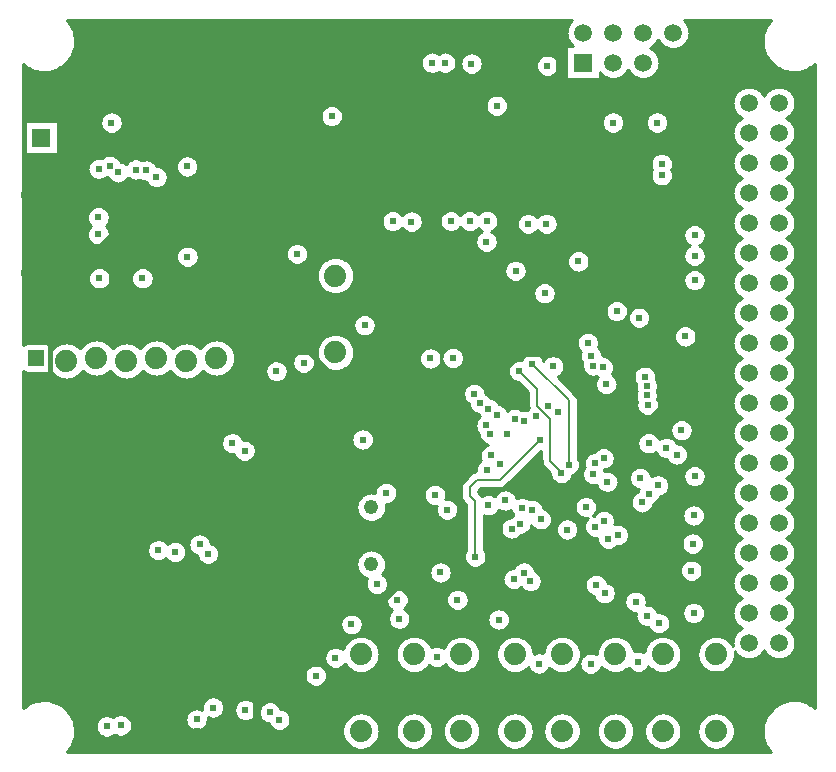
<source format=gbr>
%TF.GenerationSoftware,Novarm,DipTrace,3.2.0.1*%
%TF.CreationDate,2018-06-28T18:28:36-08:00*%
%FSLAX26Y26*%
%MOIN*%
%TF.FileFunction,Copper,L4,Bot*%
%TF.Part,Single*%
%AMOUTLINE1*
4,1,4,
0.026163,0.026163,
0.026205,-0.026121,
-0.026121,-0.026205,
-0.026163,0.026163,
0.026163,0.026163,
0*%
%TA.AperFunction,Conductor*%
%ADD15C,0.007*%
%ADD16C,0.015748*%
%ADD18C,0.008*%
%TA.AperFunction,CopperBalancing*%
%ADD20C,0.01*%
%TA.AperFunction,ComponentPad*%
%ADD33R,0.059055X0.059055*%
%ADD34C,0.059055*%
%ADD38O,0.070866X0.043307*%
%ADD45C,0.074*%
%ADD60R,0.05937X0.05937*%
%ADD61C,0.05937*%
%ADD65C,0.048*%
%TA.AperFunction,ViaPad*%
%ADD66C,0.024*%
%TA.AperFunction,ComponentPad*%
%ADD143OUTLINE1*%
G75*
G01*
%LPD*%
X548502Y2275936D2*
D16*
Y2104592D1*
X556184Y2096910D1*
X668672D1*
X768662Y2196899D1*
X787683D1*
Y2193774D1*
X837404D1*
X1252987Y2240645D2*
X1287450D1*
X1352978D1*
X1287450Y2012201D2*
Y2240645D1*
Y1756201D2*
Y2012201D1*
Y1756201D2*
X1197452D1*
X1168701Y1727450D1*
X787550Y2524949D2*
Y2512351D1*
X931201Y2368700D1*
Y2243701D1*
Y2193774D1*
X886302D1*
X837404D1*
X681171Y1921928D2*
X548502D1*
X473918D1*
Y1841711D1*
X481192Y1834437D1*
X681171Y1921928D2*
X824906D1*
X1983196Y1768832D2*
Y1736609D1*
X1934164Y1687578D1*
X1446715D1*
X1378092Y1756201D1*
X1287450D1*
X1983196Y1768832D2*
X2065576Y1750083D1*
X2234145D1*
X2252881Y1768819D1*
X2065576Y1853076D2*
Y1750083D1*
X1877166Y1947736D2*
X1970916D1*
X2065576Y1853076D1*
X1578181Y2350046D2*
Y2297118D1*
X1521708Y2240645D1*
X1352978D1*
X1747473Y2318550D2*
X1609677D1*
X1578181Y2350046D1*
X2053772Y2318550D2*
X1747473D1*
X2125032Y2357133D2*
Y2337772D1*
X2105810Y2318550D1*
X2053772D1*
X2140780Y2796109D2*
X2172366D1*
X2206011Y2762465D1*
Y2584358D1*
Y2438112D1*
X2125032Y2357133D1*
X1578181Y2793941D2*
X1605139Y2820899D1*
X1961646D1*
X1578181Y2793941D2*
Y2350046D1*
X1128742Y2709324D2*
X621771D1*
X484316Y2571870D1*
X2206011Y2584358D2*
X2453113D1*
X2590576Y2721822D1*
X2943701Y687450D2*
X2843701D1*
X2665105D1*
X2544210Y566555D1*
X2477857Y500202D1*
X2544210Y566555D2*
X2139845D1*
X1807536D1*
X1462339D1*
Y497078D1*
X1464774Y494642D1*
X1802310Y495537D2*
Y561330D1*
X1807536Y566555D1*
X2139845Y495537D2*
Y566555D1*
X481192Y1834437D2*
Y1831313D1*
X512450Y1800054D1*
Y887450D1*
X1464774Y494642D2*
D15*
X1306797D1*
X1257591Y445436D1*
X1196826Y684326D2*
D16*
X1074879D1*
X971826Y887452D2*
X1149950D1*
X1796824Y1214272D2*
Y1128407D1*
X1728075Y1059658D1*
X737452Y887452D2*
X971826D1*
X737452D2*
X512450Y887450D1*
X1196826Y684326D2*
Y506201D1*
X1257591Y445436D1*
X1315576Y887450D2*
X1583990D1*
X1728075Y1031536D1*
Y1059658D1*
X1315576Y887450D2*
X1149950Y887452D1*
X1331299Y846844D2*
Y818799D1*
X1196826Y684326D1*
X2252881Y1768819D2*
Y1690702D1*
X2412239Y1531344D1*
X2505929D1*
X2562223Y1587638D1*
Y1681328D1*
X2023294Y1020170D2*
X2081391Y1078267D1*
X2397017D1*
X2529378Y1210628D1*
X927484Y524360D2*
X843701Y440576D1*
X640576D1*
X749696Y680526D2*
Y634071D1*
X640576Y524952D1*
Y440576D1*
X749696Y680526D2*
X1074879Y684326D1*
X1315576Y887450D2*
X1331299D1*
Y846844D1*
X1002314Y492840D2*
X1183465D1*
X1196826Y506201D1*
X2023294Y1020170D2*
X1905062D1*
X1796824Y1128407D1*
X787683Y2196899D2*
Y2250181D1*
X886302Y2193774D2*
Y2248801D1*
X887452Y2249950D1*
X887310Y2193774D2*
Y2143841D1*
X548502Y2275936D2*
X452936D1*
X448999Y2279873D1*
X458760D1*
X571807Y2392920D1*
Y2518740D1*
X518677Y2571870D1*
X484316D1*
X448999Y2020030D2*
X545377D1*
X548502Y1921928D1*
X545377Y2020030D2*
X548502Y2104592D1*
X787683Y2193774D2*
Y2143780D1*
X1831050Y1393858D2*
D18*
X1728075Y1290883D1*
D16*
Y1283021D1*
X1796824Y1214272D1*
X1928076Y1665576D2*
Y1682175D1*
X1934164Y1687578D1*
X1062451Y2243701D2*
X931201D1*
X1156201D2*
X1062451D1*
X1156201D2*
X1249931D1*
X1252987Y2240645D1*
X2243507Y1381360D2*
D15*
Y1596962D1*
X2121645Y1718824D1*
X2146642Y1465726D2*
X2012281Y1331365D1*
X1937289D1*
X1912292Y1306368D1*
Y1278246D1*
X1931040Y1259498D1*
Y1074789D1*
X2218701Y1353076D2*
X2221826D1*
X2181013Y1393889D1*
Y1534513D1*
X2137268Y1578259D1*
Y1634509D1*
X2077950Y1693827D1*
D66*
X1277983Y531449D3*
X1399845Y678309D3*
X970858Y2375912D3*
X971765Y2075037D3*
X712452Y2378164D3*
X674921Y2149952D3*
Y2206273D3*
X740540Y2356257D3*
X1562452Y1846936D3*
X548502Y2275936D3*
X837404Y2193774D3*
X1252987Y2240645D3*
X1352978D3*
X787550Y2524949D3*
X681171Y1921928D3*
X481192Y1834437D3*
X824906Y1921928D3*
X681171D3*
X1983196Y1768832D3*
X2252881Y1768819D3*
X1983196Y1768832D3*
X2065576Y1853076D3*
X1877166Y1947736D3*
X2065576Y1853076D3*
X1578181Y2350046D3*
X1747473Y2318550D3*
X1578181Y2350046D3*
X2053772Y2318550D3*
X1747473D3*
X2125032Y2357133D3*
X2053772Y2318550D3*
X2140780Y2796109D3*
X2206011Y2584358D3*
X2125032Y2357133D3*
X1578181Y2793941D3*
X1961646Y2820899D3*
X1578181Y2793941D3*
Y2350046D3*
X1128742Y2709324D3*
X2477857Y500202D3*
X1464774Y494642D3*
X1802310Y495537D3*
X2139845D3*
X512450Y887450D3*
X1257591Y445436D3*
D3*
D3*
X1196826Y684326D3*
X1074879D3*
X971826Y887452D3*
X1149950D3*
X1796824Y1214272D3*
X1728075Y1059658D3*
X737452Y887452D3*
X971826D3*
X737452D3*
X1196826Y684326D3*
X1315576Y887450D3*
D3*
X1331299Y846844D3*
X1196826Y684326D3*
X2562223Y1681328D3*
X2023294Y1020170D3*
X2529378Y1210628D3*
X927484Y524360D3*
X640576Y440576D3*
X749696Y680526D3*
D3*
X1331299Y846844D3*
X1002314Y492840D3*
X2023294Y1020170D3*
X787683Y2250181D3*
X887452Y2249950D3*
X887310Y2143841D3*
X548502Y2275936D3*
X545377Y2020030D3*
X787683Y2143780D3*
X1831050Y1393858D3*
X1728075Y1290883D3*
X1796824Y1214272D3*
X1928076Y1665576D3*
X1062451Y2243701D3*
X1156201D3*
X1062451D3*
X1156201D3*
X1252987Y2240645D3*
X2656201Y1118704D3*
X2509326Y1284326D3*
X2656201Y1118704D3*
X2356407Y1706076D3*
X2162265Y1953076D3*
X2662450Y2078076D3*
X2002907Y2578109D3*
X1359225Y1721949D3*
X1162370Y1428230D3*
X1040508Y1084516D3*
X2162265Y1953076D3*
X2651257Y1028272D3*
X2487231Y1256420D3*
X2651257Y1028272D3*
X2368494Y1650082D3*
X2662452Y1996987D3*
D3*
X2274753Y2059414D3*
X1831050Y2721844D3*
X2477582Y1871331D3*
X2502855Y878288D3*
X2543475Y853290D3*
X2324748Y1350316D3*
X2496605Y1675079D3*
X2630966Y1809440D3*
X1984159Y1412607D3*
X2012281Y1384484D3*
X874410Y1096524D3*
X2087450Y1237450D3*
X2052902Y1168882D3*
X931145Y1090765D3*
X2093523Y1022023D3*
X2081023Y1184507D3*
X2121826Y1231201D3*
X2149950Y1199950D3*
X2115395Y993900D3*
X2243507Y1381360D3*
X2121645Y1718824D3*
X1968536Y2125032D3*
X2237450Y1165576D3*
X2299950Y1240576D3*
X2031029Y1262622D3*
X1974952Y1246826D3*
X2503076Y1643701D3*
X2502855Y1612586D3*
X2505979Y1581339D3*
X2618701Y1496826D3*
X2509326Y1453076D3*
X2568701Y1437450D3*
X2603076Y1415576D3*
X2359120Y1403232D3*
X1634196Y1287620D3*
X1556079Y1465726D3*
X2465575Y924952D3*
X1518583Y850166D3*
X868701Y2340576D3*
X799950Y2365576D3*
X1781355Y1735958D3*
X2371618Y1325116D3*
X2481201Y1337450D3*
X2662213Y1343864D3*
X2537226Y2521865D3*
X2190576Y1709326D3*
X2552849Y2384379D3*
X2540575Y1312450D3*
X2659327Y1212450D3*
X2662449Y2146824D3*
X2403076Y1893701D3*
X2324827Y1712327D3*
X2403076Y1893701D3*
X1918541Y2718719D3*
X1012205Y1115763D3*
X1121750Y1453227D3*
X1268609Y1693827D3*
X2362450Y953076D3*
X703076Y509326D3*
X1602949Y984526D3*
X1671898Y931201D3*
X2362450Y953076D3*
X1871826Y931201D3*
X1246736Y556446D3*
X1671898Y931201D3*
X1002314Y532604D3*
X1246736Y556446D3*
X1970516Y2193701D3*
X1849952D3*
X1912544D3*
X2171639Y2711462D3*
X1970516Y2193701D3*
X2334326Y981201D3*
X749950Y512450D3*
X1815427Y1022534D3*
X2334326Y981201D3*
X1165495Y564173D3*
X1057432Y572368D3*
X1165495Y564173D3*
X2002907Y1546967D3*
X1465463Y737677D3*
X2062450Y1534326D3*
X1802928Y740802D3*
X2134285Y1543701D3*
X2143517Y718929D3*
X2174764Y1578214D3*
X2331201Y1174952D3*
X2374743Y1134511D3*
X2474952Y725201D3*
X1981201Y1484326D3*
X1946826Y1587452D3*
X1928076Y1618701D3*
X1974950Y1568700D3*
X1968701Y1512450D3*
X834280Y2362507D3*
X1856057Y1737582D3*
X2330998Y1387609D3*
X2390576Y2521826D3*
X2552849Y2346883D3*
X2306402Y1787651D3*
X1837299Y1231376D3*
X1453076Y2543701D3*
X676013Y2368756D3*
X821781Y2003170D3*
X678046D3*
X718667Y2521865D3*
X2107681Y2184400D3*
X2168511D3*
X2065576Y2027798D3*
X2318499Y1743822D3*
X2065576Y2027798D3*
X2107681Y2184400D3*
X2059151Y1000150D3*
X1678076Y868701D3*
X2037450Y1484326D3*
X2009326Y865576D3*
X2093523Y1527898D3*
X2146642Y1465726D3*
X1931040Y1074789D3*
X2315576Y718701D3*
X2659328Y887449D3*
X2405990Y1147037D3*
X2359326Y1193701D3*
X2206201Y1556201D3*
X1796824Y1281201D3*
X1971524Y1365600D3*
X1337352Y2084411D3*
X1718692Y2191879D3*
X1656201Y2193701D3*
X1787305Y2721844D3*
X1718692Y2191879D3*
X2218701Y1353076D3*
X2077950Y1693827D3*
X1718692Y2191879D3*
X578890Y2854007D2*
D20*
X2244879D1*
X2636273D2*
X2908512D1*
X585140Y2844138D2*
X2239215D1*
X2641937D2*
X2902262D1*
X589984Y2834269D2*
X2235914D1*
X2645238D2*
X2897418D1*
X593597Y2824400D2*
X2234547D1*
X2646605D2*
X2893805D1*
X596137Y2814532D2*
X2234976D1*
X2646176D2*
X2891265D1*
X597680Y2804663D2*
X2237222D1*
X2643930D2*
X2889722D1*
X598246Y2794794D2*
X2241578D1*
X2639574D2*
X2889156D1*
X597894Y2784925D2*
X2248668D1*
X2532484D2*
X2548668D1*
X2632484D2*
X2889508D1*
X596566Y2775057D2*
X2234488D1*
X2520687D2*
X2560465D1*
X2620687D2*
X2890836D1*
X594262Y2765188D2*
X2234488D1*
X2525551D2*
X2893140D1*
X590883Y2755319D2*
X1769625D1*
X1804984D2*
X1813375D1*
X1848734D2*
X1909840D1*
X1927230D2*
X2234488D1*
X2535297D2*
X2896519D1*
X586332Y2745450D2*
X1757301D1*
X1861058D2*
X1891383D1*
X1945707D2*
X2155035D1*
X2188246D2*
X2234488D1*
X2541332D2*
X2901070D1*
X580414Y2735582D2*
X1751519D1*
X1866840D2*
X1884156D1*
X1952933D2*
X2142047D1*
X2201215D2*
X2234488D1*
X2544906D2*
X2906988D1*
X572816Y2725713D2*
X1749097D1*
X1869242D2*
X1880797D1*
X1956273D2*
X2136070D1*
X2207211D2*
X2234488D1*
X2546527D2*
X2914586D1*
X562972Y2715844D2*
X1749390D1*
X1868969D2*
X1880250D1*
X1956840D2*
X2133492D1*
X2209789D2*
X2234488D1*
X2546332D2*
X2924430D1*
X424711Y2705975D2*
X437672D1*
X549730D2*
X1752437D1*
X1865922D2*
X1882379D1*
X1954711D2*
X2133648D1*
X2209633D2*
X2234488D1*
X2544340D2*
X2937672D1*
X3049730D2*
X3062691D1*
X424711Y2696107D2*
X458062D1*
X529340D2*
X1759176D1*
X1859183D2*
X1887750D1*
X1949340D2*
X2136539D1*
X2206742D2*
X2234488D1*
X2540297D2*
X2958062D1*
X3029340D2*
X3062691D1*
X424711Y2686238D2*
X1774859D1*
X1799750D2*
X1818609D1*
X1843500D2*
X1899000D1*
X1938090D2*
X2143023D1*
X2200258D2*
X2234488D1*
X2433617D2*
X2447535D1*
X2533617D2*
X3062691D1*
X424711Y2676369D2*
X2157711D1*
X2185570D2*
X2234488D1*
X2346664D2*
X2358453D1*
X2422699D2*
X2458453D1*
X2522699D2*
X3062691D1*
X424711Y2666500D2*
X3062691D1*
X424711Y2656631D2*
X3062691D1*
X424711Y2646763D2*
X3062691D1*
X424711Y2636894D2*
X2818785D1*
X2868617D2*
X2918785D1*
X2968617D2*
X3062691D1*
X424711Y2627025D2*
X2804605D1*
X2882797D2*
X2904605D1*
X2982797D2*
X3062691D1*
X424711Y2617156D2*
X2796500D1*
X2890902D2*
X2896515D1*
X2990902D2*
X3062691D1*
X424711Y2607288D2*
X1978512D1*
X2027308D2*
X2791480D1*
X2995922D2*
X3062691D1*
X424711Y2597419D2*
X1969879D1*
X2035941D2*
X2788687D1*
X2998715D2*
X3062691D1*
X424711Y2587550D2*
X1965719D1*
X2040101D2*
X2787769D1*
X2999633D2*
X3062691D1*
X424711Y2577681D2*
X1436461D1*
X1469691D2*
X1964508D1*
X2041312D2*
X2788648D1*
X2998754D2*
X3062691D1*
X424711Y2567813D2*
X1423492D1*
X1482660D2*
X1965953D1*
X2039867D2*
X2791402D1*
X2996000D2*
X3062691D1*
X424711Y2557944D2*
X707808D1*
X729515D2*
X1417496D1*
X1488656D2*
X1970406D1*
X2035414D2*
X2379859D1*
X2401293D2*
X2526363D1*
X2548070D2*
X2796363D1*
X2991039D2*
X3062691D1*
X424711Y2548075D2*
X690992D1*
X746351D2*
X1414937D1*
X1491215D2*
X1979625D1*
X2026195D2*
X2362945D1*
X2418226D2*
X2509547D1*
X2564906D2*
X2804410D1*
X2982992D2*
X3062691D1*
X424711Y2538206D2*
X684019D1*
X753305D2*
X1415074D1*
X1491078D2*
X2355953D1*
X2425199D2*
X2502594D1*
X2571859D2*
X2818375D1*
X2969027D2*
X3062691D1*
X424711Y2528337D2*
X680836D1*
X756508D2*
X1417984D1*
X1488168D2*
X2352750D1*
X2428402D2*
X2499390D1*
X2575062D2*
X2806031D1*
X2981371D2*
X3062691D1*
X540238Y2518469D2*
X680426D1*
X756918D2*
X1424469D1*
X1481683D2*
X2352320D1*
X2428832D2*
X2498980D1*
X2575472D2*
X2797379D1*
X2990023D2*
X3062691D1*
X540238Y2508600D2*
X682691D1*
X754633D2*
X1439176D1*
X1466996D2*
X2354586D1*
X2426566D2*
X2501265D1*
X2573187D2*
X2792008D1*
X2995394D2*
X3062691D1*
X540238Y2498731D2*
X688277D1*
X749047D2*
X2360152D1*
X2421000D2*
X2506832D1*
X2567621D2*
X2788941D1*
X2998461D2*
X3062691D1*
X540238Y2488862D2*
X700074D1*
X737269D2*
X2371910D1*
X2409242D2*
X2518629D1*
X2555824D2*
X2787789D1*
X2999613D2*
X3062691D1*
X540238Y2478994D2*
X2788433D1*
X2998969D2*
X3062691D1*
X540238Y2469125D2*
X2790914D1*
X2996488D2*
X3062691D1*
X540238Y2459256D2*
X2795562D1*
X2991840D2*
X3062691D1*
X540238Y2449387D2*
X2803101D1*
X2984301D2*
X3062691D1*
X540238Y2439519D2*
X2815875D1*
X2971527D2*
X3062691D1*
X540238Y2429650D2*
X2807535D1*
X2979867D2*
X3062691D1*
X540238Y2419781D2*
X2539781D1*
X2565902D2*
X2798297D1*
X2989105D2*
X3062691D1*
X424711Y2409912D2*
X691676D1*
X733226D2*
X954273D1*
X987445D2*
X2524527D1*
X2581176D2*
X2792574D1*
X2994828D2*
X3062691D1*
X424711Y2400044D2*
X654527D1*
X743793D2*
X784430D1*
X815472D2*
X941285D1*
X1000433D2*
X2517887D1*
X2587816D2*
X2789234D1*
X2998168D2*
X3062691D1*
X424711Y2390175D2*
X644351D1*
X757308D2*
X770777D1*
X860453D2*
X935289D1*
X1006430D2*
X2514898D1*
X2590805D2*
X2787847D1*
X2999555D2*
X3062691D1*
X424711Y2380306D2*
X639449D1*
X868168D2*
X932711D1*
X1009008D2*
X2514664D1*
X2591019D2*
X2788238D1*
X2999164D2*
X3062691D1*
X424711Y2370437D2*
X637652D1*
X892211D2*
X932867D1*
X1008851D2*
X2517144D1*
X2588558D2*
X2790484D1*
X2996918D2*
X3062691D1*
X424711Y2360568D2*
X638512D1*
X901312D2*
X935758D1*
X1005961D2*
X2517047D1*
X2588656D2*
X2794801D1*
X2992601D2*
X3062691D1*
X424711Y2350700D2*
X642262D1*
X905707D2*
X942242D1*
X999476D2*
X2514644D1*
X2591058D2*
X2801871D1*
X2985531D2*
X3062691D1*
X424711Y2340831D2*
X650133D1*
X907094D2*
X956890D1*
X984828D2*
X2514937D1*
X2590765D2*
X2813648D1*
X2973754D2*
X3062691D1*
X424711Y2330962D2*
X711988D1*
X769086D2*
X784781D1*
X905844D2*
X2518004D1*
X2587699D2*
X2809176D1*
X2978226D2*
X3062691D1*
X424711Y2321093D2*
X726793D1*
X754281D2*
X835777D1*
X901625D2*
X2524762D1*
X2580941D2*
X2799273D1*
X2988129D2*
X3062691D1*
X424711Y2311225D2*
X844527D1*
X892875D2*
X2540562D1*
X2565121D2*
X2793180D1*
X2994222D2*
X3062691D1*
X424711Y2301356D2*
X2789566D1*
X2997836D2*
X3062691D1*
X424711Y2291487D2*
X2787926D1*
X2999476D2*
X3062691D1*
X424711Y2281618D2*
X2788082D1*
X2999320D2*
X3062691D1*
X424711Y2271750D2*
X2790074D1*
X2997328D2*
X3062691D1*
X424711Y2261881D2*
X2794097D1*
X2993305D2*
X3062691D1*
X424711Y2252012D2*
X2800738D1*
X2986664D2*
X3062691D1*
X424711Y2242143D2*
X663336D1*
X686508D2*
X2811656D1*
X2975746D2*
X3062691D1*
X424711Y2232274D2*
X647047D1*
X702797D2*
X2810953D1*
X2976449D2*
X3062691D1*
X424711Y2222406D2*
X640172D1*
X709672D2*
X1631226D1*
X1681176D2*
X1696090D1*
X1741293D2*
X1824976D1*
X1874926D2*
X1887574D1*
X1937523D2*
X1945543D1*
X1995492D2*
X2800328D1*
X2987074D2*
X3062691D1*
X424711Y2212537D2*
X637047D1*
X712797D2*
X1622887D1*
X1750863D2*
X1816637D1*
X2003832D2*
X2082047D1*
X2133324D2*
X2142867D1*
X2194144D2*
X2793844D1*
X2993558D2*
X3062691D1*
X424711Y2202668D2*
X636695D1*
X713148D2*
X1618883D1*
X1755512D2*
X1812652D1*
X2007816D2*
X2074039D1*
X2202152D2*
X2789918D1*
X2997484D2*
X3062691D1*
X424711Y2192799D2*
X639039D1*
X710805D2*
X1617808D1*
X1757074D2*
X1811558D1*
X2008910D2*
X2070230D1*
X2205961D2*
X2788043D1*
X2999359D2*
X3062691D1*
X424711Y2182931D2*
X644703D1*
X705140D2*
X1619390D1*
X1756000D2*
X1813140D1*
X2007328D2*
X2069312D1*
X2206879D2*
X2651695D1*
X2673207D2*
X2787965D1*
X2999437D2*
X3062691D1*
X424711Y2173062D2*
X644508D1*
X705336D2*
X1624019D1*
X1752015D2*
X1817769D1*
X2002699D2*
X2071051D1*
X2205160D2*
X2634801D1*
X2690101D2*
X2789683D1*
X2997719D2*
X3062691D1*
X424711Y2163193D2*
X638941D1*
X710902D2*
X1633570D1*
X1678832D2*
X1693687D1*
X1743695D2*
X1827320D1*
X1872582D2*
X1889918D1*
X1935180D2*
X1947887D1*
X1993148D2*
X2075875D1*
X2200316D2*
X2627828D1*
X2697074D2*
X2793414D1*
X2993988D2*
X3062691D1*
X424711Y2153324D2*
X636676D1*
X713168D2*
X1943082D1*
X1993988D2*
X2085875D1*
X2129496D2*
X2146695D1*
X2190316D2*
X2624625D1*
X2700277D2*
X2799664D1*
X2987738D2*
X3062691D1*
X424711Y2143456D2*
X637086D1*
X712758D2*
X1934996D1*
X2002074D2*
X2624195D1*
X2700687D2*
X2809820D1*
X2977582D2*
X3062691D1*
X424711Y2133587D2*
X640289D1*
X709555D2*
X1931129D1*
X2005941D2*
X2626461D1*
X2698422D2*
X2812887D1*
X2974515D2*
X3062691D1*
X424711Y2123718D2*
X647262D1*
X702582D2*
X1930152D1*
X2006918D2*
X2632047D1*
X2692855D2*
X2801441D1*
X2985961D2*
X3062691D1*
X424711Y2113849D2*
X664156D1*
X685687D2*
X1313277D1*
X1361430D2*
X1931851D1*
X2005219D2*
X2643805D1*
X2681097D2*
X2794527D1*
X2992875D2*
X3062691D1*
X424711Y2103981D2*
X947086D1*
X996449D2*
X1304488D1*
X1370219D2*
X1936617D1*
X2000453D2*
X2634469D1*
X2690433D2*
X2790328D1*
X2997074D2*
X3062691D1*
X424711Y2094112D2*
X938590D1*
X1004926D2*
X1300230D1*
X1374476D2*
X1946500D1*
X1990570D2*
X2259801D1*
X2289711D2*
X2627672D1*
X2697230D2*
X2788180D1*
X2999222D2*
X3062691D1*
X424711Y2084243D2*
X934508D1*
X1009008D2*
X1298961D1*
X1375746D2*
X2245777D1*
X2303715D2*
X2624566D1*
X2700336D2*
X2787867D1*
X2999535D2*
X3062691D1*
X424711Y2074374D2*
X933375D1*
X1010160D2*
X1300328D1*
X1374379D2*
X1459137D1*
X1471762D2*
X2239469D1*
X2310023D2*
X2624234D1*
X2700668D2*
X2789351D1*
X2998051D2*
X3062691D1*
X424711Y2064505D2*
X934879D1*
X1008656D2*
X1304683D1*
X1370023D2*
X1430426D1*
X1500472D2*
X2057418D1*
X2073734D2*
X2236695D1*
X2312797D2*
X2626597D1*
X2698305D2*
X2792789D1*
X2994613D2*
X3062691D1*
X424711Y2054637D2*
X939410D1*
X1004105D2*
X1313726D1*
X1360980D2*
X1418707D1*
X1512191D2*
X2038531D1*
X2092621D2*
X2236656D1*
X2312855D2*
X2632301D1*
X2692601D2*
X2798648D1*
X2988754D2*
X3062691D1*
X424711Y2044768D2*
X948805D1*
X994730D2*
X1411226D1*
X1519672D2*
X2031246D1*
X2099906D2*
X2239332D1*
X2310160D2*
X2644449D1*
X2680453D2*
X2808121D1*
X2979281D2*
X3062691D1*
X424711Y2034899D2*
X657242D1*
X698851D2*
X800992D1*
X842582D2*
X1406324D1*
X1524574D2*
X2027847D1*
X2103305D2*
X2245504D1*
X2304008D2*
X2815035D1*
X2972367D2*
X3062691D1*
X424711Y2025030D2*
X646695D1*
X709398D2*
X790426D1*
X853129D2*
X1403375D1*
X1527523D2*
X2027281D1*
X2103871D2*
X2259039D1*
X2290472D2*
X2636715D1*
X2688187D2*
X2802633D1*
X2984769D2*
X3062691D1*
X424711Y2015162D2*
X641617D1*
X714476D2*
X785347D1*
X858207D2*
X1402125D1*
X1528773D2*
X2029371D1*
X2101781D2*
X2628765D1*
X2696137D2*
X2795269D1*
X2992133D2*
X3062691D1*
X424711Y2005293D2*
X639703D1*
X716390D2*
X783433D1*
X860121D2*
X1402437D1*
X1528461D2*
X2034703D1*
X2096449D2*
X2624976D1*
X2699926D2*
X2790758D1*
X2996644D2*
X3062691D1*
X424711Y1995424D2*
X640465D1*
X715629D2*
X784195D1*
X859379D2*
X1404351D1*
X1526547D2*
X2045855D1*
X2085297D2*
X2624078D1*
X2700824D2*
X2788355D1*
X2999047D2*
X3062691D1*
X424711Y1985555D2*
X644058D1*
X712035D2*
X787789D1*
X855765D2*
X1408023D1*
X1522875D2*
X2142730D1*
X2181801D2*
X2625836D1*
X2699066D2*
X2787808D1*
X2999594D2*
X3062691D1*
X424711Y1975687D2*
X651676D1*
X704418D2*
X795406D1*
X848148D2*
X1413844D1*
X1517055D2*
X2131480D1*
X2193051D2*
X2630719D1*
X2694203D2*
X2789039D1*
X2998363D2*
X3062691D1*
X424711Y1965818D2*
X675152D1*
X680941D2*
X1422711D1*
X1508187D2*
X2126109D1*
X2198422D2*
X2640777D1*
X2684125D2*
X2792203D1*
X2995199D2*
X3062691D1*
X424711Y1955949D2*
X1437437D1*
X1493461D2*
X2123980D1*
X2200551D2*
X2797711D1*
X2989691D2*
X3062691D1*
X424711Y1946080D2*
X2124527D1*
X2200004D2*
X2806578D1*
X2980824D2*
X3062691D1*
X424711Y1936211D2*
X2127887D1*
X2196644D2*
X2817418D1*
X2969984D2*
X3062691D1*
X424711Y1926343D2*
X2135113D1*
X2189418D2*
X2383824D1*
X2422328D2*
X2803922D1*
X2983480D2*
X3062691D1*
X424711Y1916474D2*
X2153590D1*
X2170941D2*
X2372418D1*
X2433734D2*
X2796070D1*
X2991332D2*
X3062691D1*
X424711Y1906605D2*
X2366969D1*
X2439183D2*
X2464156D1*
X2491019D2*
X2791226D1*
X2996176D2*
X3062691D1*
X424711Y1896736D2*
X2364801D1*
X2441351D2*
X2449137D1*
X2506019D2*
X2788570D1*
X2998832D2*
X3062691D1*
X424711Y1886868D2*
X2365308D1*
X2512601D2*
X2787769D1*
X2999633D2*
X3062691D1*
X424711Y1876999D2*
X1539195D1*
X1585707D2*
X2368609D1*
X2515551D2*
X2788785D1*
X2998617D2*
X3062691D1*
X424711Y1867130D2*
X1529976D1*
X1594926D2*
X2375758D1*
X2430394D2*
X2439410D1*
X2515746D2*
X2791676D1*
X2995726D2*
X3062691D1*
X424711Y1857261D2*
X1525504D1*
X1599398D2*
X2393648D1*
X2412504D2*
X2441930D1*
X2513226D2*
X2796812D1*
X2990590D2*
X3062691D1*
X424711Y1847393D2*
X1524058D1*
X1600844D2*
X2447847D1*
X2507308D2*
X2805113D1*
X2982289D2*
X3062691D1*
X424711Y1837524D2*
X1525250D1*
X1599652D2*
X2460582D1*
X2494574D2*
X2605269D1*
X2656664D2*
X2819801D1*
X2967601D2*
X3062691D1*
X424711Y1827655D2*
X1529410D1*
X1595492D2*
X2597301D1*
X2664633D2*
X2805269D1*
X2982133D2*
X3062691D1*
X424711Y1817786D2*
X1454390D1*
X1476508D2*
X1538023D1*
X1586879D2*
X2283258D1*
X2329555D2*
X2593512D1*
X2668422D2*
X2796910D1*
X2990492D2*
X3062691D1*
X424711Y1807918D2*
X1429527D1*
X1501371D2*
X2273961D1*
X2338832D2*
X2592594D1*
X2669340D2*
X2791734D1*
X2995668D2*
X3062691D1*
X424711Y1798049D2*
X652808D1*
X684594D2*
X852808D1*
X884594D2*
X1052808D1*
X1084594D2*
X1418160D1*
X1512738D2*
X2269469D1*
X2343324D2*
X2594351D1*
X2667582D2*
X2788805D1*
X2998597D2*
X3062691D1*
X424711Y1788180D2*
X435094D1*
X502308D2*
X553355D1*
X584047D2*
X631363D1*
X706039D2*
X753355D1*
X784047D2*
X831363D1*
X906039D2*
X953355D1*
X984047D2*
X1031363D1*
X1106039D2*
X1410875D1*
X1520023D2*
X2268004D1*
X2344789D2*
X2599195D1*
X2662738D2*
X2787769D1*
X2999633D2*
X3062691D1*
X516586Y1778311D2*
X531558D1*
X605844D2*
X620543D1*
X716859D2*
X731558D1*
X805844D2*
X820543D1*
X916859D2*
X931558D1*
X1005844D2*
X1020543D1*
X1116859D2*
X1406090D1*
X1524808D2*
X2269195D1*
X2343617D2*
X2609234D1*
X2652699D2*
X2788531D1*
X2998871D2*
X3062691D1*
X1123851Y1768442D2*
X1403258D1*
X1527640D2*
X1761812D1*
X1800883D2*
X1833922D1*
X1878187D2*
X2273316D1*
X2347660D2*
X2791168D1*
X2996234D2*
X3062691D1*
X1128422Y1758574D2*
X1350640D1*
X1367797D2*
X1402086D1*
X1528812D2*
X1750562D1*
X1812133D2*
X1824097D1*
X1888012D2*
X2281871D1*
X2353871D2*
X2795972D1*
X2991430D2*
X3062691D1*
X1131078Y1748705D2*
X1332086D1*
X1386351D2*
X1402496D1*
X1528402D2*
X1745191D1*
X1892758D2*
X2098160D1*
X2145140D2*
X2280426D1*
X2356586D2*
X2803765D1*
X2983637D2*
X3062691D1*
X1132094Y1738836D2*
X1324859D1*
X1393597D2*
X1404508D1*
X1526390D2*
X1743062D1*
X1894437D2*
X2089058D1*
X2154242D2*
X2166597D1*
X2214555D2*
X2280426D1*
X2375453D2*
X2817125D1*
X2970277D2*
X3062691D1*
X1131527Y1728967D2*
X1254801D1*
X1282406D2*
X1321480D1*
X1396957D2*
X1408316D1*
X1522601D2*
X1743609D1*
X1893461D2*
X2064156D1*
X2223402D2*
X2283180D1*
X2386976D2*
X2806734D1*
X2980668D2*
X3062691D1*
X1129340Y1719099D2*
X1240035D1*
X1297172D2*
X1320933D1*
X1397523D2*
X1414273D1*
X1516625D2*
X1746969D1*
X1815746D2*
X1822544D1*
X1889574D2*
X2049371D1*
X2227680D2*
X2287047D1*
X2392465D2*
X2797808D1*
X2989594D2*
X3062691D1*
X1125355Y1709230D2*
X1233531D1*
X1303695D2*
X1323062D1*
X1395394D2*
X1423375D1*
X1507523D2*
X1754195D1*
X1808519D2*
X1830660D1*
X1881449D2*
X2042867D1*
X2228969D2*
X2286558D1*
X2394672D2*
X2480367D1*
X2512855D2*
X2792281D1*
X2995121D2*
X3062691D1*
X1119125Y1699361D2*
X1230621D1*
X1306605D2*
X1328414D1*
X1390043D2*
X1438707D1*
X1492191D2*
X1772652D1*
X1790062D2*
X2039957D1*
X2227621D2*
X2288746D1*
X2394203D2*
X2467164D1*
X2526058D2*
X2789078D1*
X2998324D2*
X3062691D1*
X508871Y1689492D2*
X518180D1*
X619222D2*
X627769D1*
X709633D2*
X718180D1*
X819222D2*
X827769D1*
X909633D2*
X918180D1*
X1019222D2*
X1027769D1*
X1109633D2*
X1230465D1*
X1306762D2*
X1339644D1*
X1378812D2*
X2039801D1*
X2223285D2*
X2294215D1*
X2390922D2*
X2461090D1*
X2532113D2*
X2787808D1*
X2999594D2*
X3062691D1*
X424711Y1679624D2*
X527613D1*
X609789D2*
X644254D1*
X693148D2*
X727613D1*
X809789D2*
X844254D1*
X893148D2*
X927613D1*
X1009789D2*
X1044254D1*
X1093148D2*
X1233004D1*
X1304203D2*
X2042359D1*
X2214301D2*
X2305680D1*
X2392426D2*
X2458492D1*
X2534730D2*
X2788336D1*
X2999066D2*
X3062691D1*
X424711Y1669755D2*
X543941D1*
X593461D2*
X743941D1*
X793461D2*
X943941D1*
X993461D2*
X1238980D1*
X1298226D2*
X2048336D1*
X2212582D2*
X2335680D1*
X2401293D2*
X2458590D1*
X2534633D2*
X2790699D1*
X2996703D2*
X3062691D1*
X424711Y1659886D2*
X1251890D1*
X1285316D2*
X2061246D1*
X2222445D2*
X2331402D1*
X2405590D2*
X2461422D1*
X2537797D2*
X2795191D1*
X2992211D2*
X3062691D1*
X424711Y1650017D2*
X1906637D1*
X1949515D2*
X2079898D1*
X2232328D2*
X2330094D1*
X2406898D2*
X2465211D1*
X2540941D2*
X2802496D1*
X2984906D2*
X3062691D1*
X424711Y1640149D2*
X1896441D1*
X1959711D2*
X2089762D1*
X2242191D2*
X2331441D1*
X2405551D2*
X2464840D1*
X2541312D2*
X2814781D1*
X2972621D2*
X3062691D1*
X424711Y1630280D2*
X1891519D1*
X1964633D2*
X2099625D1*
X2252055D2*
X2335758D1*
X2401215D2*
X2467164D1*
X2538988D2*
X2808316D1*
X2979086D2*
X3062691D1*
X424711Y1620411D2*
X1889722D1*
X1966430D2*
X2107359D1*
X2261937D2*
X2344722D1*
X2392269D2*
X2465289D1*
X2540433D2*
X2798765D1*
X2988637D2*
X3062691D1*
X424711Y1610542D2*
X1890582D1*
X1977250D2*
X2107359D1*
X2270023D2*
X2464508D1*
X2541195D2*
X2792867D1*
X2994535D2*
X3062691D1*
X424711Y1600673D2*
X1894312D1*
X1995355D2*
X2107359D1*
X2273168D2*
X2466402D1*
X2539301D2*
X2789390D1*
X2998012D2*
X3062691D1*
X424711Y1590805D2*
X1902164D1*
X2006117D2*
X2107359D1*
X2273402D2*
X2468805D1*
X2543168D2*
X2787867D1*
X2999535D2*
X3062691D1*
X424711Y1580936D2*
X1909000D1*
X2019555D2*
X2107359D1*
X2273402D2*
X2467574D1*
X2544379D2*
X2788160D1*
X2999242D2*
X3062691D1*
X424711Y1571067D2*
X1912203D1*
X2032504D2*
X2054469D1*
X2070433D2*
X2107789D1*
X2273402D2*
X2469019D1*
X2542933D2*
X2790269D1*
X2997133D2*
X3062691D1*
X424711Y1561198D2*
X1919195D1*
X2273402D2*
X2473472D1*
X2538500D2*
X2794449D1*
X2992953D2*
X3062691D1*
X424711Y1551330D2*
X1936129D1*
X2273402D2*
X2482652D1*
X2529301D2*
X2801324D1*
X2986078D2*
X3062691D1*
X424711Y1541461D2*
X1944097D1*
X2273402D2*
X2812672D1*
X2974730D2*
X3062691D1*
X424711Y1531592D2*
X1935562D1*
X2273402D2*
X2603922D1*
X2633480D2*
X2810015D1*
X2977387D2*
X3062691D1*
X424711Y1521723D2*
X1931461D1*
X2273402D2*
X2589801D1*
X2647601D2*
X2799781D1*
X2987621D2*
X3062691D1*
X424711Y1511855D2*
X1930308D1*
X2273402D2*
X2583453D1*
X2653949D2*
X2793492D1*
X2993910D2*
X3062691D1*
X424711Y1501986D2*
X1545914D1*
X1566234D2*
X1931793D1*
X2273402D2*
X2580660D1*
X2656742D2*
X2789722D1*
X2997680D2*
X3062691D1*
X424711Y1492117D2*
X1528570D1*
X1583578D2*
X1936305D1*
X2273402D2*
X2580601D1*
X2656801D2*
X2787965D1*
X2999437D2*
X3062691D1*
X424711Y1482248D2*
X1097164D1*
X1146332D2*
X1521519D1*
X1590629D2*
X1942867D1*
X2273402D2*
X2484918D1*
X2533734D2*
X2583258D1*
X2654144D2*
X2788023D1*
X2999379D2*
X3062691D1*
X424711Y1472379D2*
X1088629D1*
X1154867D2*
X1518277D1*
X1593890D2*
X1944762D1*
X2273402D2*
X2476285D1*
X2542367D2*
X2554332D1*
X2583070D2*
X2589390D1*
X2648012D2*
X2789879D1*
X2997523D2*
X3062691D1*
X424711Y1462511D2*
X1084527D1*
X1178324D2*
X1517808D1*
X1594340D2*
X1949820D1*
X2273402D2*
X2472144D1*
X2597465D2*
X2602828D1*
X2634574D2*
X2793765D1*
X2993637D2*
X3062691D1*
X424711Y1452642D2*
X1083355D1*
X1191703D2*
X1520035D1*
X1592113D2*
X1960328D1*
X2273402D2*
X2470933D1*
X2609066D2*
X2800211D1*
X2987191D2*
X3062691D1*
X424711Y1442773D2*
X1084840D1*
X1197836D2*
X1525543D1*
X1586605D2*
X1961051D1*
X2273402D2*
X2472379D1*
X2629750D2*
X2810758D1*
X2976644D2*
X3062691D1*
X424711Y1432904D2*
X1089351D1*
X1200472D2*
X1537144D1*
X1575004D2*
X1951754D1*
X2273402D2*
X2335347D1*
X2382894D2*
X2476832D1*
X2637211D2*
X2811871D1*
X2975531D2*
X3062691D1*
X424711Y1423036D2*
X1098668D1*
X1200414D2*
X1947242D1*
X2145824D2*
X2151123D1*
X2273402D2*
X2318004D1*
X2391840D2*
X2486051D1*
X2640726D2*
X2800855D1*
X2986547D2*
X3062691D1*
X424711Y1413167D2*
X1127144D1*
X1197601D2*
X1945758D1*
X2135961D2*
X2151109D1*
X2273402D2*
X2302691D1*
X2396176D2*
X2539254D1*
X2641390D2*
X2794156D1*
X2993246D2*
X3062691D1*
X424711Y1403298D2*
X1133492D1*
X1191254D2*
X1946930D1*
X2126078D2*
X2151109D1*
X2274789D2*
X2296051D1*
X2397523D2*
X2552457D1*
X2639398D2*
X2790113D1*
X2997289D2*
X3062691D1*
X424711Y1393429D2*
X1147672D1*
X1177074D2*
X1945543D1*
X2116215D2*
X2151109D1*
X2279906D2*
X2293062D1*
X2396215D2*
X2571930D1*
X2634222D2*
X2788101D1*
X2999301D2*
X3062691D1*
X424711Y1383561D2*
X1937711D1*
X2106351D2*
X2153023D1*
X2281840D2*
X2292808D1*
X2391937D2*
X2582750D1*
X2623402D2*
X2787906D1*
X2999496D2*
X3062691D1*
X424711Y1373692D2*
X1934019D1*
X2096488D2*
X2159351D1*
X2281117D2*
X2294547D1*
X2383051D2*
X2470972D1*
X2491430D2*
X2638648D1*
X2685765D2*
X2789527D1*
X2997875D2*
X3062691D1*
X424711Y1363823D2*
X1933160D1*
X2086605D2*
X2169215D1*
X2277543D2*
X2288863D1*
X2360863D2*
X2453687D1*
X2508715D2*
X2629586D1*
X2694847D2*
X2793121D1*
X2994281D2*
X3062691D1*
X424711Y1353954D2*
X1918258D1*
X2076742D2*
X2179078D1*
X2269965D2*
X2286519D1*
X2396430D2*
X2446637D1*
X2515765D2*
X2625191D1*
X2699222D2*
X2799176D1*
X2988226D2*
X3062691D1*
X424711Y1344086D2*
X1908140D1*
X2066879D2*
X2181402D1*
X2256000D2*
X2286871D1*
X2404847D2*
X2443394D1*
X2561527D2*
X2623805D1*
X2700609D2*
X2808980D1*
X2978422D2*
X3062691D1*
X424711Y1334217D2*
X1898277D1*
X2056996D2*
X2185406D1*
X2251996D2*
X2289996D1*
X2408890D2*
X2442945D1*
X2571996D2*
X2625074D1*
X2699340D2*
X2813883D1*
X2973519D2*
X3062691D1*
X424711Y1324348D2*
X1626148D1*
X1642250D2*
X1888668D1*
X2047133D2*
X2193746D1*
X2243656D2*
X2296832D1*
X2410004D2*
X2445172D1*
X2577035D2*
X2629312D1*
X2695121D2*
X2802008D1*
X2985394D2*
X3062691D1*
X424711Y1314479D2*
X1607164D1*
X1661215D2*
X1778765D1*
X1814887D2*
X1883551D1*
X2037269D2*
X2313043D1*
X2408480D2*
X2450680D1*
X2578930D2*
X2638082D1*
X2686351D2*
X2794879D1*
X2992523D2*
X3062691D1*
X424711Y1304610D2*
X1599879D1*
X1668519D2*
X1766656D1*
X1826996D2*
X1882398D1*
X2024203D2*
X2339332D1*
X2403890D2*
X2462301D1*
X2578148D2*
X2790523D1*
X2996879D2*
X3062691D1*
X424711Y1294742D2*
X1596480D1*
X1671918D2*
X1760953D1*
X1832680D2*
X1882398D1*
X1942543D2*
X2010875D1*
X2051195D2*
X2348805D1*
X2394437D2*
X2472398D1*
X2574515D2*
X2788258D1*
X2999144D2*
X3062691D1*
X424711Y1284873D2*
X1562769D1*
X1672504D2*
X1758609D1*
X1835043D2*
X1882398D1*
X1947543D2*
X1999976D1*
X2062094D2*
X2461949D1*
X2566840D2*
X2787828D1*
X2999574D2*
X3062691D1*
X424711Y1275004D2*
X1548512D1*
X1670394D2*
X1758941D1*
X1834711D2*
X1882574D1*
X2067328D2*
X2284332D1*
X2315570D2*
X2453765D1*
X2546547D2*
X2789195D1*
X2998207D2*
X3062691D1*
X424711Y1265135D2*
X1540816D1*
X1665082D2*
X1762047D1*
X1854398D2*
X1885543D1*
X2138558D2*
X2270738D1*
X2329164D2*
X2449859D1*
X2542426D2*
X2792515D1*
X2994887D2*
X3062691D1*
X424711Y1255267D2*
X1536363D1*
X1653949D2*
X1768883D1*
X1867074D2*
X1893394D1*
X2151449D2*
X2264547D1*
X2335336D2*
X2448844D1*
X2533871D2*
X2798199D1*
X2989203D2*
X3062691D1*
X424711Y1245398D2*
X1534234D1*
X1634418D2*
X1785015D1*
X1872972D2*
X1901148D1*
X2157426D2*
X2261871D1*
X2338031D2*
X2450484D1*
X2523969D2*
X2640621D1*
X2678031D2*
X2807359D1*
X2980043D2*
X3062691D1*
X424711Y1235529D2*
X1534117D1*
X1634535D2*
X1799137D1*
X1875472D2*
X1901148D1*
X2162484D2*
X2261890D1*
X2338012D2*
X2455211D1*
X2519262D2*
X2628902D1*
X2689750D2*
X2816148D1*
X2971254D2*
X3062691D1*
X424711Y1225660D2*
X1536031D1*
X1632621D2*
X1799332D1*
X1875258D2*
X1901148D1*
X2006781D2*
X2024312D1*
X2037738D2*
X2050953D1*
X2178109D2*
X2264644D1*
X2379750D2*
X2464957D1*
X2509496D2*
X2623336D1*
X2695316D2*
X2803238D1*
X2984164D2*
X3062691D1*
X424711Y1215792D2*
X1540230D1*
X1628422D2*
X1802301D1*
X1872289D2*
X1901148D1*
X1996820D2*
X2055953D1*
X2184828D2*
X2270933D1*
X2390512D2*
X2621070D1*
X2697582D2*
X2795640D1*
X2991762D2*
X3062691D1*
X424711Y1205923D2*
X1547515D1*
X1621137D2*
X1808902D1*
X1865707D2*
X1901148D1*
X1960941D2*
X2046734D1*
X2187875D2*
X2284879D1*
X2395668D2*
X2621500D1*
X2697152D2*
X2790972D1*
X2996430D2*
X3062691D1*
X424711Y1196054D2*
X1560680D1*
X1607972D2*
X1824000D1*
X1850590D2*
X1901148D1*
X1960941D2*
X2026207D1*
X2188148D2*
X2214781D1*
X2260121D2*
X2299332D1*
X2397660D2*
X2624703D1*
X2693949D2*
X2788453D1*
X2998949D2*
X3062691D1*
X424711Y1186185D2*
X1901148D1*
X1960941D2*
X2018746D1*
X2185726D2*
X2205250D1*
X2269652D2*
X2294527D1*
X2396957D2*
X2631695D1*
X2686957D2*
X2787789D1*
X2999613D2*
X3062691D1*
X424711Y1176316D2*
X1901148D1*
X1960941D2*
X2015250D1*
X2179945D2*
X2200621D1*
X2274281D2*
X2292828D1*
X2430258D2*
X2648687D1*
X2669984D2*
X2788922D1*
X2998480D2*
X3062691D1*
X424711Y1166448D2*
X1901148D1*
X1960941D2*
X2014586D1*
X2114769D2*
X2132320D1*
X2167582D2*
X2199058D1*
X2275844D2*
X2293785D1*
X2438949D2*
X2791949D1*
X2995453D2*
X3062691D1*
X424711Y1156579D2*
X1901148D1*
X1960941D2*
X2016578D1*
X2106898D2*
X2200152D1*
X2274750D2*
X2297633D1*
X2443148D2*
X2797262D1*
X2990140D2*
X3062691D1*
X424711Y1146710D2*
X990211D1*
X1034203D2*
X1901148D1*
X1960941D2*
X2021773D1*
X2084027D2*
X2204156D1*
X2270746D2*
X2305680D1*
X2444379D2*
X2630406D1*
X2681996D2*
X2805855D1*
X2981547D2*
X3062691D1*
X424711Y1136841D2*
X980308D1*
X1044105D2*
X1901148D1*
X1960941D2*
X2032613D1*
X2073187D2*
X2212515D1*
X2262387D2*
X2336422D1*
X2442972D2*
X2622496D1*
X2689906D2*
X2818668D1*
X2968734D2*
X3062691D1*
X424711Y1126973D2*
X851695D1*
X897133D2*
X920777D1*
X941508D2*
X975523D1*
X1048890D2*
X1901148D1*
X1960941D2*
X2337105D1*
X2438558D2*
X2618726D1*
X2693676D2*
X2804547D1*
X2982855D2*
X3062691D1*
X424711Y1117104D2*
X842183D1*
X958695D2*
X973824D1*
X1059867D2*
X1901148D1*
X1960941D2*
X2340640D1*
X2429418D2*
X2617828D1*
X2694574D2*
X2796461D1*
X2990941D2*
X3062691D1*
X424711Y1107235D2*
X837574D1*
X965726D2*
X974781D1*
X1071215D2*
X1901148D1*
X1960941D2*
X2348160D1*
X2401332D2*
X2619605D1*
X2692797D2*
X2791461D1*
X2995941D2*
X3062691D1*
X424711Y1097366D2*
X836012D1*
X968949D2*
X978648D1*
X1076625D2*
X1569449D1*
X1599203D2*
X1900230D1*
X1961859D2*
X2369371D1*
X2380101D2*
X2624488D1*
X2687914D2*
X2788668D1*
X2998734D2*
X3062691D1*
X424711Y1087498D2*
X837125D1*
X969398D2*
X986715D1*
X1078793D2*
X1551226D1*
X1617426D2*
X1894859D1*
X1967211D2*
X2634586D1*
X2677816D2*
X2787769D1*
X2999633D2*
X3062691D1*
X424711Y1077629D2*
X841129D1*
X967152D2*
X1002750D1*
X1078265D2*
X1542398D1*
X1626254D2*
X1892750D1*
X1969340D2*
X2788668D1*
X2998734D2*
X3062691D1*
X424711Y1067760D2*
X849508D1*
X961625D2*
X1006070D1*
X1074945D2*
X1537242D1*
X1631410D2*
X1893297D1*
X1968773D2*
X2791422D1*
X2995980D2*
X3062691D1*
X424711Y1057891D2*
X912301D1*
X949984D2*
X1013238D1*
X1067777D2*
X1534566D1*
X1634086D2*
X1802242D1*
X1828617D2*
X1896676D1*
X1965414D2*
X2081930D1*
X2105121D2*
X2627418D1*
X2675101D2*
X2796402D1*
X2991000D2*
X3062691D1*
X424711Y1048023D2*
X1031324D1*
X1049691D2*
X1533961D1*
X1634691D2*
X1787066D1*
X1843793D2*
X1903922D1*
X1958168D2*
X2065640D1*
X2121410D2*
X2618492D1*
X2684008D2*
X2804449D1*
X2982953D2*
X3062691D1*
X424711Y1038154D2*
X1535347D1*
X1633305D2*
X1780445D1*
X1850414D2*
X1922515D1*
X1939574D2*
X2058785D1*
X2128265D2*
X2614195D1*
X2688324D2*
X2818472D1*
X2968930D2*
X3062691D1*
X424711Y1028285D2*
X1538941D1*
X1629711D2*
X1777476D1*
X1853383D2*
X2033512D1*
X2131390D2*
X2612867D1*
X2689652D2*
X2805972D1*
X2981430D2*
X3062691D1*
X424711Y1018416D2*
X1545308D1*
X1623344D2*
X1777262D1*
X1853597D2*
X2025523D1*
X2144633D2*
X2329605D1*
X2339053D2*
X2614176D1*
X2688344D2*
X2797340D1*
X2990062D2*
X3062691D1*
X424711Y1008547D2*
X1556383D1*
X1632621D2*
X1779742D1*
X1851117D2*
X2021715D1*
X2150805D2*
X2307808D1*
X2360844D2*
X2618472D1*
X2684027D2*
X2791988D1*
X2995414D2*
X3062691D1*
X424711Y998679D2*
X1567340D1*
X1638558D2*
X1785621D1*
X1845238D2*
X2020777D1*
X2153480D2*
X2300269D1*
X2368383D2*
X2627379D1*
X2675121D2*
X2788941D1*
X2998461D2*
X3062691D1*
X424711Y988810D2*
X1564801D1*
X1641097D2*
X1798258D1*
X1832601D2*
X2022515D1*
X2153441D2*
X2296715D1*
X2374496D2*
X2787789D1*
X2999613D2*
X3062691D1*
X424711Y978941D2*
X1564976D1*
X1640922D2*
X2027340D1*
X2150668D2*
X2295992D1*
X2390472D2*
X2788433D1*
X2998969D2*
X3062691D1*
X424711Y969072D2*
X1567887D1*
X1638012D2*
X2037340D1*
X2080961D2*
X2086421D1*
X2144359D2*
X2297945D1*
X2397250D2*
X2790933D1*
X2996469D2*
X3062691D1*
X424711Y959204D2*
X1574430D1*
X1631469D2*
X1646109D1*
X1697680D2*
X1846031D1*
X1897621D2*
X2100426D1*
X2130355D2*
X2303082D1*
X2400336D2*
X2449547D1*
X2481586D2*
X2795601D1*
X2991801D2*
X3062691D1*
X424711Y949335D2*
X1589293D1*
X1616605D2*
X1638180D1*
X1705609D2*
X1838121D1*
X1905531D2*
X2313746D1*
X2400668D2*
X2436207D1*
X2494926D2*
X2803160D1*
X2984242D2*
X3062691D1*
X424711Y939466D2*
X1634430D1*
X1709379D2*
X1834351D1*
X1909301D2*
X2326617D1*
X2398285D2*
X2430113D1*
X2501039D2*
X2815972D1*
X2971430D2*
X3062691D1*
X424711Y929597D2*
X1633531D1*
X1710258D2*
X1833453D1*
X1910199D2*
X2332340D1*
X2392562D2*
X2427457D1*
X2503676D2*
X2807476D1*
X2979926D2*
X3062691D1*
X424711Y919729D2*
X1635308D1*
X1708500D2*
X1835230D1*
X1908422D2*
X2344527D1*
X2380375D2*
X2427535D1*
X2503617D2*
X2639449D1*
X2679222D2*
X2798258D1*
X2989144D2*
X3062691D1*
X424711Y909860D2*
X1640191D1*
X1703617D2*
X1840113D1*
X1903539D2*
X2430347D1*
X2523910D2*
X2628394D1*
X2690277D2*
X2792555D1*
X2994847D2*
X3062691D1*
X424711Y899991D2*
X1650289D1*
X1699555D2*
X1850211D1*
X1893441D2*
X1993687D1*
X2024965D2*
X2436715D1*
X2534320D2*
X2623101D1*
X2695570D2*
X2789215D1*
X2998187D2*
X3062691D1*
X424711Y890122D2*
X1646422D1*
X1709730D2*
X1980113D1*
X2038539D2*
X2450953D1*
X2550961D2*
X2621031D1*
X2697640D2*
X2787847D1*
X2999555D2*
X3062691D1*
X424711Y880253D2*
X1495367D1*
X1541801D2*
X1641500D1*
X1714652D2*
X1973922D1*
X2044730D2*
X2464508D1*
X2570394D2*
X2621637D1*
X2697035D2*
X2788238D1*
X2999164D2*
X3062691D1*
X424711Y870385D2*
X1486129D1*
X1551039D2*
X1639722D1*
X1716430D2*
X1971226D1*
X2047406D2*
X2465308D1*
X2577738D2*
X2625055D1*
X2693617D2*
X2790484D1*
X2996918D2*
X3062691D1*
X424711Y860516D2*
X1481637D1*
X1555531D2*
X1640582D1*
X1715570D2*
X1971265D1*
X2047387D2*
X2468941D1*
X2581176D2*
X2632379D1*
X2686273D2*
X2794840D1*
X2992562D2*
X3062691D1*
X424711Y850647D2*
X1480191D1*
X1556976D2*
X1644332D1*
X1711840D2*
X1974039D1*
X2044613D2*
X2476656D1*
X2581781D2*
X2651676D1*
X2666996D2*
X2801930D1*
X2985472D2*
X3062691D1*
X424711Y840778D2*
X1481383D1*
X1555785D2*
X1652203D1*
X1703949D2*
X1980328D1*
X2038324D2*
X2507222D1*
X2579711D2*
X2813746D1*
X2973656D2*
X3062691D1*
X424711Y830910D2*
X1485523D1*
X1551644D2*
X1994293D1*
X2024359D2*
X2512515D1*
X2574437D2*
X2809117D1*
X2978285D2*
X3062691D1*
X424711Y821041D2*
X1494117D1*
X1543051D2*
X2523531D1*
X2563422D2*
X2799234D1*
X2988168D2*
X3062691D1*
X424711Y811172D2*
X1538219D1*
X1561683D2*
X1716226D1*
X1739672D2*
X1873648D1*
X1897094D2*
X2051637D1*
X2075101D2*
X2209058D1*
X2232504D2*
X2387066D1*
X2410512D2*
X2544469D1*
X2567933D2*
X2722476D1*
X2745922D2*
X2793160D1*
X2994242D2*
X3062691D1*
X424711Y801303D2*
X1513863D1*
X1586039D2*
X1691871D1*
X1764027D2*
X1849273D1*
X1921449D2*
X2027281D1*
X2099457D2*
X2184703D1*
X2256859D2*
X2362691D1*
X2434867D2*
X2520113D1*
X2592289D2*
X2698121D1*
X2770277D2*
X2789547D1*
X2997855D2*
X3062691D1*
X424711Y791435D2*
X1502555D1*
X1597347D2*
X1680562D1*
X1775336D2*
X1837984D1*
X1932758D2*
X2015972D1*
X2110765D2*
X2173394D1*
X2268168D2*
X2351402D1*
X2446176D2*
X2508805D1*
X2603597D2*
X2686812D1*
X2781586D2*
X2787926D1*
X2999476D2*
X3062691D1*
X424711Y781566D2*
X1495308D1*
X1604594D2*
X1673297D1*
X1782601D2*
X1830719D1*
X1940023D2*
X2008726D1*
X2118012D2*
X2166129D1*
X2275433D2*
X2344137D1*
X2453441D2*
X2501558D1*
X2610844D2*
X2679547D1*
X2999320D2*
X3062691D1*
X424711Y771697D2*
X1448922D1*
X1481996D2*
X1490562D1*
X1609340D2*
X1668551D1*
X1944769D2*
X2003980D1*
X2122758D2*
X2161383D1*
X2280180D2*
X2339390D1*
X2458187D2*
X2496812D1*
X2615590D2*
X2674801D1*
X2997328D2*
X3062691D1*
X424711Y761828D2*
X1435914D1*
X1612152D2*
X1665738D1*
X1947582D2*
X2001148D1*
X2125570D2*
X2158570D1*
X2282992D2*
X2336578D1*
X2461000D2*
X2466392D1*
X2483519D2*
X2494000D1*
X2618402D2*
X2671988D1*
X2993285D2*
X3062691D1*
X424711Y751960D2*
X1429898D1*
X1613305D2*
X1664586D1*
X1948734D2*
X2000015D1*
X2284144D2*
X2297476D1*
X2619555D2*
X2670836D1*
X2886625D2*
X2900777D1*
X2986625D2*
X3062691D1*
X424711Y742091D2*
X1427320D1*
X1612875D2*
X1665015D1*
X1948305D2*
X2000426D1*
X2619144D2*
X2671265D1*
X2797133D2*
X2811734D1*
X2875668D2*
X2911734D1*
X2975668D2*
X3062691D1*
X424711Y732222D2*
X1427457D1*
X1610844D2*
X1667047D1*
X1946273D2*
X2002457D1*
X2617094D2*
X2673297D1*
X2795101D2*
X3062691D1*
X424711Y722353D2*
X1430347D1*
X1607035D2*
X1670855D1*
X1942465D2*
X2006285D1*
X2613285D2*
X2677105D1*
X2791293D2*
X3062691D1*
X424711Y712484D2*
X1383648D1*
X1416039D2*
X1436812D1*
X1601039D2*
X1676871D1*
X1828363D2*
X1834273D1*
X1936449D2*
X2012281D1*
X2271879D2*
X2277686D1*
X2607289D2*
X2683121D1*
X2785297D2*
X3062691D1*
X424711Y702616D2*
X1370426D1*
X1429262D2*
X1451441D1*
X1479476D2*
X1508004D1*
X1591898D2*
X1686012D1*
X1769906D2*
X1843414D1*
X1927308D2*
X2021422D1*
X2262738D2*
X2280816D1*
X2350336D2*
X2356841D1*
X2505765D2*
X2514254D1*
X2598148D2*
X2692262D1*
X2776156D2*
X3062691D1*
X424711Y692747D2*
X1364351D1*
X1435355D2*
X1523453D1*
X1576449D2*
X1701461D1*
X1754437D2*
X1858863D1*
X1911859D2*
X2036871D1*
X2089867D2*
X2115816D1*
X2171215D2*
X2194293D1*
X2247269D2*
X2287652D1*
X2343500D2*
X2372281D1*
X2425277D2*
X2455367D1*
X2494535D2*
X2529703D1*
X2582699D2*
X2707711D1*
X2760687D2*
X3062691D1*
X424711Y682878D2*
X1361734D1*
X1437972D2*
X2132555D1*
X2154476D2*
X2303824D1*
X2327328D2*
X3062691D1*
X424711Y673009D2*
X1361832D1*
X1437875D2*
X3062691D1*
X424711Y663141D2*
X1364664D1*
X1435023D2*
X3062691D1*
X424711Y653272D2*
X1371070D1*
X1428637D2*
X3062691D1*
X424711Y643403D2*
X1385406D1*
X1414281D2*
X3062691D1*
X424711Y633534D2*
X3062691D1*
X424711Y623666D2*
X3062691D1*
X424711Y613797D2*
X3062691D1*
X424711Y603928D2*
X1036363D1*
X1078500D2*
X3062691D1*
X424711Y594059D2*
X467164D1*
X520238D2*
X1025972D1*
X1088890D2*
X1142008D1*
X1188988D2*
X2967164D1*
X3020238D2*
X3062691D1*
X424711Y584191D2*
X442340D1*
X545062D2*
X1020953D1*
X1093910D2*
X1132906D1*
X1198090D2*
X1220660D1*
X1272816D2*
X2942340D1*
X3045062D2*
X3062691D1*
X559691Y574322D2*
X1019078D1*
X1095785D2*
X1128492D1*
X1202484D2*
X1212887D1*
X1280590D2*
X2927711D1*
X570316Y564453D2*
X981715D1*
X1094984D2*
X1127105D1*
X1203890D2*
X1209195D1*
X1296566D2*
X2917086D1*
X578461Y554584D2*
X971051D1*
X1091332D2*
X1128336D1*
X1202640D2*
X1208375D1*
X1308363D2*
X1535269D1*
X1564633D2*
X1713277D1*
X1742621D2*
X1870699D1*
X1900043D2*
X2048687D1*
X2078051D2*
X2206109D1*
X2235453D2*
X2384117D1*
X2413461D2*
X2541519D1*
X2570883D2*
X2719527D1*
X2748871D2*
X2908941D1*
X584828Y544715D2*
X689976D1*
X716176D2*
X730035D1*
X769867D2*
X965933D1*
X1083617D2*
X1132555D1*
X1198441D2*
X1210230D1*
X1313949D2*
X1513023D1*
X1586879D2*
X1691012D1*
X1764887D2*
X1848433D1*
X1922308D2*
X2026441D1*
X2100297D2*
X2183844D1*
X2257719D2*
X2361851D1*
X2435726D2*
X2519273D1*
X2593129D2*
X2697262D1*
X2771137D2*
X2902574D1*
X589730Y534847D2*
X674742D1*
X780902D2*
X963980D1*
X1040648D2*
X1141285D1*
X1189711D2*
X1215211D1*
X1316234D2*
X1502047D1*
X1597855D2*
X1680035D1*
X1775863D2*
X1837457D1*
X1933285D2*
X2015465D1*
X2111273D2*
X2172867D1*
X2268695D2*
X2350875D1*
X2446703D2*
X2508297D1*
X2604105D2*
X2686285D1*
X2782113D2*
X2897672D1*
X593422Y524978D2*
X668101D1*
X786195D2*
X964703D1*
X1039926D2*
X1225523D1*
X1315824D2*
X1494957D1*
X1604945D2*
X1672945D1*
X1782953D2*
X1830367D1*
X1940355D2*
X2008375D1*
X2118363D2*
X2165797D1*
X2275785D2*
X2343785D1*
X2453773D2*
X2501207D1*
X2611195D2*
X2679215D1*
X2789203D2*
X2893980D1*
X596019Y515109D2*
X665133D1*
X788265D2*
X968258D1*
X1036371D2*
X1243336D1*
X1312621D2*
X1490328D1*
X1609555D2*
X1668336D1*
X1787562D2*
X1825758D1*
X1944984D2*
X2003746D1*
X2122972D2*
X2161168D1*
X2280394D2*
X2339176D1*
X2458402D2*
X2496597D1*
X2615805D2*
X2674586D1*
X2793812D2*
X2891383D1*
X597621Y505240D2*
X664898D1*
X787640D2*
X975816D1*
X1028812D2*
X1250308D1*
X1305668D2*
X1487633D1*
X1612269D2*
X1665621D1*
X1790277D2*
X1823043D1*
X1947699D2*
X2001051D1*
X2125687D2*
X2158453D1*
X2283109D2*
X2336461D1*
X2461117D2*
X2493883D1*
X2618519D2*
X2671871D1*
X2796527D2*
X2889781D1*
X598246Y495372D2*
X667379D1*
X784222D2*
X997769D1*
X1006850D2*
X1267125D1*
X1288832D2*
X1486578D1*
X1613324D2*
X1664566D1*
X1791332D2*
X1821988D1*
X1948754D2*
X1999996D1*
X2126742D2*
X2157398D1*
X2284164D2*
X2335406D1*
X2462152D2*
X2492828D1*
X2619574D2*
X2670816D1*
X2797582D2*
X2889156D1*
X597933Y485503D2*
X673238D1*
X776879D2*
X1487086D1*
X1612816D2*
X1665094D1*
X1790805D2*
X1822515D1*
X1948226D2*
X2000504D1*
X2126234D2*
X2157926D1*
X2283637D2*
X2335933D1*
X2461644D2*
X2493336D1*
X2619066D2*
X2671344D1*
X2797055D2*
X2889469D1*
X596664Y475634D2*
X685836D1*
X720316D2*
X742359D1*
X757523D2*
X1489215D1*
X1610687D2*
X1667222D1*
X1788676D2*
X1824644D1*
X1946097D2*
X2002633D1*
X2124086D2*
X2160055D1*
X2281508D2*
X2338062D1*
X2459515D2*
X2495465D1*
X2616937D2*
X2673472D1*
X2794926D2*
X2890738D1*
X594418Y465765D2*
X1493160D1*
X1606742D2*
X1671148D1*
X1784750D2*
X1828570D1*
X1942172D2*
X2006578D1*
X2120160D2*
X2163980D1*
X2277582D2*
X2341988D1*
X2455590D2*
X2499410D1*
X2612992D2*
X2677398D1*
X2791000D2*
X2892984D1*
X591117Y455897D2*
X1499312D1*
X1600590D2*
X1677301D1*
X1778597D2*
X1834722D1*
X1936019D2*
X2012730D1*
X2114008D2*
X2170133D1*
X2271430D2*
X2348140D1*
X2449437D2*
X2505562D1*
X2606840D2*
X2683551D1*
X2784847D2*
X2896285D1*
X586625Y446028D2*
X1508687D1*
X1591215D2*
X1686695D1*
X1769203D2*
X1844097D1*
X1926625D2*
X2022105D1*
X2104633D2*
X2179527D1*
X2262055D2*
X2357515D1*
X2440043D2*
X2514937D1*
X2597465D2*
X2692945D1*
X2775472D2*
X2900777D1*
X580805Y436159D2*
X1524820D1*
X1575082D2*
X1702808D1*
X1753090D2*
X1860230D1*
X1910512D2*
X2038238D1*
X2088500D2*
X2195640D1*
X2245922D2*
X2373648D1*
X2423930D2*
X2531070D1*
X2581332D2*
X2709058D1*
X2759340D2*
X2906597D1*
X573305Y426290D2*
X2914097D1*
X434389Y2526798D2*
X539244D1*
Y2416943D1*
X429389D1*
Y2526798D1*
X434389D1*
X489947Y1685922D2*
X440608D1*
X436671Y1686543D1*
X432879Y1687771D1*
X429326Y1689578D1*
X426100Y1691918D1*
X424629Y1693276D1*
X423701Y1693701D1*
Y570010D1*
X430485Y575723D1*
X438688Y581436D1*
X447403Y586332D1*
X456550Y590364D1*
X466043Y593496D1*
X475793Y595697D1*
X485711Y596949D1*
X495703Y597238D1*
X505676Y596563D1*
X515538Y594929D1*
X525196Y592352D1*
X534561Y588856D1*
X543545Y584473D1*
X552064Y579244D1*
X560040Y573219D1*
X567398Y566452D1*
X574069Y559008D1*
X579991Y550955D1*
X585109Y542368D1*
X589376Y533328D1*
X592750Y523919D1*
X595203Y514228D1*
X596709Y504346D1*
X597255Y494365D1*
X597137Y488703D1*
X596173Y478753D1*
X594254Y468943D1*
X591399Y459364D1*
X587633Y450104D1*
X582992Y441251D1*
X577519Y432886D1*
X571265Y425088D1*
X569976Y423700D1*
X2917392Y423701D1*
X2913124Y428653D1*
X2907228Y436724D1*
X2902137Y445327D1*
X2897900Y454381D1*
X2894555Y463801D1*
X2892134Y473499D1*
X2890660Y483386D1*
X2890145Y493369D1*
X2890596Y503355D1*
X2892007Y513251D1*
X2894365Y522965D1*
X2897650Y532406D1*
X2901829Y541486D1*
X2906864Y550122D1*
X2912709Y558231D1*
X2919308Y565740D1*
X2926600Y572577D1*
X2934517Y578679D1*
X2942986Y583989D1*
X2951928Y588458D1*
X2961258Y592044D1*
X2970891Y594714D1*
X2980737Y596443D1*
X2990703Y597214D1*
X3000697Y597021D1*
X3010627Y595865D1*
X3020398Y593757D1*
X3029920Y590717D1*
X3039106Y586773D1*
X3047868Y581961D1*
X3056125Y576328D1*
X3063698Y570014D1*
X3063701Y2717392D1*
X3056654Y2711476D1*
X3048433Y2705790D1*
X3039702Y2700922D1*
X3030542Y2696919D1*
X3021039Y2693818D1*
X3011281Y2691648D1*
X3001360Y2690428D1*
X2991367Y2690171D1*
X2981396Y2690878D1*
X2971540Y2692544D1*
X2961890Y2695152D1*
X2952536Y2698678D1*
X2943566Y2703089D1*
X2935064Y2708345D1*
X2927107Y2714397D1*
X2919771Y2721187D1*
X2913124Y2728653D1*
X2907228Y2736724D1*
X2902137Y2745327D1*
X2897900Y2754381D1*
X2894555Y2763801D1*
X2892134Y2773499D1*
X2890660Y2783386D1*
X2890145Y2793369D1*
X2890596Y2803355D1*
X2892007Y2813251D1*
X2894365Y2822965D1*
X2897650Y2832406D1*
X2901829Y2841486D1*
X2906864Y2850122D1*
X2912709Y2858231D1*
X2917414Y2863687D1*
X2626352Y2863703D1*
X2629527Y2860773D1*
X2632463Y2857597D1*
X2635141Y2854200D1*
X2637544Y2850604D1*
X2639657Y2846830D1*
X2641468Y2842902D1*
X2642965Y2838844D1*
X2644139Y2834681D1*
X2644983Y2830439D1*
X2645492Y2826144D1*
X2645661Y2821822D1*
X2645492Y2817500D1*
X2644983Y2813205D1*
X2644139Y2808962D1*
X2642965Y2804800D1*
X2641468Y2800742D1*
X2639657Y2796814D1*
X2637544Y2793040D1*
X2635141Y2789444D1*
X2632463Y2786047D1*
X2629527Y2782871D1*
X2626351Y2779935D1*
X2622955Y2777257D1*
X2619358Y2774854D1*
X2615584Y2772741D1*
X2611656Y2770930D1*
X2607599Y2769433D1*
X2603436Y2768259D1*
X2599194Y2767415D1*
X2594898Y2766907D1*
X2590576Y2766737D1*
X2586254Y2766907D1*
X2581959Y2767415D1*
X2577717Y2768259D1*
X2573554Y2769433D1*
X2569496Y2770930D1*
X2565568Y2772741D1*
X2561794Y2774854D1*
X2558198Y2777257D1*
X2554801Y2779935D1*
X2551625Y2782871D1*
X2548689Y2786047D1*
X2546012Y2789444D1*
X2543609Y2793040D1*
X2540597Y2798762D1*
X2537544Y2793040D1*
X2535141Y2789444D1*
X2532463Y2786047D1*
X2529527Y2782871D1*
X2526351Y2779935D1*
X2522955Y2777257D1*
X2519358Y2774854D1*
X2513636Y2771842D1*
X2519358Y2768789D1*
X2522955Y2766386D1*
X2526351Y2763709D1*
X2529527Y2760773D1*
X2532463Y2757597D1*
X2535141Y2754200D1*
X2537544Y2750604D1*
X2539657Y2746830D1*
X2541468Y2742902D1*
X2542965Y2738844D1*
X2544139Y2734681D1*
X2544983Y2730439D1*
X2545492Y2726144D1*
X2545661Y2721822D1*
X2545492Y2717500D1*
X2544983Y2713205D1*
X2544139Y2708962D1*
X2542965Y2704800D1*
X2541468Y2700742D1*
X2539657Y2696814D1*
X2537544Y2693040D1*
X2535141Y2689444D1*
X2532463Y2686047D1*
X2529527Y2682871D1*
X2526351Y2679935D1*
X2522955Y2677257D1*
X2519358Y2674854D1*
X2515584Y2672741D1*
X2511656Y2670930D1*
X2507599Y2669433D1*
X2503436Y2668259D1*
X2499194Y2667415D1*
X2494898Y2666907D1*
X2490576Y2666737D1*
X2486254Y2666907D1*
X2481959Y2667415D1*
X2477717Y2668259D1*
X2473554Y2669433D1*
X2469496Y2670930D1*
X2465568Y2672741D1*
X2461794Y2674854D1*
X2458198Y2677257D1*
X2454801Y2679935D1*
X2451625Y2682871D1*
X2448689Y2686047D1*
X2446012Y2689444D1*
X2443609Y2693040D1*
X2440597Y2698762D1*
X2437544Y2693040D1*
X2435141Y2689444D1*
X2432463Y2686047D1*
X2429527Y2682871D1*
X2426351Y2679935D1*
X2422955Y2677257D1*
X2419358Y2674854D1*
X2415584Y2672741D1*
X2411656Y2670930D1*
X2407599Y2669433D1*
X2403436Y2668259D1*
X2399194Y2667415D1*
X2394898Y2666907D1*
X2390576Y2666737D1*
X2386254Y2666907D1*
X2381959Y2667415D1*
X2377717Y2668259D1*
X2373554Y2669433D1*
X2369496Y2670930D1*
X2365568Y2672741D1*
X2361794Y2674854D1*
X2358198Y2677257D1*
X2354801Y2679935D1*
X2351625Y2682871D1*
X2348689Y2686047D1*
X2345664Y2689963D1*
X2345662Y2666737D1*
X2235491D1*
Y2776907D1*
X2258675D1*
X2254801Y2779935D1*
X2251625Y2782871D1*
X2248689Y2786047D1*
X2246012Y2789444D1*
X2243609Y2793040D1*
X2241495Y2796814D1*
X2239684Y2800742D1*
X2238187Y2804800D1*
X2237013Y2808962D1*
X2236169Y2813205D1*
X2235661Y2817500D1*
X2235491Y2821822D1*
X2235661Y2826144D1*
X2236169Y2830439D1*
X2237013Y2834681D1*
X2238187Y2838844D1*
X2239684Y2842902D1*
X2241495Y2846830D1*
X2243609Y2850604D1*
X2246012Y2854200D1*
X2248689Y2857597D1*
X2251625Y2860773D1*
X2254841Y2863740D1*
X569868Y2863868D1*
X574069Y2859008D1*
X579991Y2850955D1*
X585109Y2842368D1*
X589376Y2833328D1*
X592750Y2823919D1*
X595203Y2814228D1*
X596709Y2804346D1*
X597255Y2794365D1*
X597137Y2788703D1*
X596173Y2778753D1*
X594254Y2768943D1*
X591399Y2759364D1*
X587633Y2750104D1*
X582992Y2741251D1*
X577519Y2732886D1*
X571265Y2725088D1*
X564288Y2717929D1*
X556654Y2711476D1*
X548433Y2705790D1*
X539702Y2700922D1*
X530542Y2696919D1*
X521039Y2693818D1*
X511281Y2691648D1*
X501360Y2690428D1*
X491367Y2690171D1*
X481396Y2690878D1*
X471540Y2692544D1*
X461890Y2695152D1*
X452536Y2698678D1*
X443566Y2703089D1*
X435064Y2708345D1*
X427107Y2714397D1*
X423694Y2717406D1*
X423701Y1780635D1*
X426042Y1782927D1*
X429267Y1785270D1*
X432818Y1787080D1*
X436609Y1788311D1*
X440545Y1788935D1*
X457538Y1789013D1*
X496857Y1788935D1*
X500793Y1788311D1*
X504584Y1787080D1*
X508135Y1785270D1*
X511360Y1782927D1*
X514178Y1780109D1*
X516521Y1776885D1*
X518330Y1773333D1*
X519562Y1769543D1*
X519952Y1767579D1*
X521252Y1767976D1*
X524578Y1771574D1*
X528175Y1774900D1*
X532023Y1777933D1*
X536097Y1780655D1*
X540372Y1783049D1*
X544822Y1785100D1*
X549418Y1786796D1*
X554134Y1788126D1*
X558939Y1789082D1*
X563805Y1789658D1*
X568701Y1789850D1*
X573597Y1789658D1*
X578463Y1789082D1*
X583268Y1788126D1*
X587984Y1786796D1*
X592580Y1785100D1*
X597030Y1783049D1*
X601305Y1780655D1*
X605379Y1777933D1*
X609227Y1774900D1*
X612824Y1771574D1*
X614994Y1769227D1*
X618218Y1774128D1*
X621252Y1777976D1*
X624578Y1781574D1*
X628175Y1784900D1*
X632023Y1787933D1*
X636097Y1790655D1*
X640372Y1793049D1*
X644822Y1795100D1*
X649418Y1796796D1*
X654134Y1798126D1*
X658939Y1799082D1*
X663805Y1799658D1*
X668701Y1799850D1*
X673597Y1799658D1*
X678463Y1799082D1*
X683268Y1798126D1*
X687984Y1796796D1*
X692580Y1795100D1*
X697030Y1793049D1*
X701305Y1790655D1*
X705379Y1787933D1*
X709227Y1784900D1*
X712824Y1781574D1*
X716150Y1777976D1*
X719184Y1774128D1*
X722364Y1769236D1*
X724578Y1771574D1*
X728175Y1774900D1*
X732023Y1777933D1*
X736097Y1780655D1*
X740372Y1783049D1*
X744822Y1785100D1*
X749418Y1786796D1*
X754134Y1788126D1*
X758939Y1789082D1*
X763805Y1789658D1*
X768701Y1789850D1*
X773597Y1789658D1*
X778463Y1789082D1*
X783268Y1788126D1*
X787984Y1786796D1*
X792580Y1785100D1*
X797030Y1783049D1*
X801305Y1780655D1*
X805379Y1777933D1*
X809227Y1774900D1*
X812824Y1771574D1*
X814994Y1769227D1*
X818218Y1774128D1*
X821252Y1777976D1*
X824578Y1781574D1*
X828175Y1784900D1*
X832023Y1787933D1*
X836097Y1790655D1*
X840372Y1793049D1*
X844822Y1795100D1*
X849418Y1796796D1*
X854134Y1798126D1*
X858939Y1799082D1*
X863805Y1799658D1*
X868701Y1799850D1*
X873597Y1799658D1*
X878463Y1799082D1*
X883268Y1798126D1*
X887984Y1796796D1*
X892580Y1795100D1*
X897030Y1793049D1*
X901305Y1790655D1*
X905379Y1787933D1*
X909227Y1784900D1*
X912824Y1781574D1*
X916150Y1777976D1*
X919184Y1774128D1*
X922364Y1769236D1*
X924578Y1771574D1*
X928175Y1774900D1*
X932023Y1777933D1*
X936097Y1780655D1*
X940372Y1783049D1*
X944822Y1785100D1*
X949418Y1786796D1*
X954134Y1788126D1*
X958939Y1789082D1*
X963805Y1789658D1*
X968701Y1789850D1*
X973597Y1789658D1*
X978463Y1789082D1*
X983268Y1788126D1*
X987984Y1786796D1*
X992580Y1785100D1*
X997030Y1783049D1*
X1001305Y1780655D1*
X1005379Y1777933D1*
X1009227Y1774900D1*
X1012824Y1771574D1*
X1014994Y1769227D1*
X1018218Y1774128D1*
X1021252Y1777976D1*
X1024578Y1781574D1*
X1028175Y1784900D1*
X1032023Y1787933D1*
X1036097Y1790655D1*
X1040372Y1793049D1*
X1044822Y1795100D1*
X1049418Y1796796D1*
X1054134Y1798126D1*
X1058939Y1799082D1*
X1063805Y1799658D1*
X1068701Y1799850D1*
X1073597Y1799658D1*
X1078463Y1799082D1*
X1083268Y1798126D1*
X1087984Y1796796D1*
X1092580Y1795100D1*
X1097030Y1793049D1*
X1101305Y1790655D1*
X1105379Y1787933D1*
X1109227Y1784900D1*
X1112824Y1781574D1*
X1116150Y1777976D1*
X1119184Y1774128D1*
X1121906Y1770054D1*
X1124300Y1765779D1*
X1126351Y1761330D1*
X1128047Y1756733D1*
X1129377Y1752017D1*
X1130333Y1747212D1*
X1130909Y1742346D1*
X1131101Y1737450D1*
X1130909Y1732554D1*
X1130333Y1727689D1*
X1129377Y1722883D1*
X1128047Y1718168D1*
X1126351Y1713571D1*
X1124300Y1709121D1*
X1121906Y1704846D1*
X1119184Y1700773D1*
X1116150Y1696925D1*
X1112824Y1693327D1*
X1109227Y1690001D1*
X1105379Y1686968D1*
X1101305Y1684246D1*
X1097030Y1681852D1*
X1092580Y1679800D1*
X1087984Y1678104D1*
X1083268Y1676774D1*
X1078463Y1675819D1*
X1073597Y1675243D1*
X1068701Y1675050D1*
X1063805Y1675243D1*
X1058939Y1675819D1*
X1054134Y1676774D1*
X1049418Y1678104D1*
X1044822Y1679800D1*
X1040372Y1681852D1*
X1036097Y1684246D1*
X1032023Y1686968D1*
X1028175Y1690001D1*
X1024578Y1693327D1*
X1022408Y1695674D1*
X1019184Y1690773D1*
X1016150Y1686925D1*
X1012824Y1683327D1*
X1009227Y1680001D1*
X1005379Y1676968D1*
X1001305Y1674246D1*
X997030Y1671852D1*
X992580Y1669800D1*
X987984Y1668104D1*
X983268Y1666774D1*
X978463Y1665819D1*
X973597Y1665243D1*
X968701Y1665050D1*
X963805Y1665243D1*
X958939Y1665819D1*
X954134Y1666774D1*
X949418Y1668104D1*
X944822Y1669800D1*
X940372Y1671852D1*
X936097Y1674246D1*
X932023Y1676968D1*
X928175Y1680001D1*
X924578Y1683327D1*
X921252Y1686925D1*
X918218Y1690773D1*
X915038Y1695665D1*
X912824Y1693327D1*
X909227Y1690001D1*
X905379Y1686968D1*
X901305Y1684246D1*
X897030Y1681852D1*
X892580Y1679800D1*
X887984Y1678104D1*
X883268Y1676774D1*
X878463Y1675819D1*
X873597Y1675243D1*
X868701Y1675050D1*
X863805Y1675243D1*
X858939Y1675819D1*
X854134Y1676774D1*
X849418Y1678104D1*
X844822Y1679800D1*
X840372Y1681852D1*
X836097Y1684246D1*
X832023Y1686968D1*
X828175Y1690001D1*
X824578Y1693327D1*
X822408Y1695674D1*
X819184Y1690773D1*
X816150Y1686925D1*
X812824Y1683327D1*
X809227Y1680001D1*
X805379Y1676968D1*
X801305Y1674246D1*
X797030Y1671852D1*
X792580Y1669800D1*
X787984Y1668104D1*
X783268Y1666774D1*
X778463Y1665819D1*
X773597Y1665243D1*
X768701Y1665050D1*
X763805Y1665243D1*
X758939Y1665819D1*
X754134Y1666774D1*
X749418Y1668104D1*
X744822Y1669800D1*
X740372Y1671852D1*
X736097Y1674246D1*
X732023Y1676968D1*
X728175Y1680001D1*
X724578Y1683327D1*
X721252Y1686925D1*
X718218Y1690773D1*
X715038Y1695665D1*
X712824Y1693327D1*
X709227Y1690001D1*
X705379Y1686968D1*
X701305Y1684246D1*
X697030Y1681852D1*
X692580Y1679800D1*
X687984Y1678104D1*
X683268Y1676774D1*
X678463Y1675819D1*
X673597Y1675243D1*
X668701Y1675050D1*
X663805Y1675243D1*
X658939Y1675819D1*
X654134Y1676774D1*
X649418Y1678104D1*
X644822Y1679800D1*
X640372Y1681852D1*
X636097Y1684246D1*
X632023Y1686968D1*
X628175Y1690001D1*
X624578Y1693327D1*
X622408Y1695674D1*
X619184Y1690773D1*
X616150Y1686925D1*
X612824Y1683327D1*
X609227Y1680001D1*
X605379Y1676968D1*
X601305Y1674246D1*
X597030Y1671852D1*
X592580Y1669800D1*
X587984Y1668104D1*
X583268Y1666774D1*
X578463Y1665819D1*
X573597Y1665243D1*
X568701Y1665050D1*
X563805Y1665243D1*
X558939Y1665819D1*
X554134Y1666774D1*
X549418Y1668104D1*
X544822Y1669800D1*
X540372Y1671852D1*
X536097Y1674246D1*
X532023Y1676968D1*
X528175Y1680001D1*
X524578Y1683327D1*
X521252Y1686925D1*
X518218Y1690773D1*
X514982Y1695765D1*
X512895Y1693398D1*
X509868Y1690805D1*
X506473Y1688717D1*
X502794Y1687185D1*
X498919Y1686249D1*
X494946Y1685930D1*
X489947Y1685922D1*
X2893679Y764763D2*
X2890534Y758751D1*
X2888138Y755165D1*
X2885468Y751778D1*
X2882541Y748611D1*
X2879374Y745683D1*
X2875987Y743013D1*
X2872401Y740617D1*
X2868638Y738510D1*
X2864721Y736704D1*
X2860675Y735211D1*
X2856524Y734040D1*
X2852294Y733199D1*
X2848011Y732692D1*
X2843701Y732523D1*
X2839391Y732692D1*
X2835108Y733199D1*
X2830878Y734040D1*
X2826727Y735211D1*
X2822681Y736704D1*
X2818764Y738510D1*
X2815001Y740617D1*
X2811415Y743013D1*
X2808028Y745683D1*
X2804861Y748611D1*
X2801934Y751778D1*
X2799264Y755165D1*
X2796868Y758751D1*
X2795559Y761088D1*
X2796409Y754597D1*
X2796601Y749701D1*
X2796409Y744805D1*
X2795833Y739939D1*
X2794877Y735134D1*
X2793547Y730418D1*
X2791851Y725822D1*
X2789800Y721372D1*
X2787406Y717097D1*
X2784684Y713023D1*
X2781650Y709175D1*
X2778324Y705578D1*
X2774727Y702252D1*
X2770879Y699218D1*
X2766805Y696496D1*
X2762530Y694102D1*
X2758080Y692051D1*
X2753484Y690355D1*
X2748768Y689025D1*
X2743963Y688069D1*
X2739097Y687493D1*
X2734201Y687301D1*
X2729305Y687493D1*
X2724439Y688069D1*
X2719634Y689025D1*
X2714918Y690355D1*
X2710322Y692051D1*
X2705872Y694102D1*
X2701597Y696496D1*
X2697523Y699218D1*
X2693675Y702252D1*
X2690078Y705578D1*
X2686752Y709175D1*
X2683718Y713023D1*
X2680996Y717097D1*
X2678602Y721372D1*
X2676551Y725822D1*
X2674855Y730418D1*
X2673525Y735134D1*
X2672569Y739939D1*
X2671993Y744805D1*
X2671801Y749701D1*
X2671993Y754597D1*
X2672569Y759463D1*
X2673525Y764268D1*
X2674855Y768984D1*
X2676551Y773580D1*
X2678602Y778030D1*
X2680996Y782305D1*
X2683718Y786379D1*
X2686752Y790227D1*
X2690078Y793824D1*
X2693675Y797150D1*
X2697523Y800184D1*
X2701597Y802906D1*
X2705872Y805300D1*
X2710322Y807351D1*
X2714918Y809047D1*
X2719634Y810377D1*
X2724439Y811333D1*
X2729305Y811909D1*
X2734201Y812101D1*
X2739097Y811909D1*
X2743963Y811333D1*
X2748768Y810377D1*
X2753484Y809047D1*
X2758080Y807351D1*
X2762530Y805300D1*
X2766805Y802906D1*
X2770879Y800184D1*
X2774727Y797150D1*
X2778324Y793824D1*
X2781650Y790227D1*
X2784684Y786379D1*
X2787406Y782305D1*
X2789450Y778858D1*
X2788943Y783141D1*
X2788773Y787450D1*
X2788943Y791760D1*
X2789450Y796043D1*
X2790291Y800273D1*
X2791462Y804424D1*
X2792955Y808470D1*
X2794760Y812387D1*
X2796868Y816150D1*
X2799264Y819736D1*
X2801934Y823123D1*
X2804861Y826290D1*
X2808028Y829218D1*
X2811415Y831888D1*
X2815001Y834284D1*
X2821013Y837428D1*
X2815001Y840617D1*
X2811415Y843013D1*
X2808028Y845683D1*
X2804861Y848611D1*
X2801934Y851778D1*
X2799264Y855165D1*
X2796868Y858751D1*
X2794760Y862514D1*
X2792955Y866430D1*
X2791462Y870477D1*
X2790291Y874628D1*
X2789450Y878858D1*
X2788943Y883141D1*
X2788773Y887450D1*
X2788943Y891760D1*
X2789450Y896043D1*
X2790291Y900273D1*
X2791462Y904424D1*
X2792955Y908470D1*
X2794760Y912387D1*
X2796868Y916150D1*
X2799264Y919736D1*
X2801934Y923123D1*
X2804861Y926290D1*
X2808028Y929218D1*
X2811415Y931888D1*
X2815001Y934284D1*
X2821013Y937428D1*
X2815001Y940617D1*
X2811415Y943013D1*
X2808028Y945683D1*
X2804861Y948611D1*
X2801934Y951778D1*
X2799264Y955165D1*
X2796868Y958751D1*
X2794760Y962514D1*
X2792955Y966430D1*
X2791462Y970477D1*
X2790291Y974628D1*
X2789450Y978858D1*
X2788943Y983141D1*
X2788773Y987450D1*
X2788943Y991760D1*
X2789450Y996043D1*
X2790291Y1000273D1*
X2791462Y1004424D1*
X2792955Y1008470D1*
X2794760Y1012387D1*
X2796868Y1016150D1*
X2799264Y1019736D1*
X2801934Y1023123D1*
X2804861Y1026290D1*
X2808028Y1029218D1*
X2811415Y1031888D1*
X2815001Y1034284D1*
X2821013Y1037428D1*
X2815001Y1040617D1*
X2811415Y1043013D1*
X2808028Y1045683D1*
X2804861Y1048611D1*
X2801934Y1051778D1*
X2799264Y1055165D1*
X2796868Y1058751D1*
X2794760Y1062514D1*
X2792955Y1066430D1*
X2791462Y1070477D1*
X2790291Y1074628D1*
X2789450Y1078858D1*
X2788943Y1083141D1*
X2788773Y1087450D1*
X2788943Y1091760D1*
X2789450Y1096043D1*
X2790291Y1100273D1*
X2791462Y1104424D1*
X2792955Y1108470D1*
X2794760Y1112387D1*
X2796868Y1116150D1*
X2799264Y1119736D1*
X2801934Y1123123D1*
X2804861Y1126290D1*
X2808028Y1129218D1*
X2811415Y1131888D1*
X2815001Y1134284D1*
X2821013Y1137428D1*
X2815001Y1140617D1*
X2811415Y1143013D1*
X2808028Y1145683D1*
X2804861Y1148611D1*
X2801934Y1151778D1*
X2799264Y1155165D1*
X2796868Y1158751D1*
X2794760Y1162514D1*
X2792955Y1166430D1*
X2791462Y1170477D1*
X2790291Y1174628D1*
X2789450Y1178858D1*
X2788943Y1183141D1*
X2788773Y1187450D1*
X2788943Y1191760D1*
X2789450Y1196043D1*
X2790291Y1200273D1*
X2791462Y1204424D1*
X2792955Y1208470D1*
X2794760Y1212387D1*
X2796868Y1216150D1*
X2799264Y1219736D1*
X2801934Y1223123D1*
X2804861Y1226290D1*
X2808028Y1229218D1*
X2811415Y1231888D1*
X2815001Y1234284D1*
X2821013Y1237428D1*
X2815001Y1240617D1*
X2811415Y1243013D1*
X2808028Y1245683D1*
X2804861Y1248611D1*
X2801934Y1251778D1*
X2799264Y1255165D1*
X2796868Y1258751D1*
X2794760Y1262514D1*
X2792955Y1266430D1*
X2791462Y1270477D1*
X2790291Y1274628D1*
X2789450Y1278858D1*
X2788943Y1283141D1*
X2788773Y1287450D1*
X2788943Y1291760D1*
X2789450Y1296043D1*
X2790291Y1300273D1*
X2791462Y1304424D1*
X2792955Y1308470D1*
X2794760Y1312387D1*
X2796868Y1316150D1*
X2799264Y1319736D1*
X2801934Y1323123D1*
X2804861Y1326290D1*
X2808028Y1329218D1*
X2811415Y1331888D1*
X2815001Y1334284D1*
X2821013Y1337428D1*
X2815001Y1340617D1*
X2811415Y1343013D1*
X2808028Y1345683D1*
X2804861Y1348611D1*
X2801934Y1351778D1*
X2799264Y1355165D1*
X2796868Y1358751D1*
X2794760Y1362514D1*
X2792955Y1366430D1*
X2791462Y1370477D1*
X2790291Y1374628D1*
X2789450Y1378858D1*
X2788943Y1383141D1*
X2788773Y1387450D1*
X2788943Y1391760D1*
X2789450Y1396043D1*
X2790291Y1400273D1*
X2791462Y1404424D1*
X2792955Y1408470D1*
X2794760Y1412387D1*
X2796868Y1416150D1*
X2799264Y1419736D1*
X2801934Y1423123D1*
X2804861Y1426290D1*
X2808028Y1429218D1*
X2811415Y1431888D1*
X2815001Y1434284D1*
X2821013Y1437428D1*
X2815001Y1440617D1*
X2811415Y1443013D1*
X2808028Y1445683D1*
X2804861Y1448611D1*
X2801934Y1451778D1*
X2799264Y1455165D1*
X2796868Y1458751D1*
X2794760Y1462514D1*
X2792955Y1466430D1*
X2791462Y1470477D1*
X2790291Y1474628D1*
X2789450Y1478858D1*
X2788943Y1483141D1*
X2788773Y1487450D1*
X2788943Y1491760D1*
X2789450Y1496043D1*
X2790291Y1500273D1*
X2791462Y1504424D1*
X2792955Y1508470D1*
X2794760Y1512387D1*
X2796868Y1516150D1*
X2799264Y1519736D1*
X2801934Y1523123D1*
X2804861Y1526290D1*
X2808028Y1529218D1*
X2811415Y1531888D1*
X2815001Y1534284D1*
X2821013Y1537428D1*
X2815001Y1540617D1*
X2811415Y1543013D1*
X2808028Y1545683D1*
X2804861Y1548611D1*
X2801934Y1551778D1*
X2799264Y1555165D1*
X2796868Y1558751D1*
X2794760Y1562514D1*
X2792955Y1566430D1*
X2791462Y1570477D1*
X2790291Y1574628D1*
X2789450Y1578858D1*
X2788943Y1583141D1*
X2788773Y1587450D1*
X2788943Y1591760D1*
X2789450Y1596043D1*
X2790291Y1600273D1*
X2791462Y1604424D1*
X2792955Y1608470D1*
X2794760Y1612387D1*
X2796868Y1616150D1*
X2799264Y1619736D1*
X2801934Y1623123D1*
X2804861Y1626290D1*
X2808028Y1629218D1*
X2811415Y1631888D1*
X2815001Y1634284D1*
X2821013Y1637428D1*
X2815001Y1640617D1*
X2811415Y1643013D1*
X2808028Y1645683D1*
X2804861Y1648611D1*
X2801934Y1651778D1*
X2799264Y1655165D1*
X2796868Y1658751D1*
X2794760Y1662514D1*
X2792955Y1666430D1*
X2791462Y1670477D1*
X2790291Y1674628D1*
X2789450Y1678858D1*
X2788943Y1683141D1*
X2788773Y1687450D1*
X2788943Y1691760D1*
X2789450Y1696043D1*
X2790291Y1700273D1*
X2791462Y1704424D1*
X2792955Y1708470D1*
X2794760Y1712387D1*
X2796868Y1716150D1*
X2799264Y1719736D1*
X2801934Y1723123D1*
X2804861Y1726290D1*
X2808028Y1729218D1*
X2811415Y1731888D1*
X2815001Y1734284D1*
X2821013Y1737428D1*
X2815001Y1740617D1*
X2811415Y1743013D1*
X2808028Y1745683D1*
X2804861Y1748611D1*
X2801934Y1751778D1*
X2799264Y1755165D1*
X2796868Y1758751D1*
X2794760Y1762514D1*
X2792955Y1766430D1*
X2791462Y1770477D1*
X2790291Y1774628D1*
X2789450Y1778858D1*
X2788943Y1783141D1*
X2788773Y1787450D1*
X2788943Y1791760D1*
X2789450Y1796043D1*
X2790291Y1800273D1*
X2791462Y1804424D1*
X2792955Y1808470D1*
X2794760Y1812387D1*
X2796868Y1816150D1*
X2799264Y1819736D1*
X2801934Y1823123D1*
X2804861Y1826290D1*
X2808028Y1829218D1*
X2811415Y1831888D1*
X2815001Y1834284D1*
X2821013Y1837428D1*
X2815001Y1840617D1*
X2811415Y1843013D1*
X2808028Y1845683D1*
X2804861Y1848611D1*
X2801934Y1851778D1*
X2799264Y1855165D1*
X2796868Y1858751D1*
X2794760Y1862514D1*
X2792955Y1866430D1*
X2791462Y1870477D1*
X2790291Y1874628D1*
X2789450Y1878858D1*
X2788943Y1883141D1*
X2788773Y1887450D1*
X2788943Y1891760D1*
X2789450Y1896043D1*
X2790291Y1900273D1*
X2791462Y1904424D1*
X2792955Y1908470D1*
X2794760Y1912387D1*
X2796868Y1916150D1*
X2799264Y1919736D1*
X2801934Y1923123D1*
X2804861Y1926290D1*
X2808028Y1929218D1*
X2811415Y1931888D1*
X2815001Y1934284D1*
X2821013Y1937428D1*
X2815001Y1940617D1*
X2811415Y1943013D1*
X2808028Y1945683D1*
X2804861Y1948611D1*
X2801934Y1951778D1*
X2799264Y1955165D1*
X2796868Y1958751D1*
X2794760Y1962514D1*
X2792955Y1966430D1*
X2791462Y1970477D1*
X2790291Y1974628D1*
X2789450Y1978858D1*
X2788943Y1983141D1*
X2788773Y1987450D1*
X2788943Y1991760D1*
X2789450Y1996043D1*
X2790291Y2000273D1*
X2791462Y2004424D1*
X2792955Y2008470D1*
X2794760Y2012387D1*
X2796868Y2016150D1*
X2799264Y2019736D1*
X2801934Y2023123D1*
X2804861Y2026290D1*
X2808028Y2029218D1*
X2811415Y2031888D1*
X2815001Y2034284D1*
X2821013Y2037428D1*
X2815001Y2040617D1*
X2811415Y2043013D1*
X2808028Y2045683D1*
X2804861Y2048611D1*
X2801934Y2051778D1*
X2799264Y2055165D1*
X2796868Y2058751D1*
X2794760Y2062514D1*
X2792955Y2066430D1*
X2791462Y2070477D1*
X2790291Y2074628D1*
X2789450Y2078858D1*
X2788943Y2083141D1*
X2788773Y2087450D1*
X2788943Y2091760D1*
X2789450Y2096043D1*
X2790291Y2100273D1*
X2791462Y2104424D1*
X2792955Y2108470D1*
X2794760Y2112387D1*
X2796868Y2116150D1*
X2799264Y2119736D1*
X2801934Y2123123D1*
X2804861Y2126290D1*
X2808028Y2129218D1*
X2811415Y2131888D1*
X2815001Y2134284D1*
X2821013Y2137428D1*
X2815001Y2140617D1*
X2811415Y2143013D1*
X2808028Y2145683D1*
X2804861Y2148611D1*
X2801934Y2151778D1*
X2799264Y2155165D1*
X2796868Y2158751D1*
X2794760Y2162514D1*
X2792955Y2166430D1*
X2791462Y2170477D1*
X2790291Y2174628D1*
X2789450Y2178858D1*
X2788943Y2183141D1*
X2788773Y2187450D1*
X2788943Y2191760D1*
X2789450Y2196043D1*
X2790291Y2200273D1*
X2791462Y2204424D1*
X2792955Y2208470D1*
X2794760Y2212387D1*
X2796868Y2216150D1*
X2799264Y2219736D1*
X2801934Y2223123D1*
X2804861Y2226290D1*
X2808028Y2229218D1*
X2811415Y2231888D1*
X2815001Y2234284D1*
X2821013Y2237428D1*
X2815001Y2240617D1*
X2811415Y2243013D1*
X2808028Y2245683D1*
X2804861Y2248611D1*
X2801934Y2251778D1*
X2799264Y2255165D1*
X2796868Y2258751D1*
X2794760Y2262514D1*
X2792955Y2266430D1*
X2791462Y2270477D1*
X2790291Y2274628D1*
X2789450Y2278858D1*
X2788943Y2283141D1*
X2788773Y2287450D1*
X2788943Y2291760D1*
X2789450Y2296043D1*
X2790291Y2300273D1*
X2791462Y2304424D1*
X2792955Y2308470D1*
X2794760Y2312387D1*
X2796868Y2316150D1*
X2799264Y2319736D1*
X2801934Y2323123D1*
X2804861Y2326290D1*
X2808028Y2329218D1*
X2811415Y2331888D1*
X2815001Y2334284D1*
X2821013Y2337428D1*
X2815001Y2340617D1*
X2811415Y2343013D1*
X2808028Y2345683D1*
X2804861Y2348611D1*
X2801934Y2351778D1*
X2799264Y2355165D1*
X2796868Y2358751D1*
X2794760Y2362514D1*
X2792955Y2366430D1*
X2791462Y2370477D1*
X2790291Y2374628D1*
X2789450Y2378858D1*
X2788943Y2383141D1*
X2788773Y2387450D1*
X2788943Y2391760D1*
X2789450Y2396043D1*
X2790291Y2400273D1*
X2791462Y2404424D1*
X2792955Y2408470D1*
X2794760Y2412387D1*
X2796868Y2416150D1*
X2799264Y2419736D1*
X2801934Y2423123D1*
X2804861Y2426290D1*
X2808028Y2429218D1*
X2811415Y2431888D1*
X2815001Y2434284D1*
X2821013Y2437428D1*
X2815001Y2440617D1*
X2811415Y2443013D1*
X2808028Y2445683D1*
X2804861Y2448611D1*
X2801934Y2451778D1*
X2799264Y2455165D1*
X2796868Y2458751D1*
X2794760Y2462514D1*
X2792955Y2466430D1*
X2791462Y2470477D1*
X2790291Y2474628D1*
X2789450Y2478858D1*
X2788943Y2483141D1*
X2788773Y2487450D1*
X2788943Y2491760D1*
X2789450Y2496043D1*
X2790291Y2500273D1*
X2791462Y2504424D1*
X2792955Y2508470D1*
X2794760Y2512387D1*
X2796868Y2516150D1*
X2799264Y2519736D1*
X2801934Y2523123D1*
X2804861Y2526290D1*
X2808028Y2529218D1*
X2811415Y2531888D1*
X2815001Y2534284D1*
X2821013Y2537428D1*
X2815001Y2540617D1*
X2811415Y2543013D1*
X2808028Y2545683D1*
X2804861Y2548611D1*
X2801934Y2551778D1*
X2799264Y2555165D1*
X2796868Y2558751D1*
X2794760Y2562514D1*
X2792955Y2566430D1*
X2791462Y2570477D1*
X2790291Y2574628D1*
X2789450Y2578858D1*
X2788943Y2583141D1*
X2788773Y2587450D1*
X2788943Y2591760D1*
X2789450Y2596043D1*
X2790291Y2600273D1*
X2791462Y2604424D1*
X2792955Y2608470D1*
X2794760Y2612387D1*
X2796868Y2616150D1*
X2799264Y2619736D1*
X2801934Y2623123D1*
X2804861Y2626290D1*
X2808028Y2629218D1*
X2811415Y2631888D1*
X2815001Y2634284D1*
X2818764Y2636391D1*
X2822681Y2638197D1*
X2826727Y2639690D1*
X2830878Y2640860D1*
X2835108Y2641702D1*
X2839391Y2642209D1*
X2843701Y2642378D1*
X2848011Y2642209D1*
X2852294Y2641702D1*
X2856524Y2640860D1*
X2860675Y2639690D1*
X2864721Y2638197D1*
X2868638Y2636391D1*
X2872401Y2634284D1*
X2875987Y2631888D1*
X2879374Y2629218D1*
X2882541Y2626290D1*
X2885468Y2623123D1*
X2888138Y2619736D1*
X2890534Y2616150D1*
X2893679Y2610138D1*
X2896868Y2616150D1*
X2899264Y2619736D1*
X2901934Y2623123D1*
X2904861Y2626290D1*
X2908028Y2629218D1*
X2911415Y2631888D1*
X2915001Y2634284D1*
X2918764Y2636391D1*
X2922681Y2638197D1*
X2926727Y2639690D1*
X2930878Y2640860D1*
X2935108Y2641702D1*
X2939391Y2642209D1*
X2943701Y2642378D1*
X2948011Y2642209D1*
X2952294Y2641702D1*
X2956524Y2640860D1*
X2960675Y2639690D1*
X2964721Y2638197D1*
X2968638Y2636391D1*
X2972401Y2634284D1*
X2975987Y2631888D1*
X2979374Y2629218D1*
X2982541Y2626290D1*
X2985468Y2623123D1*
X2988138Y2619736D1*
X2990534Y2616150D1*
X2992642Y2612387D1*
X2994447Y2608470D1*
X2995940Y2604424D1*
X2997111Y2600273D1*
X2997952Y2596043D1*
X2998459Y2591760D1*
X2998629Y2587450D1*
X2998459Y2583141D1*
X2997952Y2578858D1*
X2997111Y2574628D1*
X2995940Y2570477D1*
X2994447Y2566430D1*
X2992642Y2562514D1*
X2990534Y2558751D1*
X2988138Y2555165D1*
X2985468Y2551778D1*
X2982541Y2548611D1*
X2979374Y2545683D1*
X2975987Y2543013D1*
X2972401Y2540617D1*
X2966389Y2537473D1*
X2972401Y2534284D1*
X2975987Y2531888D1*
X2979374Y2529218D1*
X2982541Y2526290D1*
X2985468Y2523123D1*
X2988138Y2519736D1*
X2990534Y2516150D1*
X2992642Y2512387D1*
X2994447Y2508470D1*
X2995940Y2504424D1*
X2997111Y2500273D1*
X2997952Y2496043D1*
X2998459Y2491760D1*
X2998629Y2487450D1*
X2998459Y2483141D1*
X2997952Y2478858D1*
X2997111Y2474628D1*
X2995940Y2470477D1*
X2994447Y2466430D1*
X2992642Y2462514D1*
X2990534Y2458751D1*
X2988138Y2455165D1*
X2985468Y2451778D1*
X2982541Y2448611D1*
X2979374Y2445683D1*
X2975987Y2443013D1*
X2972401Y2440617D1*
X2966389Y2437473D1*
X2972401Y2434284D1*
X2975987Y2431888D1*
X2979374Y2429218D1*
X2982541Y2426290D1*
X2985468Y2423123D1*
X2988138Y2419736D1*
X2990534Y2416150D1*
X2992642Y2412387D1*
X2994447Y2408470D1*
X2995940Y2404424D1*
X2997111Y2400273D1*
X2997952Y2396043D1*
X2998459Y2391760D1*
X2998629Y2387450D1*
X2998459Y2383141D1*
X2997952Y2378858D1*
X2997111Y2374628D1*
X2995940Y2370477D1*
X2994447Y2366430D1*
X2992642Y2362514D1*
X2990534Y2358751D1*
X2988138Y2355165D1*
X2985468Y2351778D1*
X2982541Y2348611D1*
X2979374Y2345683D1*
X2975987Y2343013D1*
X2972401Y2340617D1*
X2966389Y2337473D1*
X2972401Y2334284D1*
X2975987Y2331888D1*
X2979374Y2329218D1*
X2982541Y2326290D1*
X2985468Y2323123D1*
X2988138Y2319736D1*
X2990534Y2316150D1*
X2992642Y2312387D1*
X2994447Y2308470D1*
X2995940Y2304424D1*
X2997111Y2300273D1*
X2997952Y2296043D1*
X2998459Y2291760D1*
X2998629Y2287450D1*
X2998459Y2283141D1*
X2997952Y2278858D1*
X2997111Y2274628D1*
X2995940Y2270477D1*
X2994447Y2266430D1*
X2992642Y2262514D1*
X2990534Y2258751D1*
X2988138Y2255165D1*
X2985468Y2251778D1*
X2982541Y2248611D1*
X2979374Y2245683D1*
X2975987Y2243013D1*
X2972401Y2240617D1*
X2966389Y2237473D1*
X2972401Y2234284D1*
X2975987Y2231888D1*
X2979374Y2229218D1*
X2982541Y2226290D1*
X2985468Y2223123D1*
X2988138Y2219736D1*
X2990534Y2216150D1*
X2992642Y2212387D1*
X2994447Y2208470D1*
X2995940Y2204424D1*
X2997111Y2200273D1*
X2997952Y2196043D1*
X2998459Y2191760D1*
X2998629Y2187450D1*
X2998459Y2183141D1*
X2997952Y2178858D1*
X2997111Y2174628D1*
X2995940Y2170477D1*
X2994447Y2166430D1*
X2992642Y2162514D1*
X2990534Y2158751D1*
X2988138Y2155165D1*
X2985468Y2151778D1*
X2982541Y2148611D1*
X2979374Y2145683D1*
X2975987Y2143013D1*
X2972401Y2140617D1*
X2966389Y2137473D1*
X2972401Y2134284D1*
X2975987Y2131888D1*
X2979374Y2129218D1*
X2982541Y2126290D1*
X2985468Y2123123D1*
X2988138Y2119736D1*
X2990534Y2116150D1*
X2992642Y2112387D1*
X2994447Y2108470D1*
X2995940Y2104424D1*
X2997111Y2100273D1*
X2997952Y2096043D1*
X2998459Y2091760D1*
X2998629Y2087450D1*
X2998459Y2083141D1*
X2997952Y2078858D1*
X2997111Y2074628D1*
X2995940Y2070477D1*
X2994447Y2066430D1*
X2992642Y2062514D1*
X2990534Y2058751D1*
X2988138Y2055165D1*
X2985468Y2051778D1*
X2982541Y2048611D1*
X2979374Y2045683D1*
X2975987Y2043013D1*
X2972401Y2040617D1*
X2966389Y2037473D1*
X2972401Y2034284D1*
X2975987Y2031888D1*
X2979374Y2029218D1*
X2982541Y2026290D1*
X2985468Y2023123D1*
X2988138Y2019736D1*
X2990534Y2016150D1*
X2992642Y2012387D1*
X2994447Y2008470D1*
X2995940Y2004424D1*
X2997111Y2000273D1*
X2997952Y1996043D1*
X2998459Y1991760D1*
X2998629Y1987450D1*
X2998459Y1983141D1*
X2997952Y1978858D1*
X2997111Y1974628D1*
X2995940Y1970477D1*
X2994447Y1966430D1*
X2992642Y1962514D1*
X2990534Y1958751D1*
X2988138Y1955165D1*
X2985468Y1951778D1*
X2982541Y1948611D1*
X2979374Y1945683D1*
X2975987Y1943013D1*
X2972401Y1940617D1*
X2966389Y1937473D1*
X2972401Y1934284D1*
X2975987Y1931888D1*
X2979374Y1929218D1*
X2982541Y1926290D1*
X2985468Y1923123D1*
X2988138Y1919736D1*
X2990534Y1916150D1*
X2992642Y1912387D1*
X2994447Y1908470D1*
X2995940Y1904424D1*
X2997111Y1900273D1*
X2997952Y1896043D1*
X2998459Y1891760D1*
X2998629Y1887450D1*
X2998459Y1883141D1*
X2997952Y1878858D1*
X2997111Y1874628D1*
X2995940Y1870477D1*
X2994447Y1866430D1*
X2992642Y1862514D1*
X2990534Y1858751D1*
X2988138Y1855165D1*
X2985468Y1851778D1*
X2982541Y1848611D1*
X2979374Y1845683D1*
X2975987Y1843013D1*
X2972401Y1840617D1*
X2966389Y1837473D1*
X2972401Y1834284D1*
X2975987Y1831888D1*
X2979374Y1829218D1*
X2982541Y1826290D1*
X2985468Y1823123D1*
X2988138Y1819736D1*
X2990534Y1816150D1*
X2992642Y1812387D1*
X2994447Y1808470D1*
X2995940Y1804424D1*
X2997111Y1800273D1*
X2997952Y1796043D1*
X2998459Y1791760D1*
X2998629Y1787450D1*
X2998459Y1783141D1*
X2997952Y1778858D1*
X2997111Y1774628D1*
X2995940Y1770477D1*
X2994447Y1766430D1*
X2992642Y1762514D1*
X2990534Y1758751D1*
X2988138Y1755165D1*
X2985468Y1751778D1*
X2982541Y1748611D1*
X2979374Y1745683D1*
X2975987Y1743013D1*
X2972401Y1740617D1*
X2966389Y1737473D1*
X2972401Y1734284D1*
X2975987Y1731888D1*
X2979374Y1729218D1*
X2982541Y1726290D1*
X2985468Y1723123D1*
X2988138Y1719736D1*
X2990534Y1716150D1*
X2992642Y1712387D1*
X2994447Y1708470D1*
X2995940Y1704424D1*
X2997111Y1700273D1*
X2997952Y1696043D1*
X2998459Y1691760D1*
X2998629Y1687450D1*
X2998459Y1683141D1*
X2997952Y1678858D1*
X2997111Y1674628D1*
X2995940Y1670477D1*
X2994447Y1666430D1*
X2992642Y1662514D1*
X2990534Y1658751D1*
X2988138Y1655165D1*
X2985468Y1651778D1*
X2982541Y1648611D1*
X2979374Y1645683D1*
X2975987Y1643013D1*
X2972401Y1640617D1*
X2966389Y1637473D1*
X2972401Y1634284D1*
X2975987Y1631888D1*
X2979374Y1629218D1*
X2982541Y1626290D1*
X2985468Y1623123D1*
X2988138Y1619736D1*
X2990534Y1616150D1*
X2992642Y1612387D1*
X2994447Y1608470D1*
X2995940Y1604424D1*
X2997111Y1600273D1*
X2997952Y1596043D1*
X2998459Y1591760D1*
X2998629Y1587450D1*
X2998459Y1583141D1*
X2997952Y1578858D1*
X2997111Y1574628D1*
X2995940Y1570477D1*
X2994447Y1566430D1*
X2992642Y1562514D1*
X2990534Y1558751D1*
X2988138Y1555165D1*
X2985468Y1551778D1*
X2982541Y1548611D1*
X2979374Y1545683D1*
X2975987Y1543013D1*
X2972401Y1540617D1*
X2966389Y1537473D1*
X2972401Y1534284D1*
X2975987Y1531888D1*
X2979374Y1529218D1*
X2982541Y1526290D1*
X2985468Y1523123D1*
X2988138Y1519736D1*
X2990534Y1516150D1*
X2992642Y1512387D1*
X2994447Y1508470D1*
X2995940Y1504424D1*
X2997111Y1500273D1*
X2997952Y1496043D1*
X2998459Y1491760D1*
X2998629Y1487450D1*
X2998459Y1483141D1*
X2997952Y1478858D1*
X2997111Y1474628D1*
X2995940Y1470477D1*
X2994447Y1466430D1*
X2992642Y1462514D1*
X2990534Y1458751D1*
X2988138Y1455165D1*
X2985468Y1451778D1*
X2982541Y1448611D1*
X2979374Y1445683D1*
X2975987Y1443013D1*
X2972401Y1440617D1*
X2966389Y1437473D1*
X2972401Y1434284D1*
X2975987Y1431888D1*
X2979374Y1429218D1*
X2982541Y1426290D1*
X2985468Y1423123D1*
X2988138Y1419736D1*
X2990534Y1416150D1*
X2992642Y1412387D1*
X2994447Y1408470D1*
X2995940Y1404424D1*
X2997111Y1400273D1*
X2997952Y1396043D1*
X2998459Y1391760D1*
X2998629Y1387450D1*
X2998459Y1383141D1*
X2997952Y1378858D1*
X2997111Y1374628D1*
X2995940Y1370477D1*
X2994447Y1366430D1*
X2992642Y1362514D1*
X2990534Y1358751D1*
X2988138Y1355165D1*
X2985468Y1351778D1*
X2982541Y1348611D1*
X2979374Y1345683D1*
X2975987Y1343013D1*
X2972401Y1340617D1*
X2966389Y1337473D1*
X2972401Y1334284D1*
X2975987Y1331888D1*
X2979374Y1329218D1*
X2982541Y1326290D1*
X2985468Y1323123D1*
X2988138Y1319736D1*
X2990534Y1316150D1*
X2992642Y1312387D1*
X2994447Y1308470D1*
X2995940Y1304424D1*
X2997111Y1300273D1*
X2997952Y1296043D1*
X2998459Y1291760D1*
X2998629Y1287450D1*
X2998459Y1283141D1*
X2997952Y1278858D1*
X2997111Y1274628D1*
X2995940Y1270477D1*
X2994447Y1266430D1*
X2992642Y1262514D1*
X2990534Y1258751D1*
X2988138Y1255165D1*
X2985468Y1251778D1*
X2982541Y1248611D1*
X2979374Y1245683D1*
X2975987Y1243013D1*
X2972401Y1240617D1*
X2966389Y1237473D1*
X2972401Y1234284D1*
X2975987Y1231888D1*
X2979374Y1229218D1*
X2982541Y1226290D1*
X2985468Y1223123D1*
X2988138Y1219736D1*
X2990534Y1216150D1*
X2992642Y1212387D1*
X2994447Y1208470D1*
X2995940Y1204424D1*
X2997111Y1200273D1*
X2997952Y1196043D1*
X2998459Y1191760D1*
X2998629Y1187450D1*
X2998459Y1183141D1*
X2997952Y1178858D1*
X2997111Y1174628D1*
X2995940Y1170477D1*
X2994447Y1166430D1*
X2992642Y1162514D1*
X2990534Y1158751D1*
X2988138Y1155165D1*
X2985468Y1151778D1*
X2982541Y1148611D1*
X2979374Y1145683D1*
X2975987Y1143013D1*
X2972401Y1140617D1*
X2966389Y1137473D1*
X2972401Y1134284D1*
X2975987Y1131888D1*
X2979374Y1129218D1*
X2982541Y1126290D1*
X2985468Y1123123D1*
X2988138Y1119736D1*
X2990534Y1116150D1*
X2992642Y1112387D1*
X2994447Y1108470D1*
X2995940Y1104424D1*
X2997111Y1100273D1*
X2997952Y1096043D1*
X2998459Y1091760D1*
X2998629Y1087450D1*
X2998459Y1083141D1*
X2997952Y1078858D1*
X2997111Y1074628D1*
X2995940Y1070477D1*
X2994447Y1066430D1*
X2992642Y1062514D1*
X2990534Y1058751D1*
X2988138Y1055165D1*
X2985468Y1051778D1*
X2982541Y1048611D1*
X2979374Y1045683D1*
X2975987Y1043013D1*
X2972401Y1040617D1*
X2966389Y1037473D1*
X2972401Y1034284D1*
X2975987Y1031888D1*
X2979374Y1029218D1*
X2982541Y1026290D1*
X2985468Y1023123D1*
X2988138Y1019736D1*
X2990534Y1016150D1*
X2992642Y1012387D1*
X2994447Y1008470D1*
X2995940Y1004424D1*
X2997111Y1000273D1*
X2997952Y996043D1*
X2998459Y991760D1*
X2998629Y987450D1*
X2998459Y983141D1*
X2997952Y978858D1*
X2997111Y974628D1*
X2995940Y970477D1*
X2994447Y966430D1*
X2992642Y962514D1*
X2990534Y958751D1*
X2988138Y955165D1*
X2985468Y951778D1*
X2982541Y948611D1*
X2979374Y945683D1*
X2975987Y943013D1*
X2972401Y940617D1*
X2966389Y937473D1*
X2972401Y934284D1*
X2975987Y931888D1*
X2979374Y929218D1*
X2982541Y926290D1*
X2985468Y923123D1*
X2988138Y919736D1*
X2990534Y916150D1*
X2992642Y912387D1*
X2994447Y908470D1*
X2995940Y904424D1*
X2997111Y900273D1*
X2997952Y896043D1*
X2998459Y891760D1*
X2998629Y887450D1*
X2998459Y883141D1*
X2997952Y878858D1*
X2997111Y874628D1*
X2995940Y870477D1*
X2994447Y866430D1*
X2992642Y862514D1*
X2990534Y858751D1*
X2988138Y855165D1*
X2985468Y851778D1*
X2982541Y848611D1*
X2979374Y845683D1*
X2975987Y843013D1*
X2972401Y840617D1*
X2966389Y837473D1*
X2972401Y834284D1*
X2975987Y831888D1*
X2979374Y829218D1*
X2982541Y826290D1*
X2985468Y823123D1*
X2988138Y819736D1*
X2990534Y816150D1*
X2992642Y812387D1*
X2994447Y808470D1*
X2995940Y804424D1*
X2997111Y800273D1*
X2997952Y796043D1*
X2998459Y791760D1*
X2998629Y787450D1*
X2998459Y783141D1*
X2997952Y778858D1*
X2997111Y774628D1*
X2995940Y770477D1*
X2994447Y766430D1*
X2992642Y762514D1*
X2990534Y758751D1*
X2988138Y755165D1*
X2985468Y751778D1*
X2982541Y748611D1*
X2979374Y745683D1*
X2975987Y743013D1*
X2972401Y740617D1*
X2968638Y738510D1*
X2964721Y736704D1*
X2960675Y735211D1*
X2956524Y734040D1*
X2952294Y733199D1*
X2948011Y732692D1*
X2943701Y732523D1*
X2939391Y732692D1*
X2935108Y733199D1*
X2930878Y734040D1*
X2926727Y735211D1*
X2922681Y736704D1*
X2918764Y738510D1*
X2915001Y740617D1*
X2911415Y743013D1*
X2908028Y745683D1*
X2904861Y748611D1*
X2901934Y751778D1*
X2899264Y755165D1*
X2896868Y758751D1*
X2893723Y764763D1*
X1527658Y1751305D2*
X1527082Y1746439D1*
X1526126Y1741634D1*
X1524796Y1736918D1*
X1523100Y1732322D1*
X1521049Y1727872D1*
X1518655Y1723597D1*
X1515933Y1719523D1*
X1512900Y1715675D1*
X1509574Y1712078D1*
X1505976Y1708752D1*
X1502128Y1705718D1*
X1498054Y1702996D1*
X1493779Y1700602D1*
X1489330Y1698551D1*
X1484733Y1696855D1*
X1480017Y1695525D1*
X1475212Y1694569D1*
X1470346Y1693993D1*
X1465450Y1693801D1*
X1460554Y1693993D1*
X1455689Y1694569D1*
X1450883Y1695525D1*
X1446168Y1696855D1*
X1441571Y1698551D1*
X1437121Y1700602D1*
X1432846Y1702996D1*
X1428773Y1705718D1*
X1424925Y1708752D1*
X1421327Y1712078D1*
X1418001Y1715675D1*
X1414968Y1719523D1*
X1412246Y1723597D1*
X1409852Y1727872D1*
X1407800Y1732322D1*
X1406104Y1736918D1*
X1404774Y1741634D1*
X1403819Y1746439D1*
X1403243Y1751305D1*
X1403050Y1756201D1*
X1403243Y1761097D1*
X1403819Y1765963D1*
X1404774Y1770768D1*
X1406104Y1775484D1*
X1407800Y1780080D1*
X1409852Y1784530D1*
X1412246Y1788805D1*
X1414968Y1792879D1*
X1418001Y1796727D1*
X1421327Y1800324D1*
X1424925Y1803650D1*
X1428773Y1806684D1*
X1432846Y1809406D1*
X1437121Y1811800D1*
X1441571Y1813851D1*
X1446168Y1815547D1*
X1450883Y1816877D1*
X1455689Y1817833D1*
X1460554Y1818409D1*
X1465450Y1818601D1*
X1470346Y1818409D1*
X1475212Y1817833D1*
X1480017Y1816877D1*
X1484733Y1815547D1*
X1489330Y1813851D1*
X1493779Y1811800D1*
X1498054Y1809406D1*
X1502128Y1806684D1*
X1505976Y1803650D1*
X1509574Y1800324D1*
X1512900Y1796727D1*
X1515933Y1792879D1*
X1518655Y1788805D1*
X1521049Y1784530D1*
X1523100Y1780080D1*
X1524796Y1775484D1*
X1526126Y1770768D1*
X1527082Y1765963D1*
X1527658Y1761097D1*
X1527850Y1756201D1*
X1527658Y1751305D1*
Y2007305D2*
X1527082Y2002439D1*
X1526126Y1997634D1*
X1524796Y1992918D1*
X1523100Y1988322D1*
X1521049Y1983872D1*
X1518655Y1979597D1*
X1515933Y1975523D1*
X1512900Y1971675D1*
X1509574Y1968078D1*
X1505976Y1964752D1*
X1502128Y1961718D1*
X1498054Y1958996D1*
X1493779Y1956602D1*
X1489330Y1954551D1*
X1484733Y1952855D1*
X1480017Y1951525D1*
X1475212Y1950569D1*
X1470346Y1949993D1*
X1465450Y1949801D1*
X1460554Y1949993D1*
X1455689Y1950569D1*
X1450883Y1951525D1*
X1446168Y1952855D1*
X1441571Y1954551D1*
X1437121Y1956602D1*
X1432846Y1958996D1*
X1428773Y1961718D1*
X1424925Y1964752D1*
X1421327Y1968078D1*
X1418001Y1971675D1*
X1414968Y1975523D1*
X1412246Y1979597D1*
X1409852Y1983872D1*
X1407800Y1988322D1*
X1406104Y1992918D1*
X1404774Y1997634D1*
X1403819Y2002439D1*
X1403243Y2007305D1*
X1403050Y2012201D1*
X1403243Y2017097D1*
X1403819Y2021963D1*
X1404774Y2026768D1*
X1406104Y2031484D1*
X1407800Y2036080D1*
X1409852Y2040530D1*
X1412246Y2044805D1*
X1414968Y2048879D1*
X1418001Y2052727D1*
X1421327Y2056324D1*
X1424925Y2059650D1*
X1428773Y2062684D1*
X1432846Y2065406D1*
X1437121Y2067800D1*
X1441571Y2069851D1*
X1446168Y2071547D1*
X1450883Y2072877D1*
X1455689Y2073833D1*
X1460554Y2074409D1*
X1465450Y2074601D1*
X1470346Y2074409D1*
X1475212Y2073833D1*
X1480017Y2072877D1*
X1484733Y2071547D1*
X1489330Y2069851D1*
X1493779Y2067800D1*
X1498054Y2065406D1*
X1502128Y2062684D1*
X1505976Y2059650D1*
X1509574Y2056324D1*
X1512900Y2052727D1*
X1515933Y2048879D1*
X1518655Y2044805D1*
X1521049Y2040530D1*
X1523100Y2036080D1*
X1524796Y2031484D1*
X1526126Y2026768D1*
X1527082Y2021963D1*
X1527658Y2017097D1*
X1527850Y2012201D1*
X1527658Y2007305D1*
X1612158Y488805D2*
X1611582Y483939D1*
X1610626Y479134D1*
X1609296Y474418D1*
X1607600Y469822D1*
X1605549Y465372D1*
X1603155Y461097D1*
X1600433Y457023D1*
X1597400Y453175D1*
X1594074Y449578D1*
X1590476Y446252D1*
X1586628Y443218D1*
X1582554Y440496D1*
X1578279Y438102D1*
X1573830Y436051D1*
X1569233Y434355D1*
X1564517Y433025D1*
X1559712Y432069D1*
X1554846Y431493D1*
X1549950Y431301D1*
X1545054Y431493D1*
X1540189Y432069D1*
X1535383Y433025D1*
X1530668Y434355D1*
X1526071Y436051D1*
X1521621Y438102D1*
X1517346Y440496D1*
X1513273Y443218D1*
X1509425Y446252D1*
X1505827Y449578D1*
X1502501Y453175D1*
X1499468Y457023D1*
X1496746Y461097D1*
X1494352Y465372D1*
X1492300Y469822D1*
X1490604Y474418D1*
X1489274Y479134D1*
X1488319Y483939D1*
X1487743Y488805D1*
X1487550Y493701D1*
X1487743Y498597D1*
X1488319Y503463D1*
X1489274Y508268D1*
X1490604Y512984D1*
X1492300Y517580D1*
X1494352Y522030D1*
X1496746Y526305D1*
X1499468Y530379D1*
X1502501Y534227D1*
X1505827Y537824D1*
X1509425Y541150D1*
X1513273Y544184D1*
X1517346Y546906D1*
X1521621Y549300D1*
X1526071Y551351D1*
X1530668Y553047D1*
X1535383Y554377D1*
X1540189Y555333D1*
X1545054Y555909D1*
X1549950Y556101D1*
X1554846Y555909D1*
X1559712Y555333D1*
X1564517Y554377D1*
X1569233Y553047D1*
X1573830Y551351D1*
X1578279Y549300D1*
X1582554Y546906D1*
X1586628Y544184D1*
X1590476Y541150D1*
X1594074Y537824D1*
X1597400Y534227D1*
X1600433Y530379D1*
X1603155Y526305D1*
X1605549Y522030D1*
X1607600Y517580D1*
X1609296Y512984D1*
X1610626Y508268D1*
X1611582Y503463D1*
X1612158Y498597D1*
X1612350Y493701D1*
X1612158Y488805D1*
Y744805D2*
X1611582Y739939D1*
X1610626Y735134D1*
X1609296Y730418D1*
X1607600Y725822D1*
X1605549Y721372D1*
X1603155Y717097D1*
X1600433Y713023D1*
X1597400Y709175D1*
X1594074Y705578D1*
X1590476Y702252D1*
X1586628Y699218D1*
X1582554Y696496D1*
X1578279Y694102D1*
X1573830Y692051D1*
X1569233Y690355D1*
X1564517Y689025D1*
X1559712Y688069D1*
X1554846Y687493D1*
X1549950Y687301D1*
X1545054Y687493D1*
X1540189Y688069D1*
X1535383Y689025D1*
X1530668Y690355D1*
X1526071Y692051D1*
X1521621Y694102D1*
X1517346Y696496D1*
X1513273Y699218D1*
X1509425Y702252D1*
X1505827Y705578D1*
X1502501Y709175D1*
X1499468Y713023D1*
X1496718Y717147D1*
X1493903Y713388D1*
X1489753Y709238D1*
X1485005Y705789D1*
X1479776Y703124D1*
X1474194Y701311D1*
X1468398Y700393D1*
X1462529D1*
X1456733Y701311D1*
X1451151Y703124D1*
X1445922Y705789D1*
X1441174Y709238D1*
X1437024Y713388D1*
X1433575Y718136D1*
X1430910Y723365D1*
X1429097Y728947D1*
X1428179Y734743D1*
Y740612D1*
X1429097Y746408D1*
X1430910Y751990D1*
X1433575Y757219D1*
X1437024Y761967D1*
X1441174Y766117D1*
X1445922Y769566D1*
X1451151Y772230D1*
X1456733Y774044D1*
X1462529Y774962D1*
X1468398D1*
X1474194Y774044D1*
X1479776Y772230D1*
X1485005Y769566D1*
X1489744Y766124D1*
X1492300Y773580D1*
X1494352Y778030D1*
X1496746Y782305D1*
X1499468Y786379D1*
X1502501Y790227D1*
X1505827Y793824D1*
X1509425Y797150D1*
X1513273Y800184D1*
X1517346Y802906D1*
X1521621Y805300D1*
X1526071Y807351D1*
X1530668Y809047D1*
X1535383Y810377D1*
X1540189Y811333D1*
X1545054Y811909D1*
X1549950Y812101D1*
X1554846Y811909D1*
X1559712Y811333D1*
X1564517Y810377D1*
X1569233Y809047D1*
X1573830Y807351D1*
X1578279Y805300D1*
X1582554Y802906D1*
X1586628Y800184D1*
X1590476Y797150D1*
X1594074Y793824D1*
X1597400Y790227D1*
X1600433Y786379D1*
X1603155Y782305D1*
X1605549Y778030D1*
X1607600Y773580D1*
X1609296Y768984D1*
X1610626Y764268D1*
X1611582Y759463D1*
X1612158Y754597D1*
X1612350Y749701D1*
X1612158Y744805D1*
X1790158Y488805D2*
X1789582Y483939D1*
X1788626Y479134D1*
X1787296Y474418D1*
X1785600Y469822D1*
X1783549Y465372D1*
X1781155Y461097D1*
X1778433Y457023D1*
X1775400Y453175D1*
X1772074Y449578D1*
X1768476Y446252D1*
X1764628Y443218D1*
X1760554Y440496D1*
X1756279Y438102D1*
X1751830Y436051D1*
X1747233Y434355D1*
X1742517Y433025D1*
X1737712Y432069D1*
X1732846Y431493D1*
X1727950Y431301D1*
X1723054Y431493D1*
X1718189Y432069D1*
X1713383Y433025D1*
X1708668Y434355D1*
X1704071Y436051D1*
X1699621Y438102D1*
X1695346Y440496D1*
X1691273Y443218D1*
X1687425Y446252D1*
X1683827Y449578D1*
X1680501Y453175D1*
X1677468Y457023D1*
X1674746Y461097D1*
X1672352Y465372D1*
X1670300Y469822D1*
X1668604Y474418D1*
X1667274Y479134D1*
X1666319Y483939D1*
X1665743Y488805D1*
X1665550Y493701D1*
X1665743Y498597D1*
X1666319Y503463D1*
X1667274Y508268D1*
X1668604Y512984D1*
X1670300Y517580D1*
X1672352Y522030D1*
X1674746Y526305D1*
X1677468Y530379D1*
X1680501Y534227D1*
X1683827Y537824D1*
X1687425Y541150D1*
X1691273Y544184D1*
X1695346Y546906D1*
X1699621Y549300D1*
X1704071Y551351D1*
X1708668Y553047D1*
X1713383Y554377D1*
X1718189Y555333D1*
X1723054Y555909D1*
X1727950Y556101D1*
X1732846Y555909D1*
X1737712Y555333D1*
X1742517Y554377D1*
X1747233Y553047D1*
X1751830Y551351D1*
X1756279Y549300D1*
X1760554Y546906D1*
X1764628Y544184D1*
X1768476Y541150D1*
X1772074Y537824D1*
X1775400Y534227D1*
X1778433Y530379D1*
X1781155Y526305D1*
X1783549Y522030D1*
X1785600Y517580D1*
X1787296Y512984D1*
X1788626Y508268D1*
X1789582Y503463D1*
X1790158Y498597D1*
X1790350Y493701D1*
X1790158Y488805D1*
X1778208Y712738D2*
X1775400Y709175D1*
X1772074Y705578D1*
X1768476Y702252D1*
X1764628Y699218D1*
X1760554Y696496D1*
X1756279Y694102D1*
X1751830Y692051D1*
X1747233Y690355D1*
X1742517Y689025D1*
X1737712Y688069D1*
X1732846Y687493D1*
X1727950Y687301D1*
X1723054Y687493D1*
X1718189Y688069D1*
X1713383Y689025D1*
X1708668Y690355D1*
X1704071Y692051D1*
X1699621Y694102D1*
X1695346Y696496D1*
X1691273Y699218D1*
X1687425Y702252D1*
X1683827Y705578D1*
X1680501Y709175D1*
X1677468Y713023D1*
X1674746Y717097D1*
X1672352Y721372D1*
X1670300Y725822D1*
X1668604Y730418D1*
X1667274Y735134D1*
X1666319Y739939D1*
X1665743Y744805D1*
X1665550Y749701D1*
X1665743Y754597D1*
X1666319Y759463D1*
X1667274Y764268D1*
X1668604Y768984D1*
X1670300Y773580D1*
X1672352Y778030D1*
X1674746Y782305D1*
X1677468Y786379D1*
X1680501Y790227D1*
X1683827Y793824D1*
X1687425Y797150D1*
X1691273Y800184D1*
X1695346Y802906D1*
X1699621Y805300D1*
X1704071Y807351D1*
X1708668Y809047D1*
X1713383Y810377D1*
X1718189Y811333D1*
X1723054Y811909D1*
X1727950Y812101D1*
X1732846Y811909D1*
X1737712Y811333D1*
X1742517Y810377D1*
X1747233Y809047D1*
X1751830Y807351D1*
X1756279Y805300D1*
X1760554Y802906D1*
X1764628Y800184D1*
X1768476Y797150D1*
X1772074Y793824D1*
X1775400Y790227D1*
X1778433Y786379D1*
X1781155Y782305D1*
X1783549Y778030D1*
X1785464Y773876D1*
X1788616Y775355D1*
X1794197Y777169D1*
X1799994Y778087D1*
X1805862D1*
X1811659Y777169D1*
X1817240Y775355D1*
X1822469Y772691D1*
X1826344Y769930D1*
X1827718Y773580D1*
X1829769Y778030D1*
X1832163Y782305D1*
X1834885Y786379D1*
X1837918Y790227D1*
X1841244Y793824D1*
X1844842Y797150D1*
X1848690Y800184D1*
X1852764Y802906D1*
X1857039Y805300D1*
X1861488Y807351D1*
X1866085Y809047D1*
X1870801Y810377D1*
X1875606Y811333D1*
X1880472Y811909D1*
X1885368Y812101D1*
X1890264Y811909D1*
X1895129Y811333D1*
X1899935Y810377D1*
X1904650Y809047D1*
X1909247Y807351D1*
X1913697Y805300D1*
X1917972Y802906D1*
X1922045Y800184D1*
X1925893Y797150D1*
X1929491Y793824D1*
X1932817Y790227D1*
X1935850Y786379D1*
X1938572Y782305D1*
X1940966Y778030D1*
X1943018Y773580D1*
X1944714Y768984D1*
X1946044Y764268D1*
X1946999Y759463D1*
X1947575Y754597D1*
X1947768Y749701D1*
X1947575Y744805D1*
X1946999Y739939D1*
X1946044Y735134D1*
X1944714Y730418D1*
X1943018Y725822D1*
X1940966Y721372D1*
X1938572Y717097D1*
X1935850Y713023D1*
X1932817Y709175D1*
X1929491Y705578D1*
X1925893Y702252D1*
X1922045Y699218D1*
X1917972Y696496D1*
X1913697Y694102D1*
X1909247Y692051D1*
X1904650Y690355D1*
X1899935Y689025D1*
X1895129Y688069D1*
X1890264Y687493D1*
X1885368Y687301D1*
X1880472Y687493D1*
X1875606Y688069D1*
X1870801Y689025D1*
X1866085Y690355D1*
X1861488Y692051D1*
X1857039Y694102D1*
X1852764Y696496D1*
X1848690Y699218D1*
X1844842Y702252D1*
X1841244Y705578D1*
X1837918Y709175D1*
X1834885Y713023D1*
X1832041Y717314D1*
X1829374Y714356D1*
X1824911Y710545D1*
X1819907Y707478D1*
X1814485Y705233D1*
X1808779Y703863D1*
X1802928Y703402D1*
X1797077Y703863D1*
X1791371Y705233D1*
X1785949Y707478D1*
X1780945Y710545D1*
X1778226Y712744D1*
X1947575Y488805D2*
X1946999Y483939D1*
X1946044Y479134D1*
X1944714Y474418D1*
X1943018Y469822D1*
X1940966Y465372D1*
X1938572Y461097D1*
X1935850Y457023D1*
X1932817Y453175D1*
X1929491Y449578D1*
X1925893Y446252D1*
X1922045Y443218D1*
X1917972Y440496D1*
X1913697Y438102D1*
X1909247Y436051D1*
X1904650Y434355D1*
X1899935Y433025D1*
X1895129Y432069D1*
X1890264Y431493D1*
X1885368Y431301D1*
X1880472Y431493D1*
X1875606Y432069D1*
X1870801Y433025D1*
X1866085Y434355D1*
X1861488Y436051D1*
X1857039Y438102D1*
X1852764Y440496D1*
X1848690Y443218D1*
X1844842Y446252D1*
X1841244Y449578D1*
X1837918Y453175D1*
X1834885Y457023D1*
X1832163Y461097D1*
X1829769Y465372D1*
X1827718Y469822D1*
X1826022Y474418D1*
X1824692Y479134D1*
X1823736Y483939D1*
X1823160Y488805D1*
X1822968Y493701D1*
X1823160Y498597D1*
X1823736Y503463D1*
X1824692Y508268D1*
X1826022Y512984D1*
X1827718Y517580D1*
X1829769Y522030D1*
X1832163Y526305D1*
X1834885Y530379D1*
X1837918Y534227D1*
X1841244Y537824D1*
X1844842Y541150D1*
X1848690Y544184D1*
X1852764Y546906D1*
X1857039Y549300D1*
X1861488Y551351D1*
X1866085Y553047D1*
X1870801Y554377D1*
X1875606Y555333D1*
X1880472Y555909D1*
X1885368Y556101D1*
X1890264Y555909D1*
X1895129Y555333D1*
X1899935Y554377D1*
X1904650Y553047D1*
X1909247Y551351D1*
X1913697Y549300D1*
X1917972Y546906D1*
X1922045Y544184D1*
X1925893Y541150D1*
X1929491Y537824D1*
X1932817Y534227D1*
X1935850Y530379D1*
X1938572Y526305D1*
X1940966Y522030D1*
X1943018Y517580D1*
X1944714Y512984D1*
X1946044Y508268D1*
X1946999Y503463D1*
X1947575Y498597D1*
X1947768Y493701D1*
X1947575Y488805D1*
X2125575D2*
X2124999Y483939D1*
X2124044Y479134D1*
X2122714Y474418D1*
X2121018Y469822D1*
X2118966Y465372D1*
X2116572Y461097D1*
X2113850Y457023D1*
X2110817Y453175D1*
X2107491Y449578D1*
X2103893Y446252D1*
X2100045Y443218D1*
X2095972Y440496D1*
X2091697Y438102D1*
X2087247Y436051D1*
X2082650Y434355D1*
X2077935Y433025D1*
X2073129Y432069D1*
X2068264Y431493D1*
X2063368Y431301D1*
X2058472Y431493D1*
X2053606Y432069D1*
X2048801Y433025D1*
X2044085Y434355D1*
X2039488Y436051D1*
X2035039Y438102D1*
X2030764Y440496D1*
X2026690Y443218D1*
X2022842Y446252D1*
X2019244Y449578D1*
X2015918Y453175D1*
X2012885Y457023D1*
X2010163Y461097D1*
X2007769Y465372D1*
X2005718Y469822D1*
X2004022Y474418D1*
X2002692Y479134D1*
X2001736Y483939D1*
X2001160Y488805D1*
X2000968Y493701D1*
X2001160Y498597D1*
X2001736Y503463D1*
X2002692Y508268D1*
X2004022Y512984D1*
X2005718Y517580D1*
X2007769Y522030D1*
X2010163Y526305D1*
X2012885Y530379D1*
X2015918Y534227D1*
X2019244Y537824D1*
X2022842Y541150D1*
X2026690Y544184D1*
X2030764Y546906D1*
X2035039Y549300D1*
X2039488Y551351D1*
X2044085Y553047D1*
X2048801Y554377D1*
X2053606Y555333D1*
X2058472Y555909D1*
X2063368Y556101D1*
X2068264Y555909D1*
X2073129Y555333D1*
X2077935Y554377D1*
X2082650Y553047D1*
X2087247Y551351D1*
X2091697Y549300D1*
X2095972Y546906D1*
X2100045Y544184D1*
X2103893Y541150D1*
X2107491Y537824D1*
X2110817Y534227D1*
X2113850Y530379D1*
X2116572Y526305D1*
X2118966Y522030D1*
X2121018Y517580D1*
X2122714Y512984D1*
X2124044Y508268D1*
X2124999Y503463D1*
X2125575Y498597D1*
X2125768Y493701D1*
X2125575Y488805D1*
X2108284Y706435D2*
X2103893Y702252D1*
X2100045Y699218D1*
X2095972Y696496D1*
X2091697Y694102D1*
X2087247Y692051D1*
X2082650Y690355D1*
X2077935Y689025D1*
X2073129Y688069D1*
X2068264Y687493D1*
X2063368Y687301D1*
X2058472Y687493D1*
X2053606Y688069D1*
X2048801Y689025D1*
X2044085Y690355D1*
X2039488Y692051D1*
X2035039Y694102D1*
X2030764Y696496D1*
X2026690Y699218D1*
X2022842Y702252D1*
X2019244Y705578D1*
X2015918Y709175D1*
X2012885Y713023D1*
X2010163Y717097D1*
X2007769Y721372D1*
X2005718Y725822D1*
X2004022Y730418D1*
X2002692Y735134D1*
X2001736Y739939D1*
X2001160Y744805D1*
X2000968Y749701D1*
X2001160Y754597D1*
X2001736Y759463D1*
X2002692Y764268D1*
X2004022Y768984D1*
X2005718Y773580D1*
X2007769Y778030D1*
X2010163Y782305D1*
X2012885Y786379D1*
X2015918Y790227D1*
X2019244Y793824D1*
X2022842Y797150D1*
X2026690Y800184D1*
X2030764Y802906D1*
X2035039Y805300D1*
X2039488Y807351D1*
X2044085Y809047D1*
X2048801Y810377D1*
X2053606Y811333D1*
X2058472Y811909D1*
X2063368Y812101D1*
X2068264Y811909D1*
X2073129Y811333D1*
X2077935Y810377D1*
X2082650Y809047D1*
X2087247Y807351D1*
X2091697Y805300D1*
X2095972Y802906D1*
X2100045Y800184D1*
X2103893Y797150D1*
X2107491Y793824D1*
X2110817Y790227D1*
X2113850Y786379D1*
X2116572Y782305D1*
X2118966Y778030D1*
X2121018Y773580D1*
X2122714Y768984D1*
X2124044Y764268D1*
X2124999Y759463D1*
X2125575Y754597D1*
X2125686Y751786D1*
X2129205Y753482D1*
X2134786Y755296D1*
X2140583Y756214D1*
X2146452D1*
X2152248Y755296D1*
X2157830Y753482D1*
X2158486Y753180D1*
X2159152Y759463D1*
X2160108Y764268D1*
X2161438Y768984D1*
X2163134Y773580D1*
X2165185Y778030D1*
X2167579Y782305D1*
X2170301Y786379D1*
X2173334Y790227D1*
X2176660Y793824D1*
X2180258Y797150D1*
X2184106Y800184D1*
X2188180Y802906D1*
X2192455Y805300D1*
X2196904Y807351D1*
X2201501Y809047D1*
X2206217Y810377D1*
X2211022Y811333D1*
X2215888Y811909D1*
X2220784Y812101D1*
X2225680Y811909D1*
X2230545Y811333D1*
X2235351Y810377D1*
X2240066Y809047D1*
X2244663Y807351D1*
X2249113Y805300D1*
X2253388Y802906D1*
X2257461Y800184D1*
X2261309Y797150D1*
X2264907Y793824D1*
X2268233Y790227D1*
X2271266Y786379D1*
X2273988Y782305D1*
X2276382Y778030D1*
X2278434Y773580D1*
X2280130Y768984D1*
X2281460Y764268D1*
X2282415Y759463D1*
X2282991Y754597D1*
X2283184Y749701D1*
X2282991Y744805D1*
X2282415Y739939D1*
X2281460Y735134D1*
X2280436Y731505D1*
X2282253Y735680D1*
X2285319Y740684D1*
X2289131Y745147D1*
X2293593Y748958D1*
X2298597Y752025D1*
X2304019Y754271D1*
X2309726Y755641D1*
X2315576Y756101D1*
X2321427Y755641D1*
X2327134Y754271D1*
X2332556Y752025D1*
X2336386Y749742D1*
X2336576Y754597D1*
X2337152Y759463D1*
X2338108Y764268D1*
X2339438Y768984D1*
X2341134Y773580D1*
X2343185Y778030D1*
X2345579Y782305D1*
X2348301Y786379D1*
X2351334Y790227D1*
X2354660Y793824D1*
X2358258Y797150D1*
X2362106Y800184D1*
X2366180Y802906D1*
X2370455Y805300D1*
X2374904Y807351D1*
X2379501Y809047D1*
X2384217Y810377D1*
X2389022Y811333D1*
X2393888Y811909D1*
X2398784Y812101D1*
X2403680Y811909D1*
X2408545Y811333D1*
X2413351Y810377D1*
X2418066Y809047D1*
X2422663Y807351D1*
X2427113Y805300D1*
X2431388Y802906D1*
X2435461Y800184D1*
X2439309Y797150D1*
X2442907Y793824D1*
X2446233Y790227D1*
X2449266Y786379D1*
X2451988Y782305D1*
X2454382Y778030D1*
X2456434Y773580D1*
X2458130Y768984D1*
X2459460Y764268D1*
X2460382Y759631D1*
X2463394Y760771D1*
X2469101Y762141D1*
X2474952Y762601D1*
X2480802Y762141D1*
X2486509Y760771D1*
X2491931Y758525D1*
X2494263Y757219D1*
X2495525Y764268D1*
X2496855Y768984D1*
X2498551Y773580D1*
X2500602Y778030D1*
X2502996Y782305D1*
X2505718Y786379D1*
X2508752Y790227D1*
X2512078Y793824D1*
X2515675Y797150D1*
X2519523Y800184D1*
X2523597Y802906D1*
X2527872Y805300D1*
X2532322Y807351D1*
X2536918Y809047D1*
X2541634Y810377D1*
X2546439Y811333D1*
X2551305Y811909D1*
X2556201Y812101D1*
X2561097Y811909D1*
X2565963Y811333D1*
X2570768Y810377D1*
X2575484Y809047D1*
X2580080Y807351D1*
X2584530Y805300D1*
X2588805Y802906D1*
X2592879Y800184D1*
X2596727Y797150D1*
X2600324Y793824D1*
X2603650Y790227D1*
X2606684Y786379D1*
X2609406Y782305D1*
X2611800Y778030D1*
X2613851Y773580D1*
X2615547Y768984D1*
X2616877Y764268D1*
X2617833Y759463D1*
X2618409Y754597D1*
X2618601Y749701D1*
X2618409Y744805D1*
X2617833Y739939D1*
X2616877Y735134D1*
X2615547Y730418D1*
X2613851Y725822D1*
X2611800Y721372D1*
X2609406Y717097D1*
X2606684Y713023D1*
X2603650Y709175D1*
X2600324Y705578D1*
X2596727Y702252D1*
X2592879Y699218D1*
X2588805Y696496D1*
X2584530Y694102D1*
X2580080Y692051D1*
X2575484Y690355D1*
X2570768Y689025D1*
X2565963Y688069D1*
X2561097Y687493D1*
X2556201Y687301D1*
X2551305Y687493D1*
X2546439Y688069D1*
X2541634Y689025D1*
X2536918Y690355D1*
X2532322Y692051D1*
X2527872Y694102D1*
X2523597Y696496D1*
X2519523Y699218D1*
X2515675Y702252D1*
X2512078Y705578D1*
X2508740Y709190D1*
X2506840Y705660D1*
X2503391Y700912D1*
X2499241Y696762D1*
X2494493Y693312D1*
X2489264Y690648D1*
X2483683Y688834D1*
X2477886Y687916D1*
X2472017D1*
X2466221Y688834D1*
X2460639Y690648D1*
X2455410Y693312D1*
X2450662Y696762D1*
X2446512Y700912D1*
X2443035Y705710D1*
X2439309Y702252D1*
X2435461Y699218D1*
X2431388Y696496D1*
X2427113Y694102D1*
X2422663Y692051D1*
X2418066Y690355D1*
X2413351Y689025D1*
X2408545Y688069D1*
X2403680Y687493D1*
X2398784Y687301D1*
X2393888Y687493D1*
X2389022Y688069D1*
X2384217Y689025D1*
X2379501Y690355D1*
X2374904Y692051D1*
X2370455Y694102D1*
X2366180Y696496D1*
X2362106Y699218D1*
X2358258Y702252D1*
X2354660Y705578D1*
X2351659Y708824D1*
X2350129Y704389D1*
X2347465Y699160D1*
X2344016Y694412D1*
X2339866Y690262D1*
X2335118Y686812D1*
X2329889Y684148D1*
X2324307Y682334D1*
X2318511Y681416D1*
X2312642D1*
X2306845Y682334D1*
X2301264Y684148D1*
X2296035Y686812D1*
X2291287Y690262D1*
X2287137Y694412D1*
X2283688Y699160D1*
X2281023Y704389D1*
X2279210Y709970D1*
X2278292Y715767D1*
Y721635D1*
X2279210Y727432D1*
X2279661Y729033D1*
X2278434Y725822D1*
X2276382Y721372D1*
X2273988Y717097D1*
X2271266Y713023D1*
X2268233Y709175D1*
X2264907Y705578D1*
X2261309Y702252D1*
X2257461Y699218D1*
X2253388Y696496D1*
X2249113Y694102D1*
X2244663Y692051D1*
X2240066Y690355D1*
X2235351Y689025D1*
X2230545Y688069D1*
X2225680Y687493D1*
X2220784Y687301D1*
X2215888Y687493D1*
X2211022Y688069D1*
X2206217Y689025D1*
X2201501Y690355D1*
X2196904Y692051D1*
X2192455Y694102D1*
X2188180Y696496D1*
X2184106Y699218D1*
X2180258Y702252D1*
X2177967Y704369D1*
X2175406Y699388D1*
X2171956Y694640D1*
X2167807Y690490D1*
X2163059Y687041D1*
X2157830Y684376D1*
X2152248Y682563D1*
X2146452Y681645D1*
X2140583D1*
X2134786Y682563D1*
X2129205Y684376D1*
X2123976Y687041D1*
X2119228Y690490D1*
X2115078Y694640D1*
X2111629Y699388D1*
X2108964Y704617D1*
X2108301Y706414D1*
X2282991Y488805D2*
X2282415Y483939D1*
X2281460Y479134D1*
X2280130Y474418D1*
X2278434Y469822D1*
X2276382Y465372D1*
X2273988Y461097D1*
X2271266Y457023D1*
X2268233Y453175D1*
X2264907Y449578D1*
X2261309Y446252D1*
X2257461Y443218D1*
X2253388Y440496D1*
X2249113Y438102D1*
X2244663Y436051D1*
X2240066Y434355D1*
X2235351Y433025D1*
X2230545Y432069D1*
X2225680Y431493D1*
X2220784Y431301D1*
X2215888Y431493D1*
X2211022Y432069D1*
X2206217Y433025D1*
X2201501Y434355D1*
X2196904Y436051D1*
X2192455Y438102D1*
X2188180Y440496D1*
X2184106Y443218D1*
X2180258Y446252D1*
X2176660Y449578D1*
X2173334Y453175D1*
X2170301Y457023D1*
X2167579Y461097D1*
X2165185Y465372D1*
X2163134Y469822D1*
X2161438Y474418D1*
X2160108Y479134D1*
X2159152Y483939D1*
X2158576Y488805D1*
X2158384Y493701D1*
X2158576Y498597D1*
X2159152Y503463D1*
X2160108Y508268D1*
X2161438Y512984D1*
X2163134Y517580D1*
X2165185Y522030D1*
X2167579Y526305D1*
X2170301Y530379D1*
X2173334Y534227D1*
X2176660Y537824D1*
X2180258Y541150D1*
X2184106Y544184D1*
X2188180Y546906D1*
X2192455Y549300D1*
X2196904Y551351D1*
X2201501Y553047D1*
X2206217Y554377D1*
X2211022Y555333D1*
X2215888Y555909D1*
X2220784Y556101D1*
X2225680Y555909D1*
X2230545Y555333D1*
X2235351Y554377D1*
X2240066Y553047D1*
X2244663Y551351D1*
X2249113Y549300D1*
X2253388Y546906D1*
X2257461Y544184D1*
X2261309Y541150D1*
X2264907Y537824D1*
X2268233Y534227D1*
X2271266Y530379D1*
X2273988Y526305D1*
X2276382Y522030D1*
X2278434Y517580D1*
X2280130Y512984D1*
X2281460Y508268D1*
X2282415Y503463D1*
X2282991Y498597D1*
X2283184Y493701D1*
X2282991Y488805D1*
X2460991D2*
X2460415Y483939D1*
X2459460Y479134D1*
X2458130Y474418D1*
X2456434Y469822D1*
X2454382Y465372D1*
X2451988Y461097D1*
X2449266Y457023D1*
X2446233Y453175D1*
X2442907Y449578D1*
X2439309Y446252D1*
X2435461Y443218D1*
X2431388Y440496D1*
X2427113Y438102D1*
X2422663Y436051D1*
X2418066Y434355D1*
X2413351Y433025D1*
X2408545Y432069D1*
X2403680Y431493D1*
X2398784Y431301D1*
X2393888Y431493D1*
X2389022Y432069D1*
X2384217Y433025D1*
X2379501Y434355D1*
X2374904Y436051D1*
X2370455Y438102D1*
X2366180Y440496D1*
X2362106Y443218D1*
X2358258Y446252D1*
X2354660Y449578D1*
X2351334Y453175D1*
X2348301Y457023D1*
X2345579Y461097D1*
X2343185Y465372D1*
X2341134Y469822D1*
X2339438Y474418D1*
X2338108Y479134D1*
X2337152Y483939D1*
X2336576Y488805D1*
X2336384Y493701D1*
X2336576Y498597D1*
X2337152Y503463D1*
X2338108Y508268D1*
X2339438Y512984D1*
X2341134Y517580D1*
X2343185Y522030D1*
X2345579Y526305D1*
X2348301Y530379D1*
X2351334Y534227D1*
X2354660Y537824D1*
X2358258Y541150D1*
X2362106Y544184D1*
X2366180Y546906D1*
X2370455Y549300D1*
X2374904Y551351D1*
X2379501Y553047D1*
X2384217Y554377D1*
X2389022Y555333D1*
X2393888Y555909D1*
X2398784Y556101D1*
X2403680Y555909D1*
X2408545Y555333D1*
X2413351Y554377D1*
X2418066Y553047D1*
X2422663Y551351D1*
X2427113Y549300D1*
X2431388Y546906D1*
X2435461Y544184D1*
X2439309Y541150D1*
X2442907Y537824D1*
X2446233Y534227D1*
X2449266Y530379D1*
X2451988Y526305D1*
X2454382Y522030D1*
X2456434Y517580D1*
X2458130Y512984D1*
X2459460Y508268D1*
X2460415Y503463D1*
X2460991Y498597D1*
X2461184Y493701D1*
X2460991Y488805D1*
X2618409D2*
X2617833Y483939D1*
X2616877Y479134D1*
X2615547Y474418D1*
X2613851Y469822D1*
X2611800Y465372D1*
X2609406Y461097D1*
X2606684Y457023D1*
X2603650Y453175D1*
X2600324Y449578D1*
X2596727Y446252D1*
X2592879Y443218D1*
X2588805Y440496D1*
X2584530Y438102D1*
X2580080Y436051D1*
X2575484Y434355D1*
X2570768Y433025D1*
X2565963Y432069D1*
X2561097Y431493D1*
X2556201Y431301D1*
X2551305Y431493D1*
X2546439Y432069D1*
X2541634Y433025D1*
X2536918Y434355D1*
X2532322Y436051D1*
X2527872Y438102D1*
X2523597Y440496D1*
X2519523Y443218D1*
X2515675Y446252D1*
X2512078Y449578D1*
X2508752Y453175D1*
X2505718Y457023D1*
X2502996Y461097D1*
X2500602Y465372D1*
X2498551Y469822D1*
X2496855Y474418D1*
X2495525Y479134D1*
X2494569Y483939D1*
X2493993Y488805D1*
X2493801Y493701D1*
X2493993Y498597D1*
X2494569Y503463D1*
X2495525Y508268D1*
X2496855Y512984D1*
X2498551Y517580D1*
X2500602Y522030D1*
X2502996Y526305D1*
X2505718Y530379D1*
X2508752Y534227D1*
X2512078Y537824D1*
X2515675Y541150D1*
X2519523Y544184D1*
X2523597Y546906D1*
X2527872Y549300D1*
X2532322Y551351D1*
X2536918Y553047D1*
X2541634Y554377D1*
X2546439Y555333D1*
X2551305Y555909D1*
X2556201Y556101D1*
X2561097Y555909D1*
X2565963Y555333D1*
X2570768Y554377D1*
X2575484Y553047D1*
X2580080Y551351D1*
X2584530Y549300D1*
X2588805Y546906D1*
X2592879Y544184D1*
X2596727Y541150D1*
X2600324Y537824D1*
X2603650Y534227D1*
X2606684Y530379D1*
X2609406Y526305D1*
X2611800Y522030D1*
X2613851Y517580D1*
X2615547Y512984D1*
X2616877Y508268D1*
X2617833Y503463D1*
X2618409Y498597D1*
X2618601Y493701D1*
X2618409Y488805D1*
X2796409D2*
X2795833Y483939D1*
X2794877Y479134D1*
X2793547Y474418D1*
X2791851Y469822D1*
X2789800Y465372D1*
X2787406Y461097D1*
X2784684Y457023D1*
X2781650Y453175D1*
X2778324Y449578D1*
X2774727Y446252D1*
X2770879Y443218D1*
X2766805Y440496D1*
X2762530Y438102D1*
X2758080Y436051D1*
X2753484Y434355D1*
X2748768Y433025D1*
X2743963Y432069D1*
X2739097Y431493D1*
X2734201Y431301D1*
X2729305Y431493D1*
X2724439Y432069D1*
X2719634Y433025D1*
X2714918Y434355D1*
X2710322Y436051D1*
X2705872Y438102D1*
X2701597Y440496D1*
X2697523Y443218D1*
X2693675Y446252D1*
X2690078Y449578D1*
X2686752Y453175D1*
X2683718Y457023D1*
X2680996Y461097D1*
X2678602Y465372D1*
X2676551Y469822D1*
X2674855Y474418D1*
X2673525Y479134D1*
X2672569Y483939D1*
X2671993Y488805D1*
X2671801Y493701D1*
X2671993Y498597D1*
X2672569Y503463D1*
X2673525Y508268D1*
X2674855Y512984D1*
X2676551Y517580D1*
X2678602Y522030D1*
X2680996Y526305D1*
X2683718Y530379D1*
X2686752Y534227D1*
X2690078Y537824D1*
X2693675Y541150D1*
X2697523Y544184D1*
X2701597Y546906D1*
X2705872Y549300D1*
X2710322Y551351D1*
X2714918Y553047D1*
X2719634Y554377D1*
X2724439Y555333D1*
X2729305Y555909D1*
X2734201Y556101D1*
X2739097Y555909D1*
X2743963Y555333D1*
X2748768Y554377D1*
X2753484Y553047D1*
X2758080Y551351D1*
X2762530Y549300D1*
X2766805Y546906D1*
X2770879Y544184D1*
X2774727Y541150D1*
X2778324Y537824D1*
X2781650Y534227D1*
X2784684Y530379D1*
X2787406Y526305D1*
X2789800Y522030D1*
X2791851Y517580D1*
X2793547Y512984D1*
X2794877Y508268D1*
X2795833Y503463D1*
X2796409Y498597D1*
X2796601Y493701D1*
X2796409Y488805D1*
X1633573Y1046078D2*
X1633117Y1042226D1*
X1632361Y1038422D1*
X1631308Y1034689D1*
X1629965Y1031050D1*
X1628341Y1027527D1*
X1626446Y1024143D1*
X1624291Y1020918D1*
X1621221Y1017148D1*
X1624932Y1014784D1*
X1629395Y1010972D1*
X1633206Y1006510D1*
X1636273Y1001506D1*
X1638519Y996084D1*
X1639889Y990377D1*
X1640349Y984526D1*
X1639889Y978676D1*
X1638519Y972969D1*
X1636273Y967547D1*
X1633206Y962543D1*
X1629395Y958081D1*
X1624932Y954269D1*
X1619928Y951203D1*
X1614506Y948957D1*
X1608800Y947587D1*
X1602949Y947126D1*
X1597098Y947587D1*
X1591392Y948957D1*
X1585970Y951203D1*
X1580966Y954269D1*
X1576503Y958081D1*
X1572692Y962543D1*
X1569625Y967547D1*
X1567380Y972969D1*
X1566009Y978676D1*
X1565549Y984526D1*
X1566009Y990377D1*
X1567380Y996084D1*
X1569625Y1001506D1*
X1570236Y1002597D1*
X1565421Y1004315D1*
X1561899Y1005939D1*
X1558514Y1007834D1*
X1555289Y1009989D1*
X1552243Y1012390D1*
X1549395Y1015023D1*
X1546762Y1017872D1*
X1544360Y1020918D1*
X1542205Y1024143D1*
X1540310Y1027527D1*
X1538686Y1031050D1*
X1537343Y1034689D1*
X1536291Y1038422D1*
X1535534Y1042226D1*
X1535078Y1046078D1*
X1534926Y1049954D1*
X1535078Y1053830D1*
X1535534Y1057682D1*
X1536291Y1061486D1*
X1537343Y1065220D1*
X1538686Y1068859D1*
X1540310Y1072381D1*
X1542205Y1075766D1*
X1544360Y1078991D1*
X1546762Y1082037D1*
X1549395Y1084885D1*
X1552243Y1087518D1*
X1555289Y1089920D1*
X1558514Y1092075D1*
X1561899Y1093970D1*
X1565421Y1095594D1*
X1569060Y1096936D1*
X1572793Y1097989D1*
X1576598Y1098746D1*
X1580450Y1099202D1*
X1584326Y1099354D1*
X1588202Y1099202D1*
X1592054Y1098746D1*
X1595858Y1097989D1*
X1599591Y1096936D1*
X1603230Y1095594D1*
X1606753Y1093970D1*
X1610137Y1092075D1*
X1613362Y1089920D1*
X1616408Y1087518D1*
X1619257Y1084885D1*
X1621890Y1082037D1*
X1624291Y1078991D1*
X1626446Y1075766D1*
X1628341Y1072381D1*
X1629965Y1068859D1*
X1631308Y1065220D1*
X1632361Y1061486D1*
X1633117Y1057682D1*
X1633573Y1053830D1*
X1633726Y1049954D1*
X1633573Y1046078D1*
Y1236078D2*
X1633117Y1232226D1*
X1632361Y1228422D1*
X1631308Y1224689D1*
X1629965Y1221050D1*
X1628341Y1217527D1*
X1626446Y1214143D1*
X1624291Y1210918D1*
X1621890Y1207872D1*
X1619257Y1205023D1*
X1616408Y1202390D1*
X1613362Y1199989D1*
X1610137Y1197834D1*
X1606753Y1195939D1*
X1603230Y1194315D1*
X1599591Y1192972D1*
X1595858Y1191919D1*
X1592054Y1191162D1*
X1588202Y1190707D1*
X1584326Y1190554D1*
X1580450Y1190707D1*
X1576598Y1191162D1*
X1572793Y1191919D1*
X1569060Y1192972D1*
X1565421Y1194315D1*
X1561899Y1195939D1*
X1558514Y1197834D1*
X1555289Y1199989D1*
X1552243Y1202390D1*
X1549395Y1205023D1*
X1546762Y1207872D1*
X1544360Y1210918D1*
X1542205Y1214143D1*
X1540310Y1217527D1*
X1538686Y1221050D1*
X1537343Y1224689D1*
X1536291Y1228422D1*
X1535534Y1232226D1*
X1535078Y1236078D1*
X1534926Y1239954D1*
X1535078Y1243830D1*
X1535534Y1247682D1*
X1536291Y1251486D1*
X1537343Y1255220D1*
X1538686Y1258859D1*
X1540310Y1262381D1*
X1542205Y1265766D1*
X1544360Y1268991D1*
X1546762Y1272037D1*
X1549395Y1274885D1*
X1552243Y1277518D1*
X1555289Y1279920D1*
X1558514Y1282075D1*
X1561899Y1283970D1*
X1565421Y1285594D1*
X1569060Y1286936D1*
X1572793Y1287989D1*
X1576598Y1288746D1*
X1580450Y1289202D1*
X1584326Y1289354D1*
X1588202Y1289202D1*
X1592054Y1288746D1*
X1596806Y1287722D1*
X1597256Y1293470D1*
X1598626Y1299177D1*
X1600872Y1304599D1*
X1603939Y1309603D1*
X1607750Y1314065D1*
X1612213Y1317877D1*
X1617217Y1320943D1*
X1622639Y1323189D1*
X1628345Y1324559D1*
X1634196Y1325020D1*
X1640046Y1324559D1*
X1645753Y1323189D1*
X1651175Y1320943D1*
X1656179Y1317877D1*
X1660642Y1314065D1*
X1664453Y1309603D1*
X1667519Y1304599D1*
X1669765Y1299177D1*
X1671135Y1293470D1*
X1671596Y1287620D1*
X1671135Y1281769D1*
X1669765Y1276062D1*
X1667519Y1270640D1*
X1664453Y1265636D1*
X1660642Y1261174D1*
X1656179Y1257362D1*
X1651175Y1254296D1*
X1645753Y1252050D1*
X1640046Y1250680D1*
X1634196Y1250220D1*
X1632625Y1250281D1*
X1633573Y1243830D1*
X1633726Y1239954D1*
X1633573Y1236078D1*
X1315268Y528515D2*
X1314350Y522718D1*
X1312536Y517137D1*
X1309872Y511908D1*
X1306422Y507160D1*
X1302273Y503010D1*
X1297525Y499560D1*
X1292296Y496896D1*
X1286714Y495082D1*
X1280918Y494164D1*
X1275049D1*
X1269252Y495082D1*
X1263671Y496896D1*
X1258442Y499560D1*
X1253694Y503010D1*
X1249544Y507160D1*
X1246094Y511908D1*
X1243430Y517137D1*
X1242640Y519278D1*
X1238006Y520080D1*
X1232424Y521893D1*
X1227195Y524558D1*
X1222447Y528007D1*
X1218297Y532157D1*
X1214848Y536905D1*
X1212183Y542134D1*
X1210370Y547716D1*
X1209452Y553512D1*
Y559381D1*
X1210370Y565177D1*
X1212183Y570759D1*
X1214848Y575988D1*
X1218297Y580736D1*
X1222447Y584886D1*
X1227195Y588335D1*
X1232424Y591000D1*
X1238006Y592813D1*
X1243802Y593731D1*
X1249671D1*
X1255467Y592813D1*
X1261049Y591000D1*
X1266278Y588335D1*
X1271026Y584886D1*
X1275176Y580736D1*
X1278625Y575988D1*
X1281290Y570759D1*
X1282080Y568617D1*
X1286714Y567816D1*
X1292296Y566002D1*
X1297525Y563338D1*
X1302273Y559888D1*
X1306422Y555738D1*
X1309872Y550990D1*
X1312536Y545761D1*
X1314350Y540180D1*
X1315268Y534383D1*
Y528515D1*
X1437130Y675374D2*
X1436212Y669578D1*
X1434398Y663996D1*
X1431734Y658767D1*
X1428285Y654019D1*
X1424135Y649869D1*
X1419387Y646420D1*
X1414158Y643756D1*
X1408576Y641942D1*
X1402780Y641024D1*
X1396911D1*
X1391115Y641942D1*
X1385533Y643756D1*
X1380304Y646420D1*
X1375556Y649869D1*
X1371406Y654019D1*
X1367957Y658767D1*
X1365292Y663996D1*
X1363479Y669578D1*
X1362561Y675374D1*
Y681243D1*
X1363479Y687039D1*
X1365292Y692621D1*
X1367957Y697850D1*
X1371406Y702598D1*
X1375556Y706748D1*
X1380304Y710197D1*
X1385533Y712862D1*
X1391115Y714675D1*
X1396911Y715593D1*
X1402780D1*
X1408576Y714675D1*
X1414158Y712862D1*
X1419387Y710197D1*
X1424135Y706748D1*
X1428285Y702598D1*
X1431734Y697850D1*
X1434398Y692621D1*
X1436212Y687039D1*
X1437130Y681243D1*
Y675374D1*
X1008143Y2372978D2*
X1007225Y2367181D1*
X1005412Y2361600D1*
X1002747Y2356371D1*
X999298Y2351623D1*
X995148Y2347473D1*
X990400Y2344024D1*
X985171Y2341359D1*
X979589Y2339546D1*
X973793Y2338628D1*
X967924D1*
X962128Y2339546D1*
X956546Y2341359D1*
X951317Y2344024D1*
X946569Y2347473D1*
X942419Y2351623D1*
X938970Y2356371D1*
X936305Y2361600D1*
X934492Y2367181D1*
X933574Y2372978D1*
Y2378847D1*
X934492Y2384643D1*
X936305Y2390225D1*
X938970Y2395454D1*
X942419Y2400202D1*
X946569Y2404351D1*
X951317Y2407801D1*
X956546Y2410465D1*
X962128Y2412279D1*
X967924Y2413197D1*
X973793D1*
X979589Y2412279D1*
X985171Y2410465D1*
X990400Y2407801D1*
X995148Y2404351D1*
X999298Y2400202D1*
X1002747Y2395454D1*
X1005412Y2390225D1*
X1007225Y2384643D1*
X1008143Y2378847D1*
Y2372978D1*
X1009050Y2072103D2*
X1008132Y2066306D1*
X1006318Y2060725D1*
X1003654Y2055496D1*
X1000204Y2050748D1*
X996055Y2046598D1*
X991307Y2043148D1*
X986078Y2040484D1*
X980496Y2038670D1*
X974700Y2037752D1*
X968831D1*
X963034Y2038670D1*
X957453Y2040484D1*
X952224Y2043148D1*
X947476Y2046598D1*
X943326Y2050748D1*
X939877Y2055496D1*
X937212Y2060725D1*
X935399Y2066306D1*
X934481Y2072103D1*
Y2077971D1*
X935399Y2083768D1*
X937212Y2089349D1*
X939877Y2094578D1*
X943326Y2099326D1*
X947476Y2103476D1*
X952224Y2106926D1*
X957453Y2109590D1*
X963034Y2111404D1*
X968831Y2112322D1*
X974700D1*
X980496Y2111404D1*
X986078Y2109590D1*
X991307Y2106926D1*
X996055Y2103476D1*
X1000204Y2099326D1*
X1003654Y2094578D1*
X1006318Y2089349D1*
X1008132Y2083768D1*
X1009050Y2077971D1*
Y2072103D1*
X706275Y2341290D2*
X702341Y2342187D1*
X697997Y2338499D1*
X692993Y2335432D1*
X687571Y2333187D1*
X681864Y2331817D1*
X676013Y2331356D1*
X670163Y2331817D1*
X664456Y2333187D1*
X659034Y2335432D1*
X654030Y2338499D1*
X649568Y2342310D1*
X645756Y2346773D1*
X642690Y2351777D1*
X640444Y2357199D1*
X639074Y2362905D1*
X638613Y2368756D1*
X639074Y2374607D1*
X640444Y2380313D1*
X642690Y2385735D1*
X645756Y2390739D1*
X649568Y2395202D1*
X654030Y2399013D1*
X659034Y2402080D1*
X664456Y2404326D1*
X670163Y2405696D1*
X676013Y2406156D1*
X681864Y2405696D1*
X686124Y2404734D1*
X690468Y2408421D1*
X695472Y2411488D1*
X700894Y2413734D1*
X706601Y2415104D1*
X712452Y2415564D1*
X718302Y2415104D1*
X724009Y2413734D1*
X729431Y2411488D1*
X734435Y2408421D1*
X738897Y2404610D1*
X742709Y2400147D1*
X745775Y2395143D1*
X746693Y2393154D1*
X752097Y2391827D1*
X757519Y2389581D1*
X762523Y2386515D1*
X766792Y2382882D1*
X769693Y2387559D1*
X773505Y2392022D1*
X777967Y2395834D1*
X782971Y2398900D1*
X788393Y2401146D1*
X794100Y2402516D1*
X799950Y2402976D1*
X805801Y2402516D1*
X811508Y2401146D1*
X816930Y2398900D1*
X820055Y2397089D1*
X825549Y2398873D1*
X831345Y2399791D1*
X837214D1*
X843011Y2398873D1*
X848592Y2397060D1*
X853821Y2394396D1*
X858569Y2390946D1*
X862719Y2386796D1*
X866168Y2382048D1*
X868300Y2377975D1*
X871635Y2377861D1*
X877432Y2376943D1*
X883013Y2375129D1*
X888242Y2372465D1*
X892990Y2369016D1*
X897140Y2364866D1*
X900590Y2360118D1*
X903254Y2354889D1*
X905068Y2349307D1*
X905986Y2343511D1*
Y2337642D1*
X905068Y2331845D1*
X903254Y2326264D1*
X900590Y2321035D1*
X897140Y2316287D1*
X892990Y2312137D1*
X888242Y2308688D1*
X883013Y2306023D1*
X877432Y2304210D1*
X871635Y2303292D1*
X865767D1*
X859970Y2304210D1*
X854389Y2306023D1*
X849160Y2308688D1*
X844412Y2312137D1*
X840262Y2316287D1*
X836812Y2321035D1*
X834681Y2325108D1*
X831345Y2325222D1*
X825549Y2326140D1*
X819967Y2327954D1*
X814738Y2330618D1*
X814176Y2330994D1*
X808681Y2329210D1*
X802885Y2328292D1*
X797016D1*
X791219Y2329210D1*
X785638Y2331023D1*
X780409Y2333688D1*
X775661Y2337137D1*
X773698Y2338951D1*
X770797Y2334274D1*
X766985Y2329812D1*
X762523Y2326000D1*
X757519Y2322934D1*
X752097Y2320688D1*
X746390Y2319318D1*
X740540Y2318857D1*
X734689Y2319318D1*
X728982Y2320688D1*
X723560Y2322934D1*
X718556Y2326000D1*
X714094Y2329812D1*
X710282Y2334274D1*
X707216Y2339278D1*
X706299Y2341268D1*
X712206Y2147017D2*
X711288Y2141221D1*
X709475Y2135639D1*
X706810Y2130410D1*
X703361Y2125662D1*
X699211Y2121512D1*
X694463Y2118063D1*
X689234Y2115399D1*
X683652Y2113585D1*
X677856Y2112667D1*
X671987D1*
X666191Y2113585D1*
X660609Y2115399D1*
X655380Y2118063D1*
X650632Y2121512D1*
X646482Y2125662D1*
X643033Y2130410D1*
X640368Y2135639D1*
X638555Y2141221D1*
X637637Y2147017D1*
Y2152886D1*
X638555Y2158683D1*
X640368Y2164264D1*
X643033Y2169493D1*
X646482Y2174241D1*
X650320Y2178103D1*
X646482Y2181984D1*
X643033Y2186732D1*
X640368Y2191961D1*
X638555Y2197542D1*
X637637Y2203339D1*
Y2209208D1*
X638555Y2215004D1*
X640368Y2220586D1*
X643033Y2225815D1*
X646482Y2230563D1*
X650632Y2234712D1*
X655380Y2238162D1*
X660609Y2240826D1*
X666191Y2242640D1*
X671987Y2243558D1*
X677856D1*
X683652Y2242640D1*
X689234Y2240826D1*
X694463Y2238162D1*
X699211Y2234712D1*
X703361Y2230563D1*
X706810Y2225815D1*
X709475Y2220586D1*
X711288Y2215004D1*
X712206Y2209208D1*
Y2203339D1*
X711288Y2197542D1*
X709475Y2191961D1*
X706810Y2186732D1*
X703361Y2181984D1*
X699523Y2178122D1*
X703361Y2174241D1*
X706810Y2169493D1*
X709475Y2164264D1*
X711288Y2158683D1*
X712206Y2152886D1*
Y2147017D1*
X1599736Y1844002D2*
X1598818Y1838205D1*
X1597005Y1832624D1*
X1594340Y1827394D1*
X1590891Y1822647D1*
X1586741Y1818497D1*
X1581993Y1815047D1*
X1576764Y1812383D1*
X1571183Y1810569D1*
X1565386Y1809651D1*
X1559517D1*
X1553721Y1810569D1*
X1548139Y1812383D1*
X1542910Y1815047D1*
X1538162Y1818497D1*
X1534012Y1822647D1*
X1530563Y1827394D1*
X1527899Y1832624D1*
X1526085Y1838205D1*
X1525167Y1844002D1*
Y1849870D1*
X1526085Y1855667D1*
X1527899Y1861248D1*
X1530563Y1866477D1*
X1534012Y1871225D1*
X1538162Y1875375D1*
X1542910Y1878825D1*
X1548139Y1881489D1*
X1553721Y1883303D1*
X1559517Y1884221D1*
X1565386D1*
X1571183Y1883303D1*
X1576764Y1881489D1*
X1581993Y1878825D1*
X1586741Y1875375D1*
X1590891Y1871225D1*
X1594340Y1866477D1*
X1597005Y1861248D1*
X1598818Y1855667D1*
X1599736Y1849870D1*
Y1844002D1*
X2693486Y1115769D2*
X2692568Y1109973D1*
X2690754Y1104391D1*
X2688090Y1099162D1*
X2684640Y1094414D1*
X2680490Y1090264D1*
X2675742Y1086815D1*
X2670513Y1084151D1*
X2664932Y1082337D1*
X2659135Y1081419D1*
X2653267D1*
X2647470Y1082337D1*
X2641889Y1084151D1*
X2636660Y1086815D1*
X2631912Y1090264D1*
X2627762Y1094414D1*
X2624312Y1099162D1*
X2621648Y1104391D1*
X2619834Y1109973D1*
X2618916Y1115769D1*
Y1121638D1*
X2619834Y1127434D1*
X2621648Y1133016D1*
X2624312Y1138245D1*
X2627762Y1142993D1*
X2631912Y1147143D1*
X2636660Y1150592D1*
X2641889Y1153257D1*
X2647470Y1155070D1*
X2653267Y1155988D1*
X2659135D1*
X2664932Y1155070D1*
X2670513Y1153257D1*
X2675742Y1150592D1*
X2680490Y1147143D1*
X2684640Y1142993D1*
X2688090Y1138245D1*
X2690754Y1133016D1*
X2692568Y1127434D1*
X2693486Y1121638D1*
Y1115769D1*
X2545633Y1275385D2*
X2543879Y1270013D1*
X2541214Y1264784D1*
X2537765Y1260036D1*
X2533615Y1255886D1*
X2528867Y1252437D1*
X2524065Y1249969D1*
X2522801Y1244863D1*
X2520555Y1239441D1*
X2517488Y1234437D1*
X2513677Y1229974D1*
X2509214Y1226163D1*
X2504210Y1223097D1*
X2498788Y1220851D1*
X2493082Y1219481D1*
X2487231Y1219020D1*
X2481381Y1219481D1*
X2475674Y1220851D1*
X2470252Y1223097D1*
X2465248Y1226163D1*
X2460785Y1229974D1*
X2456974Y1234437D1*
X2453908Y1239441D1*
X2451662Y1244863D1*
X2450292Y1250570D1*
X2449831Y1256420D1*
X2450292Y1262271D1*
X2451662Y1267977D1*
X2453908Y1273399D1*
X2456974Y1278403D1*
X2460785Y1282866D1*
X2465248Y1286677D1*
X2470252Y1289744D1*
X2472492Y1290776D1*
X2473756Y1295883D1*
X2475613Y1300461D1*
X2469644Y1301881D1*
X2464222Y1304127D1*
X2459218Y1307193D1*
X2454755Y1311005D1*
X2450944Y1315467D1*
X2447877Y1320471D1*
X2445631Y1325893D1*
X2444261Y1331600D1*
X2443801Y1337450D1*
X2444261Y1343301D1*
X2445631Y1349008D1*
X2447877Y1354430D1*
X2450944Y1359434D1*
X2454755Y1363896D1*
X2459218Y1367708D1*
X2464222Y1370774D1*
X2469644Y1373020D1*
X2475350Y1374390D1*
X2481201Y1374850D1*
X2487052Y1374390D1*
X2492758Y1373020D1*
X2498180Y1370774D1*
X2503184Y1367708D1*
X2507647Y1363896D1*
X2511458Y1359434D1*
X2514525Y1354430D1*
X2516771Y1349008D1*
X2518141Y1343301D1*
X2518242Y1342447D1*
X2521034Y1344339D1*
X2526263Y1347003D1*
X2531844Y1348817D1*
X2537641Y1349735D1*
X2543509D1*
X2549306Y1348817D1*
X2554887Y1347003D1*
X2560116Y1344339D1*
X2564864Y1340890D1*
X2569014Y1336740D1*
X2572464Y1331992D1*
X2575128Y1326763D1*
X2576942Y1321181D1*
X2577860Y1315385D1*
Y1309516D1*
X2576942Y1303719D1*
X2575128Y1298138D1*
X2572464Y1292909D1*
X2569014Y1288161D1*
X2564864Y1284011D1*
X2560116Y1280562D1*
X2554887Y1277897D1*
X2549306Y1276084D1*
X2545640Y1275418D1*
X2693486Y1115769D2*
X2692568Y1109973D1*
X2690754Y1104391D1*
X2688090Y1099162D1*
X2684640Y1094414D1*
X2680490Y1090264D1*
X2675742Y1086815D1*
X2670513Y1084151D1*
X2664932Y1082337D1*
X2659135Y1081419D1*
X2653267D1*
X2647470Y1082337D1*
X2641889Y1084151D1*
X2636660Y1086815D1*
X2631912Y1090264D1*
X2627762Y1094414D1*
X2624312Y1099162D1*
X2621648Y1104391D1*
X2619834Y1109973D1*
X2618916Y1115769D1*
Y1121638D1*
X2619834Y1127434D1*
X2621648Y1133016D1*
X2624312Y1138245D1*
X2627762Y1142993D1*
X2631912Y1147143D1*
X2636660Y1150592D1*
X2641889Y1153257D1*
X2647470Y1155070D1*
X2653267Y1155988D1*
X2659135D1*
X2664932Y1155070D1*
X2670513Y1153257D1*
X2675742Y1150592D1*
X2680490Y1147143D1*
X2684640Y1142993D1*
X2688090Y1138245D1*
X2690754Y1133016D1*
X2692568Y1127434D1*
X2693486Y1121638D1*
Y1115769D1*
X2393692Y1703142D2*
X2392774Y1697345D1*
X2390960Y1691764D1*
X2388296Y1686535D1*
X2385933Y1683165D1*
X2390477Y1680339D1*
X2394939Y1676527D1*
X2398751Y1672065D1*
X2401817Y1667061D1*
X2404063Y1661639D1*
X2405433Y1655932D1*
X2405894Y1650082D1*
X2405433Y1644231D1*
X2404063Y1638524D1*
X2401817Y1633102D1*
X2398751Y1628098D1*
X2394939Y1623636D1*
X2390477Y1619824D1*
X2385473Y1616758D1*
X2380051Y1614512D1*
X2374344Y1613142D1*
X2368494Y1612682D1*
X2362643Y1613142D1*
X2356936Y1614512D1*
X2351514Y1616758D1*
X2346510Y1619824D1*
X2342048Y1623636D1*
X2338236Y1628098D1*
X2335170Y1633102D1*
X2332924Y1638524D1*
X2331554Y1644231D1*
X2331094Y1650082D1*
X2331554Y1655932D1*
X2332924Y1661639D1*
X2335170Y1667061D1*
X2338236Y1672065D1*
X2338968Y1672993D1*
X2334424Y1675819D1*
X2334073Y1676096D1*
X2330678Y1675387D1*
X2324827Y1674927D1*
X2318976Y1675387D1*
X2313270Y1676757D1*
X2307848Y1679003D1*
X2302844Y1682070D1*
X2298381Y1685881D1*
X2294570Y1690344D1*
X2291503Y1695348D1*
X2289257Y1700770D1*
X2287887Y1706476D1*
X2287427Y1712327D1*
X2287887Y1718178D1*
X2288557Y1721400D1*
X2286610Y1724280D1*
X2283946Y1729509D1*
X2282132Y1735091D1*
X2281214Y1740887D1*
Y1746756D1*
X2282132Y1752553D1*
X2283831Y1757822D1*
X2279956Y1761205D1*
X2276145Y1765668D1*
X2273078Y1770672D1*
X2270832Y1776094D1*
X2269462Y1781800D1*
X2269002Y1787651D1*
X2269462Y1793502D1*
X2270832Y1799208D1*
X2273078Y1804630D1*
X2276145Y1809634D1*
X2279956Y1814097D1*
X2284419Y1817908D1*
X2289423Y1820975D1*
X2294845Y1823221D1*
X2300551Y1824591D1*
X2306402Y1825051D1*
X2312252Y1824591D1*
X2317959Y1823221D1*
X2323381Y1820975D1*
X2328385Y1817908D1*
X2332848Y1814097D1*
X2336659Y1809634D1*
X2339725Y1804630D1*
X2341971Y1799208D1*
X2343341Y1793502D1*
X2343802Y1787651D1*
X2343341Y1781800D1*
X2341971Y1776094D1*
X2341070Y1773651D1*
X2344945Y1770268D1*
X2348756Y1765805D1*
X2351823Y1760801D1*
X2354068Y1755379D1*
X2355438Y1749672D1*
X2355899Y1743822D1*
X2355885Y1743466D1*
X2359341Y1743361D1*
X2365138Y1742443D1*
X2370719Y1740629D1*
X2375948Y1737965D1*
X2380696Y1734516D1*
X2384846Y1730366D1*
X2388296Y1725618D1*
X2390960Y1720389D1*
X2392774Y1714807D1*
X2393692Y1709011D1*
Y1703142D1*
X2199550Y1950142D2*
X2198632Y1944345D1*
X2196818Y1938764D1*
X2194154Y1933535D1*
X2190704Y1928787D1*
X2186555Y1924637D1*
X2181807Y1921188D1*
X2176578Y1918523D1*
X2170996Y1916710D1*
X2165200Y1915792D1*
X2159331D1*
X2153534Y1916710D1*
X2147953Y1918523D1*
X2142724Y1921188D1*
X2137976Y1924637D1*
X2133826Y1928787D1*
X2130377Y1933535D1*
X2127712Y1938764D1*
X2125899Y1944345D1*
X2124981Y1950142D1*
Y1956011D1*
X2125899Y1961807D1*
X2127712Y1967389D1*
X2130377Y1972618D1*
X2133826Y1977366D1*
X2137976Y1981516D1*
X2142724Y1984965D1*
X2147953Y1987629D1*
X2153534Y1989443D1*
X2159331Y1990361D1*
X2165200D1*
X2170996Y1989443D1*
X2176578Y1987629D1*
X2181807Y1984965D1*
X2186555Y1981516D1*
X2190704Y1977366D1*
X2194154Y1972618D1*
X2196818Y1967389D1*
X2198632Y1961807D1*
X2199550Y1956011D1*
Y1950142D1*
X2699735Y2075142D2*
X2698817Y2069345D1*
X2697003Y2063764D1*
X2694339Y2058535D1*
X2690890Y2053787D1*
X2686740Y2049637D1*
X2681992Y2046188D1*
X2676763Y2043523D1*
X2671181Y2041710D1*
X2665385Y2040792D1*
X2659516D1*
X2653719Y2041710D1*
X2648138Y2043523D1*
X2642909Y2046188D1*
X2638161Y2049637D1*
X2634011Y2053787D1*
X2630562Y2058535D1*
X2627897Y2063764D1*
X2626084Y2069345D1*
X2625166Y2075142D1*
Y2081011D1*
X2626084Y2086807D1*
X2627897Y2092389D1*
X2630562Y2097618D1*
X2634011Y2102366D1*
X2638161Y2106516D1*
X2642909Y2109965D1*
X2647732Y2112442D1*
X2642908Y2114936D1*
X2638160Y2118385D1*
X2634010Y2122535D1*
X2630560Y2127283D1*
X2627896Y2132512D1*
X2626082Y2138094D1*
X2625164Y2143890D1*
Y2149759D1*
X2626082Y2155555D1*
X2627896Y2161137D1*
X2630560Y2166366D1*
X2634010Y2171114D1*
X2638160Y2175264D1*
X2642908Y2178713D1*
X2648137Y2181377D1*
X2653718Y2183191D1*
X2659515Y2184109D1*
X2665383D1*
X2671180Y2183191D1*
X2676761Y2181377D1*
X2681990Y2178713D1*
X2686738Y2175264D1*
X2690888Y2171114D1*
X2694338Y2166366D1*
X2697002Y2161137D1*
X2698816Y2155555D1*
X2699734Y2149759D1*
Y2143890D1*
X2698816Y2138094D1*
X2697002Y2132512D1*
X2694338Y2127283D1*
X2690888Y2122535D1*
X2686738Y2118385D1*
X2681990Y2114936D1*
X2677168Y2112459D1*
X2681992Y2109965D1*
X2686740Y2106516D1*
X2690890Y2102366D1*
X2694339Y2097618D1*
X2697003Y2092389D1*
X2698817Y2086807D1*
X2699735Y2081011D1*
Y2075142D1*
X2040192Y2575175D2*
X2039274Y2569378D1*
X2037460Y2563797D1*
X2034796Y2558568D1*
X2031346Y2553820D1*
X2027196Y2549670D1*
X2022448Y2546220D1*
X2017219Y2543556D1*
X2011638Y2541743D1*
X2005841Y2540824D1*
X1999973D1*
X1994176Y2541743D1*
X1988595Y2543556D1*
X1983366Y2546220D1*
X1978618Y2549670D1*
X1974468Y2553820D1*
X1971018Y2558568D1*
X1968354Y2563797D1*
X1966540Y2569378D1*
X1965622Y2575175D1*
Y2581044D1*
X1966540Y2586840D1*
X1968354Y2592421D1*
X1971018Y2597651D1*
X1974468Y2602398D1*
X1978618Y2606548D1*
X1983366Y2609998D1*
X1988595Y2612662D1*
X1994176Y2614476D1*
X1999973Y2615394D1*
X2005841D1*
X2011638Y2614476D1*
X2017219Y2612662D1*
X2022448Y2609998D1*
X2027196Y2606548D1*
X2031346Y2602398D1*
X2034796Y2597651D1*
X2037460Y2592421D1*
X2039274Y2586840D1*
X2040192Y2581044D1*
Y2575175D1*
X1396509Y1719015D2*
X1395591Y1713218D1*
X1393778Y1707637D1*
X1391113Y1702408D1*
X1387664Y1697660D1*
X1383514Y1693510D1*
X1378766Y1690060D1*
X1373537Y1687396D1*
X1367955Y1685582D1*
X1362159Y1684664D1*
X1356290D1*
X1350494Y1685582D1*
X1344912Y1687396D1*
X1339683Y1690060D1*
X1334935Y1693510D1*
X1330785Y1697660D1*
X1327336Y1702408D1*
X1324672Y1707637D1*
X1322858Y1713218D1*
X1321940Y1719015D1*
Y1724883D1*
X1322858Y1730680D1*
X1324672Y1736261D1*
X1327336Y1741490D1*
X1330785Y1746238D1*
X1334935Y1750388D1*
X1339683Y1753838D1*
X1344912Y1756502D1*
X1350494Y1758316D1*
X1356290Y1759234D1*
X1362159D1*
X1367955Y1758316D1*
X1373537Y1756502D1*
X1378766Y1753838D1*
X1383514Y1750388D1*
X1387664Y1746238D1*
X1391113Y1741490D1*
X1393778Y1736261D1*
X1395591Y1730680D1*
X1396509Y1724883D1*
Y1719015D1*
X1199655Y1425296D2*
X1198737Y1419499D1*
X1196923Y1413918D1*
X1194259Y1408688D1*
X1190809Y1403941D1*
X1186660Y1399791D1*
X1181912Y1396341D1*
X1176683Y1393677D1*
X1171101Y1391863D1*
X1165305Y1390945D1*
X1159436D1*
X1153639Y1391863D1*
X1148058Y1393677D1*
X1142829Y1396341D1*
X1138081Y1399791D1*
X1133931Y1403941D1*
X1130482Y1408688D1*
X1127817Y1413918D1*
X1126979Y1416188D1*
X1121750Y1415827D1*
X1115899Y1416288D1*
X1110192Y1417658D1*
X1104770Y1419904D1*
X1099766Y1422970D1*
X1095304Y1426781D1*
X1091492Y1431244D1*
X1088426Y1436248D1*
X1086180Y1441670D1*
X1084810Y1447377D1*
X1084350Y1453227D1*
X1084810Y1459078D1*
X1086180Y1464784D1*
X1088426Y1470206D1*
X1091492Y1475210D1*
X1095304Y1479673D1*
X1099766Y1483484D1*
X1104770Y1486551D1*
X1110192Y1488797D1*
X1115899Y1490167D1*
X1121750Y1490627D1*
X1127600Y1490167D1*
X1133307Y1488797D1*
X1138729Y1486551D1*
X1143733Y1483484D1*
X1148195Y1479673D1*
X1152007Y1475210D1*
X1155073Y1470206D1*
X1157140Y1465269D1*
X1162370Y1465630D1*
X1168221Y1465169D1*
X1173928Y1463799D1*
X1179350Y1461554D1*
X1184353Y1458487D1*
X1188816Y1454676D1*
X1192628Y1450213D1*
X1195694Y1445209D1*
X1197940Y1439787D1*
X1199310Y1434081D1*
X1199770Y1428230D1*
X1199655Y1425296D1*
X1077793Y1081582D2*
X1076875Y1075785D1*
X1075061Y1070204D1*
X1072397Y1064975D1*
X1068947Y1060227D1*
X1064797Y1056077D1*
X1060050Y1052627D1*
X1054820Y1049963D1*
X1049239Y1048149D1*
X1043442Y1047231D1*
X1037574D1*
X1031777Y1048149D1*
X1026196Y1049963D1*
X1020967Y1052627D1*
X1016219Y1056077D1*
X1012069Y1060227D1*
X1008619Y1064975D1*
X1005955Y1070204D1*
X1004141Y1075785D1*
X1003484Y1079383D1*
X997893Y1081210D1*
X992663Y1083874D1*
X987916Y1087323D1*
X983766Y1091473D1*
X980316Y1096221D1*
X977652Y1101450D1*
X975838Y1107032D1*
X974920Y1112828D1*
Y1118697D1*
X975838Y1124494D1*
X977652Y1130075D1*
X980316Y1135304D1*
X983766Y1140052D1*
X987916Y1144202D1*
X992663Y1147651D1*
X997893Y1150316D1*
X1003474Y1152129D1*
X1009271Y1153047D1*
X1015139D1*
X1020936Y1152129D1*
X1026517Y1150316D1*
X1031746Y1147651D1*
X1036494Y1144202D1*
X1040644Y1140052D1*
X1044094Y1135304D1*
X1046758Y1130075D1*
X1048572Y1124494D1*
X1049229Y1120896D1*
X1054820Y1119069D1*
X1060050Y1116405D1*
X1064797Y1112955D1*
X1068947Y1108805D1*
X1072397Y1104057D1*
X1075061Y1098828D1*
X1076875Y1093247D1*
X1077793Y1087450D1*
Y1081582D1*
X2199550Y1950142D2*
X2198632Y1944345D1*
X2196818Y1938764D1*
X2194154Y1933535D1*
X2190704Y1928787D1*
X2186555Y1924637D1*
X2181807Y1921188D1*
X2176578Y1918523D1*
X2170996Y1916710D1*
X2165200Y1915792D1*
X2159331D1*
X2153534Y1916710D1*
X2147953Y1918523D1*
X2142724Y1921188D1*
X2137976Y1924637D1*
X2133826Y1928787D1*
X2130377Y1933535D1*
X2127712Y1938764D1*
X2125899Y1944345D1*
X2124981Y1950142D1*
Y1956011D1*
X2125899Y1961807D1*
X2127712Y1967389D1*
X2130377Y1972618D1*
X2133826Y1977366D1*
X2137976Y1981516D1*
X2142724Y1984965D1*
X2147953Y1987629D1*
X2153534Y1989443D1*
X2159331Y1990361D1*
X2165200D1*
X2170996Y1989443D1*
X2176578Y1987629D1*
X2181807Y1984965D1*
X2186555Y1981516D1*
X2190704Y1977366D1*
X2194154Y1972618D1*
X2196818Y1967389D1*
X2198632Y1961807D1*
X2199550Y1956011D1*
Y1950142D1*
X2688542Y1025337D2*
X2687624Y1019541D1*
X2685811Y1013960D1*
X2683146Y1008730D1*
X2679697Y1003983D1*
X2675547Y999833D1*
X2670799Y996383D1*
X2665570Y993719D1*
X2659988Y991905D1*
X2654192Y990987D1*
X2648323D1*
X2642527Y991905D1*
X2636945Y993719D1*
X2631716Y996383D1*
X2626968Y999833D1*
X2622818Y1003983D1*
X2619369Y1008730D1*
X2616704Y1013960D1*
X2614891Y1019541D1*
X2613973Y1025337D1*
Y1031206D1*
X2614891Y1037003D1*
X2616704Y1042584D1*
X2619369Y1047813D1*
X2622818Y1052561D1*
X2626968Y1056711D1*
X2631716Y1060161D1*
X2636945Y1062825D1*
X2642527Y1064639D1*
X2648323Y1065557D1*
X2654192D1*
X2659988Y1064639D1*
X2665570Y1062825D1*
X2670799Y1060161D1*
X2675547Y1056711D1*
X2679697Y1052561D1*
X2683146Y1047813D1*
X2685811Y1042584D1*
X2687624Y1037003D1*
X2688542Y1031206D1*
Y1025337D1*
X2687624Y1019541D1*
X2685811Y1013960D1*
X2683146Y1008730D1*
X2679697Y1003983D1*
X2675547Y999833D1*
X2670799Y996383D1*
X2665570Y993719D1*
X2659988Y991905D1*
X2654192Y990987D1*
X2648323D1*
X2642527Y991905D1*
X2636945Y993719D1*
X2631716Y996383D1*
X2626968Y999833D1*
X2622818Y1003983D1*
X2619369Y1008730D1*
X2616704Y1013960D1*
X2614891Y1019541D1*
X2613973Y1025337D1*
Y1031206D1*
X2614891Y1037003D1*
X2616704Y1042584D1*
X2619369Y1047813D1*
X2622818Y1052561D1*
X2626968Y1056711D1*
X2631716Y1060161D1*
X2636945Y1062825D1*
X2642527Y1064639D1*
X2648323Y1065557D1*
X2654192D1*
X2659988Y1064639D1*
X2665570Y1062825D1*
X2670799Y1060161D1*
X2675547Y1056711D1*
X2679697Y1052561D1*
X2683146Y1047813D1*
X2685811Y1042584D1*
X2687624Y1037003D1*
X2688542Y1031206D1*
Y1025337D1*
X2699736Y1994053D2*
X2698818Y1988256D1*
X2697005Y1982675D1*
X2694340Y1977446D1*
X2690891Y1972698D1*
X2686741Y1968548D1*
X2681993Y1965098D1*
X2676764Y1962434D1*
X2671183Y1960620D1*
X2665386Y1959702D1*
X2659517D1*
X2653721Y1960620D1*
X2648139Y1962434D1*
X2642910Y1965098D1*
X2638162Y1968548D1*
X2634012Y1972698D1*
X2630563Y1977446D1*
X2627899Y1982675D1*
X2626085Y1988256D1*
X2625167Y1994053D1*
Y1999921D1*
X2626085Y2005718D1*
X2627899Y2011299D1*
X2630563Y2016529D1*
X2634012Y2021276D1*
X2638162Y2025426D1*
X2642910Y2028876D1*
X2648139Y2031540D1*
X2653721Y2033354D1*
X2659517Y2034272D1*
X2665386D1*
X2671183Y2033354D1*
X2676764Y2031540D1*
X2681993Y2028876D1*
X2686741Y2025426D1*
X2690891Y2021276D1*
X2694340Y2016529D1*
X2697005Y2011299D1*
X2698818Y2005718D1*
X2699736Y1999921D1*
Y1994053D1*
X2698818Y1988256D1*
X2697005Y1982675D1*
X2694340Y1977446D1*
X2690891Y1972698D1*
X2686741Y1968548D1*
X2681993Y1965098D1*
X2676764Y1962434D1*
X2671183Y1960620D1*
X2665386Y1959702D1*
X2659517D1*
X2653721Y1960620D1*
X2648139Y1962434D1*
X2642910Y1965098D1*
X2638162Y1968548D1*
X2634012Y1972698D1*
X2630563Y1977446D1*
X2627899Y1982675D1*
X2626085Y1988256D1*
X2625167Y1994053D1*
Y1999921D1*
X2626085Y2005718D1*
X2627899Y2011299D1*
X2630563Y2016529D1*
X2634012Y2021276D1*
X2638162Y2025426D1*
X2642910Y2028876D1*
X2648139Y2031540D1*
X2653721Y2033354D1*
X2659517Y2034272D1*
X2665386D1*
X2671183Y2033354D1*
X2676764Y2031540D1*
X2681993Y2028876D1*
X2686741Y2025426D1*
X2690891Y2021276D1*
X2694340Y2016529D1*
X2697005Y2011299D1*
X2698818Y2005718D1*
X2699736Y1999921D1*
Y1994053D1*
X2312038Y2056479D2*
X2311120Y2050683D1*
X2309307Y2045101D1*
X2306642Y2039872D1*
X2303193Y2035124D1*
X2299043Y2030974D1*
X2294295Y2027525D1*
X2289066Y2024861D1*
X2283484Y2023047D1*
X2277688Y2022129D1*
X2271819D1*
X2266023Y2023047D1*
X2260441Y2024861D1*
X2255212Y2027525D1*
X2250464Y2030974D1*
X2246314Y2035124D1*
X2242865Y2039872D1*
X2240200Y2045101D1*
X2238387Y2050683D1*
X2237469Y2056479D1*
Y2062348D1*
X2238387Y2068144D1*
X2240200Y2073726D1*
X2242865Y2078955D1*
X2246314Y2083703D1*
X2250464Y2087853D1*
X2255212Y2091302D1*
X2260441Y2093967D1*
X2266023Y2095780D1*
X2271819Y2096698D1*
X2277688D1*
X2283484Y2095780D1*
X2289066Y2093967D1*
X2294295Y2091302D1*
X2299043Y2087853D1*
X2303193Y2083703D1*
X2306642Y2078955D1*
X2309307Y2073726D1*
X2311120Y2068144D1*
X2312038Y2062348D1*
Y2056479D1*
X1868335Y2718910D2*
X1867417Y2713113D1*
X1865603Y2707532D1*
X1862939Y2702303D1*
X1859489Y2697555D1*
X1855339Y2693405D1*
X1850592Y2689955D1*
X1845362Y2687291D1*
X1839781Y2685477D1*
X1833984Y2684559D1*
X1828116D1*
X1822319Y2685477D1*
X1816738Y2687291D1*
X1811509Y2689955D1*
X1809191Y2691504D1*
X1804284Y2688520D1*
X1798862Y2686275D1*
X1793155Y2684905D1*
X1787305Y2684444D1*
X1781454Y2684905D1*
X1775747Y2686275D1*
X1770325Y2688520D1*
X1765322Y2691587D1*
X1760859Y2695398D1*
X1757047Y2699861D1*
X1753981Y2704865D1*
X1751735Y2710287D1*
X1750365Y2715993D1*
X1749905Y2721844D1*
X1750365Y2727695D1*
X1751735Y2733401D1*
X1753981Y2738823D1*
X1757047Y2743827D1*
X1760859Y2748290D1*
X1765322Y2752101D1*
X1770325Y2755168D1*
X1775747Y2757414D1*
X1781454Y2758784D1*
X1787305Y2759244D1*
X1793155Y2758784D1*
X1798862Y2757414D1*
X1804284Y2755168D1*
X1809164Y2752184D1*
X1814071Y2755168D1*
X1819493Y2757414D1*
X1825199Y2758784D1*
X1831050Y2759244D1*
X1836901Y2758784D1*
X1842607Y2757414D1*
X1848029Y2755168D1*
X1853033Y2752101D1*
X1857496Y2748290D1*
X1861307Y2743827D1*
X1864374Y2738823D1*
X1866620Y2733401D1*
X1867990Y2727695D1*
X1868450Y2721844D1*
X1868335Y2718910D1*
X2514866Y1868397D2*
X2513948Y1862600D1*
X2512135Y1857019D1*
X2509470Y1851789D1*
X2506021Y1847042D1*
X2501871Y1842892D1*
X2497123Y1839442D1*
X2491894Y1836778D1*
X2486312Y1834964D1*
X2480516Y1834046D1*
X2474647D1*
X2468851Y1834964D1*
X2463269Y1836778D1*
X2458040Y1839442D1*
X2453292Y1842892D1*
X2449142Y1847042D1*
X2445693Y1851789D1*
X2443028Y1857019D1*
X2441215Y1862600D1*
X2440297Y1868397D1*
Y1874265D1*
X2441215Y1880062D1*
X2443028Y1885643D1*
X2445693Y1890872D1*
X2449142Y1895620D1*
X2453292Y1899770D1*
X2458040Y1903220D1*
X2463269Y1905884D1*
X2468851Y1907698D1*
X2474647Y1908616D1*
X2480516D1*
X2486312Y1907698D1*
X2491894Y1905884D1*
X2497123Y1903220D1*
X2501871Y1899770D1*
X2506021Y1895620D1*
X2509470Y1890872D1*
X2512135Y1885643D1*
X2513948Y1880062D1*
X2514866Y1874265D1*
Y1868397D1*
X2508056Y841271D2*
X2502855Y840888D1*
X2497004Y841348D1*
X2491297Y842718D1*
X2485875Y844964D1*
X2480871Y848030D1*
X2476409Y851842D1*
X2472597Y856304D1*
X2469531Y861308D1*
X2467285Y866730D1*
X2465915Y872437D1*
X2465455Y878288D1*
X2465915Y884138D1*
X2466640Y887559D1*
X2462641Y887667D1*
X2456844Y888585D1*
X2451263Y890399D1*
X2446034Y893063D1*
X2441286Y896512D1*
X2437136Y900662D1*
X2433686Y905410D1*
X2431022Y910639D1*
X2429208Y916221D1*
X2428290Y922017D1*
Y927886D1*
X2429208Y933683D1*
X2431022Y939264D1*
X2433686Y944493D1*
X2437136Y949241D1*
X2441286Y953391D1*
X2446034Y956840D1*
X2451263Y959505D1*
X2456844Y961318D1*
X2462641Y962236D1*
X2468509D1*
X2474306Y961318D1*
X2479887Y959505D1*
X2485116Y956840D1*
X2489864Y953391D1*
X2494014Y949241D1*
X2497464Y944493D1*
X2500128Y939264D1*
X2501942Y933683D1*
X2502860Y927886D1*
Y922017D1*
X2501942Y916221D1*
X2501789Y915680D1*
X2505789Y915572D1*
X2511585Y914654D1*
X2517167Y912841D1*
X2522396Y910176D1*
X2527144Y906727D1*
X2531294Y902577D1*
X2534743Y897829D1*
X2537408Y892600D1*
X2538245Y890329D1*
X2543475Y890690D1*
X2549326Y890230D1*
X2555033Y888860D1*
X2560455Y886614D1*
X2565458Y883547D1*
X2569921Y879736D1*
X2573733Y875273D1*
X2576799Y870269D1*
X2579045Y864847D1*
X2580415Y859141D1*
X2580875Y853290D1*
X2580415Y847440D1*
X2579045Y841733D1*
X2576799Y836311D1*
X2573733Y831307D1*
X2569921Y826844D1*
X2565458Y823033D1*
X2560455Y819967D1*
X2555033Y817721D1*
X2549326Y816351D1*
X2543475Y815890D1*
X2537625Y816351D1*
X2531918Y817721D1*
X2526496Y819967D1*
X2521492Y823033D1*
X2517029Y826844D1*
X2513218Y831307D1*
X2510152Y836311D1*
X2508084Y841249D1*
X2335742Y1314588D2*
X2330599Y1313377D1*
X2324748Y1312916D1*
X2318898Y1313377D1*
X2313191Y1314747D1*
X2307769Y1316993D1*
X2302765Y1320059D1*
X2298302Y1323871D1*
X2294491Y1328333D1*
X2291425Y1333337D1*
X2289179Y1338759D1*
X2287809Y1344466D1*
X2287348Y1350316D1*
X2287809Y1356167D1*
X2289179Y1361874D1*
X2291425Y1367296D1*
X2294491Y1372300D1*
X2296046Y1374273D1*
X2294631Y1378878D1*
X2293713Y1384675D1*
Y1390544D1*
X2294631Y1396340D1*
X2296444Y1401921D1*
X2299109Y1407151D1*
X2302558Y1411898D1*
X2306708Y1416048D1*
X2311456Y1419498D1*
X2316685Y1422162D1*
X2322267Y1423976D1*
X2328063Y1424894D1*
X2328648Y1424917D1*
X2330680Y1427522D1*
X2334830Y1431672D1*
X2339578Y1435121D1*
X2344807Y1437786D1*
X2350389Y1439599D1*
X2356185Y1440517D1*
X2362054D1*
X2367850Y1439599D1*
X2373432Y1437786D1*
X2378661Y1435121D1*
X2383409Y1431672D1*
X2387559Y1427522D1*
X2391008Y1422774D1*
X2393673Y1417545D1*
X2395486Y1411963D1*
X2396404Y1406167D1*
Y1400298D1*
X2395486Y1394502D1*
X2393673Y1388920D1*
X2391008Y1383691D1*
X2387559Y1378943D1*
X2383409Y1374793D1*
X2378661Y1371344D1*
X2373432Y1368679D1*
X2367850Y1366866D1*
X2362054Y1365948D1*
X2361469Y1365925D1*
X2359700Y1363653D1*
X2360607Y1360847D1*
X2365768Y1362055D1*
X2371618Y1362516D1*
X2377469Y1362055D1*
X2383176Y1360685D1*
X2388598Y1358439D1*
X2393601Y1355373D1*
X2398064Y1351561D1*
X2401876Y1347099D1*
X2404942Y1342095D1*
X2407188Y1336673D1*
X2408558Y1330966D1*
X2409018Y1325116D1*
X2408558Y1319265D1*
X2407188Y1313558D1*
X2404942Y1308136D1*
X2401876Y1303133D1*
X2398064Y1298670D1*
X2393601Y1294858D1*
X2388598Y1291792D1*
X2383176Y1289546D1*
X2377469Y1288176D1*
X2371618Y1287716D1*
X2365768Y1288176D1*
X2360061Y1289546D1*
X2354639Y1291792D1*
X2349635Y1294858D1*
X2345173Y1298670D1*
X2341361Y1303133D1*
X2338295Y1308136D1*
X2336049Y1313558D1*
X2335759Y1314585D1*
X2533890Y1672145D2*
X2532972Y1666348D1*
X2533334Y1665684D1*
X2536400Y1660680D1*
X2538646Y1655258D1*
X2540016Y1649552D1*
X2540476Y1643701D1*
X2540016Y1637850D1*
X2538646Y1632144D1*
X2536962Y1627941D1*
X2538424Y1624143D1*
X2539794Y1618436D1*
X2540255Y1612586D1*
X2539794Y1606735D1*
X2538424Y1601028D1*
X2538182Y1600372D1*
X2540532Y1595651D1*
X2542346Y1590070D1*
X2543264Y1584273D1*
Y1578404D1*
X2542346Y1572608D1*
X2540532Y1567026D1*
X2537868Y1561797D1*
X2534418Y1557049D1*
X2530269Y1552900D1*
X2525521Y1549450D1*
X2520292Y1546786D1*
X2514710Y1544972D1*
X2508914Y1544054D1*
X2503045D1*
X2497248Y1544972D1*
X2491667Y1546786D1*
X2486438Y1549450D1*
X2481690Y1552900D1*
X2477540Y1557049D1*
X2474090Y1561797D1*
X2471426Y1567026D1*
X2469613Y1572608D1*
X2468695Y1578404D1*
Y1584273D1*
X2469613Y1590070D1*
X2470652Y1593553D1*
X2468301Y1598273D1*
X2466488Y1603855D1*
X2465570Y1609651D1*
Y1615520D1*
X2466488Y1621316D1*
X2468301Y1626898D1*
X2468969Y1628346D1*
X2467507Y1632144D1*
X2466137Y1637850D1*
X2465676Y1643701D1*
X2466137Y1649552D1*
X2466744Y1652553D1*
X2464716Y1655538D1*
X2462052Y1660767D1*
X2460239Y1666348D1*
X2459320Y1672145D1*
Y1678013D1*
X2460239Y1683810D1*
X2462052Y1689391D1*
X2464716Y1694620D1*
X2468166Y1699368D1*
X2472316Y1703518D1*
X2477064Y1706968D1*
X2482293Y1709632D1*
X2487874Y1711446D1*
X2493671Y1712364D1*
X2499540D1*
X2505336Y1711446D1*
X2510918Y1709632D1*
X2516147Y1706968D1*
X2520895Y1703518D1*
X2525044Y1699368D1*
X2528494Y1694620D1*
X2531158Y1689391D1*
X2532972Y1683810D1*
X2533890Y1678013D1*
Y1672145D1*
X2668251Y1806505D2*
X2667333Y1800709D1*
X2665519Y1795127D1*
X2662855Y1789898D1*
X2659405Y1785150D1*
X2655255Y1781001D1*
X2650508Y1777551D1*
X2645278Y1774887D1*
X2639697Y1773073D1*
X2633900Y1772155D1*
X2628032D1*
X2622235Y1773073D1*
X2616654Y1774887D1*
X2611425Y1777551D1*
X2606677Y1781001D1*
X2602527Y1785150D1*
X2599077Y1789898D1*
X2596413Y1795127D1*
X2594599Y1800709D1*
X2593681Y1806505D1*
Y1812374D1*
X2594599Y1818171D1*
X2596413Y1823752D1*
X2599077Y1828981D1*
X2602527Y1833729D1*
X2606677Y1837879D1*
X2611425Y1841329D1*
X2616654Y1843993D1*
X2622235Y1845806D1*
X2628032Y1846725D1*
X2633900D1*
X2639697Y1845806D1*
X2645278Y1843993D1*
X2650508Y1841329D1*
X2655255Y1837879D1*
X2659405Y1833729D1*
X2662855Y1828981D1*
X2665519Y1823752D1*
X2667333Y1818171D1*
X2668251Y1812374D1*
Y1806505D1*
X1950437Y1396492D2*
X1948589Y1401049D1*
X1947219Y1406756D1*
X1946759Y1412607D1*
X1947219Y1418457D1*
X1948589Y1424164D1*
X1950835Y1429586D1*
X1953902Y1434590D1*
X1957713Y1439052D1*
X1962176Y1442864D1*
X1967180Y1445930D1*
X1972204Y1448029D1*
X1966889Y1449773D1*
X1961660Y1452437D1*
X1956912Y1455886D1*
X1952762Y1460036D1*
X1949312Y1464784D1*
X1946648Y1470013D1*
X1944834Y1475595D1*
X1943916Y1481391D1*
X1943810Y1484543D1*
X1940262Y1488161D1*
X1936812Y1492909D1*
X1934148Y1498138D1*
X1932334Y1503719D1*
X1931416Y1509516D1*
Y1515385D1*
X1932334Y1521181D1*
X1934148Y1526763D1*
X1936812Y1531992D1*
X1940262Y1536740D1*
X1944412Y1540890D1*
X1947548Y1543262D1*
X1944693Y1546717D1*
X1942417Y1550309D1*
X1938095Y1551085D1*
X1932513Y1552899D1*
X1927284Y1555563D1*
X1922536Y1559012D1*
X1918386Y1563162D1*
X1914937Y1567910D1*
X1912273Y1573139D1*
X1910459Y1578721D1*
X1909541Y1584517D1*
X1909473Y1586248D1*
X1906093Y1588444D1*
X1901631Y1592255D1*
X1897819Y1596718D1*
X1894753Y1601722D1*
X1892507Y1607144D1*
X1891137Y1612850D1*
X1890676Y1618701D1*
X1891137Y1624552D1*
X1892507Y1630258D1*
X1894753Y1635680D1*
X1897819Y1640684D1*
X1901631Y1645147D1*
X1906093Y1648958D1*
X1911097Y1652025D1*
X1916519Y1654271D1*
X1922226Y1655641D1*
X1928076Y1656101D1*
X1933927Y1655641D1*
X1939634Y1654271D1*
X1945056Y1652025D1*
X1950059Y1648958D1*
X1954522Y1645147D1*
X1958334Y1640684D1*
X1961400Y1635680D1*
X1963646Y1630258D1*
X1965016Y1624552D1*
X1965429Y1619905D1*
X1968809Y1617709D1*
X1973271Y1613897D1*
X1977083Y1609435D1*
X1979359Y1605842D1*
X1983681Y1605066D1*
X1989263Y1603253D1*
X1994492Y1600588D1*
X1999240Y1597139D1*
X2003390Y1592989D1*
X2006839Y1588241D1*
X2009114Y1583856D1*
X2014464Y1582537D1*
X2019886Y1580291D1*
X2024890Y1577225D1*
X2029353Y1573413D1*
X2033164Y1568951D1*
X2036231Y1563947D1*
X2037177Y1561894D1*
X2040467Y1564583D1*
X2045471Y1567649D1*
X2050893Y1569895D1*
X2056600Y1571265D1*
X2062450Y1571726D1*
X2068301Y1571265D1*
X2074008Y1569895D1*
X2079430Y1567649D1*
X2084434Y1564583D1*
X2084821Y1564278D1*
X2090588Y1565183D1*
X2096457D1*
X2102253Y1564264D1*
X2102927Y1564075D1*
X2105846Y1567990D1*
X2109195Y1571400D1*
X2108457Y1575991D1*
X2108368Y1593259D1*
Y1622536D1*
X2074309Y1656597D1*
X2069219Y1657460D1*
X2063638Y1659274D1*
X2058409Y1661938D1*
X2053661Y1665388D1*
X2049511Y1669538D1*
X2046062Y1674286D1*
X2043397Y1679515D1*
X2041584Y1685096D1*
X2040666Y1690893D1*
Y1696761D1*
X2041584Y1702558D1*
X2043397Y1708139D1*
X2046062Y1713368D1*
X2049511Y1718116D1*
X2053661Y1722266D1*
X2058409Y1725716D1*
X2063638Y1728380D1*
X2069219Y1730194D1*
X2075016Y1731112D1*
X2080885D1*
X2086062Y1730317D1*
X2087091Y1733137D1*
X2089756Y1738366D1*
X2093205Y1743114D1*
X2097355Y1747264D1*
X2102103Y1750713D1*
X2107332Y1753377D1*
X2112914Y1755191D1*
X2118710Y1756109D1*
X2124579D1*
X2130375Y1755191D1*
X2135957Y1753377D1*
X2141186Y1750713D1*
X2145934Y1747264D1*
X2150084Y1743114D1*
X2153533Y1738366D1*
X2156198Y1733137D1*
X2157983Y1727655D1*
X2160319Y1731309D1*
X2164131Y1735771D1*
X2168593Y1739583D1*
X2173597Y1742649D1*
X2179019Y1744895D1*
X2184726Y1746265D1*
X2190576Y1746726D1*
X2196427Y1746265D1*
X2202134Y1744895D1*
X2207556Y1742649D1*
X2212559Y1739583D1*
X2217022Y1735771D1*
X2220834Y1731309D1*
X2223900Y1726305D1*
X2226146Y1720883D1*
X2227516Y1715176D1*
X2227976Y1709326D1*
X2227516Y1703475D1*
X2226146Y1697768D1*
X2223900Y1692346D1*
X2220834Y1687343D1*
X2217022Y1682880D1*
X2212559Y1679068D1*
X2207556Y1676002D1*
X2206045Y1675306D1*
X2265483Y1615731D1*
X2268148Y1612062D1*
X2270207Y1608022D1*
X2271608Y1603709D1*
X2272318Y1599230D1*
X2272407Y1581962D1*
Y1405107D1*
X2275396Y1400901D1*
X2278060Y1395672D1*
X2279873Y1390091D1*
X2280791Y1384294D1*
Y1378425D1*
X2279873Y1372629D1*
X2278060Y1367047D1*
X2275396Y1361818D1*
X2271946Y1357070D1*
X2267796Y1352921D1*
X2263048Y1349471D1*
X2257819Y1346807D1*
X2255419Y1345921D1*
X2254271Y1341519D1*
X2252025Y1336097D1*
X2248958Y1331093D1*
X2245147Y1326631D1*
X2240684Y1322819D1*
X2235680Y1319753D1*
X2230258Y1317507D1*
X2224552Y1316137D1*
X2218701Y1315676D1*
X2212850Y1316137D1*
X2207144Y1317507D1*
X2201722Y1319753D1*
X2196718Y1322819D1*
X2192255Y1326631D1*
X2188444Y1331093D1*
X2185377Y1336097D1*
X2183131Y1341519D1*
X2181761Y1347226D1*
X2181315Y1352721D1*
X2159037Y1375120D1*
X2156372Y1378788D1*
X2154313Y1382829D1*
X2152912Y1387142D1*
X2152202Y1391621D1*
X2152113Y1408889D1*
Y1428713D1*
X2149400Y1427613D1*
X2031050Y1309389D1*
X2027381Y1306724D1*
X2023341Y1304665D1*
X2019028Y1303263D1*
X2014549Y1302554D1*
X1997281Y1302465D1*
X1949254D1*
X1941193Y1294398D1*
X1941192Y1290215D1*
X1953021Y1278260D1*
X1955410Y1278714D1*
X1960639Y1281379D1*
X1966221Y1283192D1*
X1972017Y1284110D1*
X1977886D1*
X1983683Y1283192D1*
X1989264Y1281379D1*
X1994493Y1278714D1*
X1996620Y1277293D1*
X1999140Y1282164D1*
X2002590Y1286912D1*
X2006740Y1291061D1*
X2011488Y1294511D1*
X2016717Y1297175D1*
X2022298Y1298989D1*
X2028095Y1299907D1*
X2033963D1*
X2039760Y1298989D1*
X2045341Y1297175D1*
X2050571Y1294511D1*
X2055318Y1291061D1*
X2059468Y1286912D1*
X2062918Y1282164D1*
X2065582Y1276935D1*
X2067396Y1271353D1*
X2067909Y1269339D1*
X2073138Y1272003D1*
X2078719Y1273817D1*
X2084516Y1274735D1*
X2090385D1*
X2096181Y1273817D1*
X2101763Y1272003D1*
X2106992Y1269339D1*
X2110524Y1266848D1*
X2115975Y1268141D1*
X2121826Y1268601D1*
X2127676Y1268141D1*
X2133383Y1266771D1*
X2138805Y1264525D1*
X2143809Y1261458D1*
X2148271Y1257647D1*
X2152083Y1253184D1*
X2155149Y1248180D1*
X2157395Y1242758D1*
X2158765Y1237052D1*
X2158858Y1236266D1*
X2164263Y1234503D1*
X2169492Y1231839D1*
X2174240Y1228390D1*
X2178390Y1224240D1*
X2181839Y1219492D1*
X2184503Y1214263D1*
X2186317Y1208681D1*
X2187235Y1202885D1*
Y1197016D1*
X2186317Y1191219D1*
X2184503Y1185638D1*
X2181839Y1180409D1*
X2178390Y1175661D1*
X2174240Y1171511D1*
X2169492Y1168062D1*
X2164263Y1165397D1*
X2158681Y1163584D1*
X2152885Y1162666D1*
X2147016D1*
X2141219Y1163584D1*
X2135638Y1165397D1*
X2130409Y1168062D1*
X2125661Y1171511D1*
X2121511Y1175661D1*
X2118183Y1180228D1*
X2117389Y1175776D1*
X2115576Y1170194D1*
X2112911Y1164965D1*
X2109462Y1160217D1*
X2105312Y1156068D1*
X2100564Y1152618D1*
X2095335Y1149954D1*
X2089753Y1148140D1*
X2083957Y1147222D1*
X2083372Y1147199D1*
X2081341Y1144593D1*
X2077191Y1140443D1*
X2072443Y1136993D1*
X2067214Y1134329D1*
X2061633Y1132515D1*
X2055836Y1131597D1*
X2049967D1*
X2044171Y1132515D1*
X2038589Y1134329D1*
X2033360Y1136993D1*
X2028612Y1140443D1*
X2024463Y1144593D1*
X2021013Y1149341D1*
X2018349Y1154570D1*
X2016535Y1160151D1*
X2015617Y1165948D1*
Y1171816D1*
X2016535Y1177613D1*
X2018349Y1183194D1*
X2021013Y1188424D1*
X2024463Y1193171D1*
X2028612Y1197321D1*
X2033360Y1200771D1*
X2038589Y1203435D1*
X2044171Y1205249D1*
X2049967Y1206167D1*
X2050552Y1206190D1*
X2052583Y1208796D1*
X2056733Y1212946D1*
X2058220Y1214118D1*
X2055562Y1217909D1*
X2052897Y1223138D1*
X2051084Y1228719D1*
X2050571Y1230734D1*
X2045341Y1228069D1*
X2039760Y1226256D1*
X2033963Y1225338D1*
X2028095D1*
X2022298Y1226256D1*
X2016717Y1228069D1*
X2011488Y1230734D1*
X2009361Y1232155D1*
X2006840Y1227284D1*
X2003391Y1222536D1*
X1999241Y1218386D1*
X1994493Y1214937D1*
X1989264Y1212273D1*
X1983683Y1210459D1*
X1977886Y1209541D1*
X1972017D1*
X1966221Y1210459D1*
X1960639Y1212273D1*
X1959941Y1212594D1*
X1959940Y1098541D1*
X1962928Y1094330D1*
X1965593Y1089101D1*
X1967406Y1083520D1*
X1968324Y1077723D1*
Y1071855D1*
X1967406Y1066058D1*
X1965593Y1060477D1*
X1962928Y1055247D1*
X1959479Y1050500D1*
X1955329Y1046350D1*
X1950581Y1042900D1*
X1945352Y1040236D1*
X1939770Y1038422D1*
X1933974Y1037504D1*
X1928105D1*
X1922309Y1038422D1*
X1916727Y1040236D1*
X1911498Y1042900D1*
X1906750Y1046350D1*
X1902600Y1050500D1*
X1899151Y1055247D1*
X1896486Y1060477D1*
X1894673Y1066058D1*
X1893755Y1071855D1*
Y1077723D1*
X1894673Y1083520D1*
X1896486Y1089101D1*
X1899151Y1094330D1*
X1902139Y1098493D1*
Y1247543D1*
X1890316Y1259476D1*
X1887650Y1263145D1*
X1885591Y1267186D1*
X1884190Y1271499D1*
X1883481Y1275978D1*
X1883391Y1293246D1*
X1883481Y1308635D1*
X1884190Y1313114D1*
X1885591Y1317427D1*
X1887650Y1321468D1*
X1890316Y1325137D1*
X1902463Y1337410D1*
X1918520Y1353341D1*
X1922189Y1356006D1*
X1926229Y1358065D1*
X1930542Y1359467D1*
X1932777Y1359910D1*
X1934239Y1362666D1*
Y1368534D1*
X1935157Y1374331D1*
X1936971Y1379912D1*
X1939635Y1385141D1*
X1943085Y1389889D1*
X1947234Y1394039D1*
X1950428Y1396450D1*
X900325Y1069587D2*
X896393Y1066267D1*
X891389Y1063200D1*
X885967Y1060954D1*
X880260Y1059584D1*
X874410Y1059124D1*
X868559Y1059584D1*
X862852Y1060954D1*
X857430Y1063200D1*
X852426Y1066267D1*
X847964Y1070078D1*
X844152Y1074541D1*
X841086Y1079545D1*
X838840Y1084967D1*
X837470Y1090673D1*
X837010Y1096524D1*
X837470Y1102374D1*
X838840Y1108081D1*
X841086Y1113503D1*
X844152Y1118507D1*
X847964Y1122970D1*
X852426Y1126781D1*
X857430Y1129847D1*
X862852Y1132093D1*
X868559Y1133463D1*
X874410Y1133924D1*
X880260Y1133463D1*
X885967Y1132093D1*
X891389Y1129847D1*
X896393Y1126781D1*
X900855Y1122970D1*
X904667Y1118507D1*
X905209Y1117696D1*
X909161Y1121023D1*
X914165Y1124089D1*
X919587Y1126335D1*
X925294Y1127705D1*
X931145Y1128165D1*
X936995Y1127705D1*
X942702Y1126335D1*
X948124Y1124089D1*
X953128Y1121023D1*
X957590Y1117211D1*
X961402Y1112748D1*
X964468Y1107745D1*
X966714Y1102323D1*
X968084Y1096616D1*
X968545Y1090765D1*
X968084Y1084915D1*
X966714Y1079208D1*
X964468Y1073786D1*
X961402Y1068782D1*
X957590Y1064320D1*
X953128Y1060508D1*
X948124Y1057442D1*
X942702Y1055196D1*
X936995Y1053826D1*
X931145Y1053365D1*
X925294Y1053826D1*
X919587Y1055196D1*
X914165Y1057442D1*
X909161Y1060508D1*
X904699Y1064320D1*
X900887Y1068782D1*
X900346Y1069593D1*
X2059531Y1037554D2*
X2061634Y1041564D1*
X2065083Y1046312D1*
X2069233Y1050462D1*
X2073981Y1053911D1*
X2079210Y1056576D1*
X2084792Y1058389D1*
X2090588Y1059307D1*
X2096457D1*
X2102253Y1058389D1*
X2107835Y1056576D1*
X2113064Y1053911D1*
X2117812Y1050462D1*
X2121962Y1046312D1*
X2125411Y1041564D1*
X2128076Y1036335D1*
X2129889Y1030753D1*
X2130406Y1028154D1*
X2134937Y1025789D1*
X2139685Y1022340D1*
X2143834Y1018190D1*
X2147284Y1013442D1*
X2149948Y1008213D1*
X2151762Y1002631D1*
X2152680Y996835D1*
Y990966D1*
X2151762Y985170D1*
X2149948Y979588D1*
X2147284Y974359D1*
X2143834Y969611D1*
X2139685Y965461D1*
X2134937Y962012D1*
X2129708Y959347D1*
X2124126Y957534D1*
X2118330Y956616D1*
X2112461D1*
X2106664Y957534D1*
X2101083Y959347D1*
X2095854Y962012D1*
X2091106Y965461D1*
X2086956Y969611D1*
X2084596Y972728D1*
X2081134Y969893D1*
X2076130Y966826D1*
X2070708Y964580D1*
X2065002Y963210D1*
X2059151Y962750D1*
X2053300Y963210D1*
X2047594Y964580D1*
X2042172Y966826D1*
X2037168Y969893D1*
X2032705Y973704D1*
X2028894Y978167D1*
X2025827Y983171D1*
X2023582Y988593D1*
X2022212Y994299D1*
X2021751Y1000150D1*
X2022212Y1006000D1*
X2023582Y1011707D1*
X2025827Y1017129D1*
X2028894Y1022133D1*
X2032705Y1026596D1*
X2037168Y1030407D1*
X2042172Y1033473D1*
X2047594Y1035719D1*
X2053300Y1037089D1*
X2059151Y1037550D1*
X2059484Y1037537D1*
X2005820Y2122097D2*
X2004902Y2116301D1*
X2003089Y2110719D1*
X2000424Y2105490D1*
X1996975Y2100742D1*
X1992825Y2096593D1*
X1988077Y2093143D1*
X1982848Y2090479D1*
X1977267Y2088665D1*
X1971470Y2087747D1*
X1965601D1*
X1959805Y2088665D1*
X1954223Y2090479D1*
X1948994Y2093143D1*
X1944246Y2096593D1*
X1940096Y2100742D1*
X1936647Y2105490D1*
X1933983Y2110719D1*
X1932169Y2116301D1*
X1931251Y2122097D1*
Y2127966D1*
X1932169Y2133763D1*
X1933983Y2139344D1*
X1936647Y2144573D1*
X1940096Y2149321D1*
X1944246Y2153471D1*
X1948994Y2156920D1*
X1954223Y2159585D1*
X1954751Y2159779D1*
X1950975Y2161812D1*
X1946227Y2165262D1*
X1942077Y2169412D1*
X1941544Y2170087D1*
X1938989Y2167255D1*
X1934527Y2163444D1*
X1929523Y2160377D1*
X1924101Y2158131D1*
X1918394Y2156761D1*
X1912544Y2156301D1*
X1906693Y2156761D1*
X1900986Y2158131D1*
X1895564Y2160377D1*
X1890560Y2163444D1*
X1886098Y2167255D1*
X1882286Y2171718D1*
X1881260Y2173253D1*
X1878391Y2169412D1*
X1874241Y2165262D1*
X1869493Y2161812D1*
X1864264Y2159148D1*
X1858683Y2157334D1*
X1852886Y2156416D1*
X1847017D1*
X1841221Y2157334D1*
X1835639Y2159148D1*
X1830410Y2161812D1*
X1825662Y2165262D1*
X1821512Y2169412D1*
X1818063Y2174160D1*
X1815399Y2179389D1*
X1813585Y2184970D1*
X1812667Y2190767D1*
Y2196635D1*
X1813585Y2202432D1*
X1815399Y2208013D1*
X1818063Y2213242D1*
X1821512Y2217990D1*
X1825662Y2222140D1*
X1830410Y2225590D1*
X1835639Y2228254D1*
X1841221Y2230068D1*
X1847017Y2230986D1*
X1852886D1*
X1858683Y2230068D1*
X1864264Y2228254D1*
X1869493Y2225590D1*
X1874241Y2222140D1*
X1878391Y2217990D1*
X1881235Y2214149D1*
X1884104Y2217990D1*
X1888254Y2222140D1*
X1893002Y2225590D1*
X1898231Y2228254D1*
X1903813Y2230068D1*
X1909609Y2230986D1*
X1915478D1*
X1921274Y2230068D1*
X1926856Y2228254D1*
X1932085Y2225590D1*
X1936833Y2222140D1*
X1940983Y2217990D1*
X1941515Y2217315D1*
X1944070Y2220147D1*
X1948533Y2223958D1*
X1953537Y2227025D1*
X1958959Y2229271D1*
X1964665Y2230641D1*
X1970516Y2231101D1*
X1976367Y2230641D1*
X1982073Y2229271D1*
X1987495Y2227025D1*
X1992499Y2223958D1*
X1996962Y2220147D1*
X2000773Y2215684D1*
X2003840Y2210680D1*
X2006085Y2205258D1*
X2007456Y2199552D1*
X2007916Y2193701D1*
X2007456Y2187850D1*
X2006085Y2182144D1*
X2003840Y2176722D1*
X2000773Y2171718D1*
X1996962Y2167255D1*
X1992499Y2163444D1*
X1987495Y2160377D1*
X1984301Y2158953D1*
X1988077Y2156920D1*
X1992825Y2153471D1*
X1996975Y2149321D1*
X2000424Y2144573D1*
X2003089Y2139344D1*
X2004902Y2133763D1*
X2005820Y2127966D1*
Y2122097D1*
X2274735Y1162642D2*
X2273817Y1156845D1*
X2272003Y1151264D1*
X2269339Y1146035D1*
X2265890Y1141287D1*
X2261740Y1137137D1*
X2256992Y1133688D1*
X2251763Y1131023D1*
X2246181Y1129210D1*
X2240385Y1128292D1*
X2234516D1*
X2228719Y1129210D1*
X2223138Y1131023D1*
X2217909Y1133688D1*
X2213161Y1137137D1*
X2209011Y1141287D1*
X2205562Y1146035D1*
X2202897Y1151264D1*
X2201084Y1156845D1*
X2200166Y1162642D1*
Y1168511D1*
X2201084Y1174307D1*
X2202897Y1179889D1*
X2205562Y1185118D1*
X2209011Y1189866D1*
X2213161Y1194016D1*
X2217909Y1197465D1*
X2223138Y1200129D1*
X2228719Y1201943D1*
X2234516Y1202861D1*
X2240385D1*
X2246181Y1201943D1*
X2251763Y1200129D1*
X2256992Y1197465D1*
X2261740Y1194016D1*
X2265890Y1189866D1*
X2269339Y1185118D1*
X2272003Y1179889D1*
X2273817Y1174307D1*
X2274735Y1168511D1*
Y1162642D1*
X2337235Y1237642D2*
X2336317Y1231845D1*
X2334503Y1226264D1*
X2331839Y1221035D1*
X2328390Y1216287D1*
X2324240Y1212137D1*
X2323492Y1211548D1*
X2326729Y1212054D1*
X2329068Y1215684D1*
X2332880Y1220147D1*
X2337343Y1223958D1*
X2342346Y1227025D1*
X2347768Y1229271D1*
X2353475Y1230641D1*
X2359326Y1231101D1*
X2365176Y1230641D1*
X2370883Y1229271D1*
X2376305Y1227025D1*
X2381309Y1223958D1*
X2385771Y1220147D1*
X2389583Y1215684D1*
X2392649Y1210680D1*
X2394895Y1205258D1*
X2396265Y1199552D1*
X2396726Y1193701D1*
X2396265Y1187850D1*
X2395085Y1182817D1*
X2400139Y1183977D1*
X2405990Y1184437D1*
X2411840Y1183977D1*
X2417547Y1182606D1*
X2422969Y1180361D1*
X2427973Y1177294D1*
X2432436Y1173483D1*
X2436247Y1169020D1*
X2439313Y1164016D1*
X2441559Y1158594D1*
X2442929Y1152888D1*
X2443390Y1147037D1*
X2442929Y1141186D1*
X2441559Y1135480D1*
X2439313Y1130058D1*
X2436247Y1125054D1*
X2432436Y1120591D1*
X2427973Y1116780D1*
X2422969Y1113713D1*
X2417547Y1111467D1*
X2411840Y1110097D1*
X2405990Y1109637D1*
X2402793Y1109783D1*
X2399032Y1106072D1*
X2394284Y1102622D1*
X2389055Y1099958D1*
X2383474Y1098144D1*
X2377677Y1097226D1*
X2371809D1*
X2366012Y1098144D1*
X2360431Y1099958D1*
X2355202Y1102622D1*
X2350454Y1106072D1*
X2346304Y1110221D1*
X2342854Y1114969D1*
X2340190Y1120198D1*
X2338376Y1125780D1*
X2337458Y1131576D1*
Y1137445D1*
X2337535Y1138094D1*
X2334135Y1137667D1*
X2328267D1*
X2322470Y1138585D1*
X2316889Y1140399D1*
X2311660Y1143063D1*
X2306912Y1146512D1*
X2302762Y1150662D1*
X2299312Y1155410D1*
X2296648Y1160639D1*
X2294834Y1166221D1*
X2293916Y1172017D1*
Y1177886D1*
X2294834Y1183683D1*
X2296648Y1189264D1*
X2299312Y1194493D1*
X2302762Y1199241D1*
X2306912Y1203391D1*
X2307659Y1203980D1*
X2302885Y1203292D1*
X2297016D1*
X2291219Y1204210D1*
X2285638Y1206023D1*
X2280409Y1208688D1*
X2275661Y1212137D1*
X2271511Y1216287D1*
X2268062Y1221035D1*
X2265397Y1226264D1*
X2263584Y1231845D1*
X2262666Y1237642D1*
Y1243511D1*
X2263584Y1249307D1*
X2265397Y1254889D1*
X2268062Y1260118D1*
X2271511Y1264866D1*
X2275661Y1269016D1*
X2280409Y1272465D1*
X2285638Y1275129D1*
X2291219Y1276943D1*
X2297016Y1277861D1*
X2302885D1*
X2308681Y1276943D1*
X2314263Y1275129D1*
X2319492Y1272465D1*
X2324240Y1269016D1*
X2328390Y1264866D1*
X2331839Y1260118D1*
X2334503Y1254889D1*
X2336317Y1249307D1*
X2337235Y1243511D1*
Y1237642D1*
X2655986Y1493891D2*
X2655068Y1488095D1*
X2653254Y1482513D1*
X2650590Y1477284D1*
X2647140Y1472536D1*
X2642990Y1468386D1*
X2638242Y1464937D1*
X2633013Y1462273D1*
X2627432Y1460459D1*
X2621635Y1459541D1*
X2615767D1*
X2609970Y1460459D1*
X2604389Y1462273D1*
X2599160Y1464937D1*
X2594412Y1468386D1*
X2590262Y1472536D1*
X2586812Y1477284D1*
X2584148Y1482513D1*
X2582334Y1488095D1*
X2581416Y1493891D1*
Y1499760D1*
X2582334Y1505557D1*
X2584148Y1511138D1*
X2586812Y1516367D1*
X2590262Y1521115D1*
X2594412Y1525265D1*
X2599160Y1528714D1*
X2604389Y1531379D1*
X2609970Y1533192D1*
X2615767Y1534110D1*
X2621635D1*
X2627432Y1533192D1*
X2633013Y1531379D1*
X2638242Y1528714D1*
X2642990Y1525265D1*
X2647140Y1521115D1*
X2650590Y1516367D1*
X2653254Y1511138D1*
X2655068Y1505557D1*
X2655986Y1499760D1*
Y1493891D1*
X2533570Y1424602D2*
X2528867Y1421188D1*
X2523638Y1418523D1*
X2518057Y1416710D1*
X2512260Y1415792D1*
X2506391D1*
X2500595Y1416710D1*
X2495013Y1418523D1*
X2489784Y1421188D1*
X2485036Y1424637D1*
X2480886Y1428787D1*
X2477437Y1433535D1*
X2474773Y1438764D1*
X2472959Y1444345D1*
X2472041Y1450142D1*
Y1456011D1*
X2472959Y1461807D1*
X2474773Y1467389D1*
X2477437Y1472618D1*
X2480886Y1477366D1*
X2485036Y1481516D1*
X2489784Y1484965D1*
X2495013Y1487629D1*
X2500595Y1489443D1*
X2506391Y1490361D1*
X2512260D1*
X2518057Y1489443D1*
X2523638Y1487629D1*
X2528867Y1484965D1*
X2533615Y1481516D1*
X2537765Y1477366D1*
X2541214Y1472618D1*
X2543879Y1467389D1*
X2544431Y1465893D1*
X2549160Y1469339D1*
X2554389Y1472003D1*
X2559970Y1473817D1*
X2565767Y1474735D1*
X2571635D1*
X2577432Y1473817D1*
X2583013Y1472003D1*
X2588242Y1469339D1*
X2592990Y1465890D1*
X2597140Y1461740D1*
X2600590Y1456992D1*
X2602692Y1452982D1*
X2606011Y1452861D1*
X2611807Y1451943D1*
X2617389Y1450129D1*
X2622618Y1447465D1*
X2627366Y1444016D1*
X2631516Y1439866D1*
X2634965Y1435118D1*
X2637629Y1429889D1*
X2639443Y1424307D1*
X2640361Y1418511D1*
Y1412642D1*
X2639443Y1406845D1*
X2637629Y1401264D1*
X2634965Y1396035D1*
X2631516Y1391287D1*
X2627366Y1387137D1*
X2622618Y1383688D1*
X2617389Y1381023D1*
X2611807Y1379210D1*
X2606011Y1378292D1*
X2600142D1*
X2594345Y1379210D1*
X2588764Y1381023D1*
X2583535Y1383688D1*
X2578787Y1387137D1*
X2574637Y1391287D1*
X2571188Y1396035D1*
X2569085Y1400045D1*
X2565767Y1400166D1*
X2559970Y1401084D1*
X2554389Y1402897D1*
X2549160Y1405562D1*
X2544412Y1409011D1*
X2540262Y1413161D1*
X2536812Y1417909D1*
X2534148Y1423138D1*
X2533596Y1424634D1*
X1593364Y1462792D2*
X1592446Y1456995D1*
X1590632Y1451414D1*
X1587968Y1446184D1*
X1584518Y1441437D1*
X1580368Y1437287D1*
X1575620Y1433837D1*
X1570391Y1431173D1*
X1564810Y1429359D1*
X1559013Y1428441D1*
X1553145D1*
X1547348Y1429359D1*
X1541767Y1431173D1*
X1536538Y1433837D1*
X1531790Y1437287D1*
X1527640Y1441437D1*
X1524190Y1446184D1*
X1521526Y1451414D1*
X1519712Y1456995D1*
X1518794Y1462792D1*
Y1468660D1*
X1519712Y1474457D1*
X1521526Y1480038D1*
X1524190Y1485267D1*
X1527640Y1490015D1*
X1531790Y1494165D1*
X1536538Y1497615D1*
X1541767Y1500279D1*
X1547348Y1502093D1*
X1553145Y1503011D1*
X1559013D1*
X1564810Y1502093D1*
X1570391Y1500279D1*
X1575620Y1497615D1*
X1580368Y1494165D1*
X1584518Y1490015D1*
X1587968Y1485267D1*
X1590632Y1480038D1*
X1592446Y1474457D1*
X1593364Y1468660D1*
Y1462792D1*
X1555868Y847231D2*
X1554950Y841435D1*
X1553136Y835853D1*
X1550472Y830624D1*
X1547022Y825876D1*
X1542872Y821726D1*
X1538124Y818277D1*
X1532895Y815612D1*
X1527314Y813799D1*
X1521517Y812881D1*
X1515649D1*
X1509852Y813799D1*
X1504271Y815612D1*
X1499041Y818277D1*
X1494294Y821726D1*
X1490144Y825876D1*
X1486694Y830624D1*
X1484030Y835853D1*
X1482216Y841435D1*
X1481298Y847231D1*
Y853100D1*
X1482216Y858896D1*
X1484030Y864478D1*
X1486694Y869707D1*
X1490144Y874455D1*
X1494294Y878605D1*
X1499041Y882054D1*
X1504271Y884719D1*
X1509852Y886532D1*
X1515649Y887450D1*
X1521517D1*
X1527314Y886532D1*
X1532895Y884719D1*
X1538124Y882054D1*
X1542872Y878605D1*
X1547022Y874455D1*
X1550472Y869707D1*
X1553136Y864478D1*
X1554950Y858896D1*
X1555868Y853100D1*
Y847231D1*
X2699498Y1340929D2*
X2698579Y1335133D1*
X2696766Y1329551D1*
X2694102Y1324322D1*
X2690652Y1319574D1*
X2686502Y1315425D1*
X2681754Y1311975D1*
X2676525Y1309311D1*
X2670944Y1307497D1*
X2665147Y1306579D1*
X2659278D1*
X2653482Y1307497D1*
X2647900Y1309311D1*
X2642671Y1311975D1*
X2637923Y1315425D1*
X2633774Y1319574D1*
X2630324Y1324322D1*
X2627660Y1329551D1*
X2625846Y1335133D1*
X2624928Y1340929D1*
Y1346798D1*
X2625846Y1352595D1*
X2627660Y1358176D1*
X2630324Y1363405D1*
X2633774Y1368153D1*
X2637923Y1372303D1*
X2642671Y1375752D1*
X2647900Y1378417D1*
X2653482Y1380230D1*
X2659278Y1381148D1*
X2665147D1*
X2670944Y1380230D1*
X2676525Y1378417D1*
X2681754Y1375752D1*
X2686502Y1372303D1*
X2690652Y1368153D1*
X2694102Y1363405D1*
X2696766Y1358176D1*
X2698579Y1352595D1*
X2699498Y1346798D1*
Y1340929D1*
X2574511Y2518931D2*
X2573593Y2513134D1*
X2571779Y2507553D1*
X2569115Y2502324D1*
X2565665Y2497576D1*
X2561515Y2493426D1*
X2556767Y2489976D1*
X2551538Y2487312D1*
X2545957Y2485498D1*
X2540160Y2484580D1*
X2534292D1*
X2528495Y2485498D1*
X2522914Y2487312D1*
X2517684Y2489976D1*
X2512937Y2493426D1*
X2508787Y2497576D1*
X2505337Y2502324D1*
X2502673Y2507553D1*
X2500859Y2513134D1*
X2499941Y2518931D1*
Y2524799D1*
X2500859Y2530596D1*
X2502673Y2536177D1*
X2505337Y2541406D1*
X2508787Y2546154D1*
X2512937Y2550304D1*
X2517684Y2553754D1*
X2522914Y2556418D1*
X2528495Y2558232D1*
X2534292Y2559150D1*
X2540160D1*
X2545957Y2558232D1*
X2551538Y2556418D1*
X2556767Y2553754D1*
X2561515Y2550304D1*
X2565665Y2546154D1*
X2569115Y2541406D1*
X2571779Y2536177D1*
X2573593Y2530596D1*
X2574511Y2524799D1*
Y2518931D1*
X2590134Y2381445D2*
X2589216Y2375649D1*
X2587402Y2370067D1*
X2585192Y2365649D1*
X2587402Y2361196D1*
X2589216Y2355614D1*
X2590134Y2349818D1*
Y2343949D1*
X2589216Y2338153D1*
X2587402Y2332571D1*
X2584738Y2327342D1*
X2581288Y2322594D1*
X2577139Y2318444D1*
X2572391Y2314995D1*
X2567162Y2312330D1*
X2561580Y2310517D1*
X2555784Y2309599D1*
X2549915D1*
X2544118Y2310517D1*
X2538537Y2312330D1*
X2533308Y2314995D1*
X2528560Y2318444D1*
X2524410Y2322594D1*
X2520961Y2327342D1*
X2518296Y2332571D1*
X2516483Y2338153D1*
X2515565Y2343949D1*
Y2349818D1*
X2516483Y2355614D1*
X2518296Y2361196D1*
X2520507Y2365614D1*
X2518296Y2370067D1*
X2516483Y2375649D1*
X2515565Y2381445D1*
Y2387314D1*
X2516483Y2393110D1*
X2518296Y2398692D1*
X2520961Y2403921D1*
X2524410Y2408669D1*
X2528560Y2412819D1*
X2533308Y2416268D1*
X2538537Y2418933D1*
X2544118Y2420746D1*
X2549915Y2421664D1*
X2555784D1*
X2561580Y2420746D1*
X2567162Y2418933D1*
X2572391Y2416268D1*
X2577139Y2412819D1*
X2581288Y2408669D1*
X2584738Y2403921D1*
X2587402Y2398692D1*
X2589216Y2393110D1*
X2590134Y2387314D1*
Y2381445D1*
X2696612Y1209516D2*
X2695694Y1203719D1*
X2693880Y1198138D1*
X2691216Y1192909D1*
X2687766Y1188161D1*
X2683616Y1184011D1*
X2678868Y1180562D1*
X2673639Y1177897D1*
X2668058Y1176084D1*
X2662261Y1175166D1*
X2656393D1*
X2650596Y1176084D1*
X2645015Y1177897D1*
X2639786Y1180562D1*
X2635038Y1184011D1*
X2630888Y1188161D1*
X2627438Y1192909D1*
X2624774Y1198138D1*
X2622960Y1203719D1*
X2622042Y1209516D1*
Y1215385D1*
X2622960Y1221181D1*
X2624774Y1226763D1*
X2627438Y1231992D1*
X2630888Y1236740D1*
X2635038Y1240890D1*
X2639786Y1244339D1*
X2645015Y1247003D1*
X2650596Y1248817D1*
X2656393Y1249735D1*
X2662261D1*
X2668058Y1248817D1*
X2673639Y1247003D1*
X2678868Y1244339D1*
X2683616Y1240890D1*
X2687766Y1236740D1*
X2691216Y1231992D1*
X2693880Y1226763D1*
X2695694Y1221181D1*
X2696612Y1215385D1*
Y1209516D1*
X2440361Y1890767D2*
X2439443Y1884970D1*
X2437629Y1879389D1*
X2434965Y1874160D1*
X2431516Y1869412D1*
X2427366Y1865262D1*
X2422618Y1861812D1*
X2417389Y1859148D1*
X2411807Y1857334D1*
X2406011Y1856416D1*
X2400142D1*
X2394345Y1857334D1*
X2388764Y1859148D1*
X2383535Y1861812D1*
X2378787Y1865262D1*
X2374637Y1869412D1*
X2371188Y1874160D1*
X2368523Y1879389D1*
X2366710Y1884970D1*
X2365792Y1890767D1*
Y1896635D1*
X2366710Y1902432D1*
X2368523Y1908013D1*
X2371188Y1913242D1*
X2374637Y1917990D1*
X2378787Y1922140D1*
X2383535Y1925590D1*
X2388764Y1928254D1*
X2394345Y1930068D1*
X2400142Y1930986D1*
X2406011D1*
X2411807Y1930068D1*
X2417389Y1928254D1*
X2422618Y1925590D1*
X2427366Y1922140D1*
X2431516Y1917990D1*
X2434965Y1913242D1*
X2437629Y1908013D1*
X2439443Y1902432D1*
X2440361Y1896635D1*
Y1890767D1*
X2439443Y1884970D1*
X2437629Y1879389D1*
X2434965Y1874160D1*
X2431516Y1869412D1*
X2427366Y1865262D1*
X2422618Y1861812D1*
X2417389Y1859148D1*
X2411807Y1857334D1*
X2406011Y1856416D1*
X2400142D1*
X2394345Y1857334D1*
X2388764Y1859148D1*
X2383535Y1861812D1*
X2378787Y1865262D1*
X2374637Y1869412D1*
X2371188Y1874160D1*
X2368523Y1879389D1*
X2366710Y1884970D1*
X2365792Y1890767D1*
Y1896635D1*
X2366710Y1902432D1*
X2368523Y1908013D1*
X2371188Y1913242D1*
X2374637Y1917990D1*
X2378787Y1922140D1*
X2383535Y1925590D1*
X2388764Y1928254D1*
X2394345Y1930068D1*
X2400142Y1930986D1*
X2406011D1*
X2411807Y1930068D1*
X2417389Y1928254D1*
X2422618Y1925590D1*
X2427366Y1922140D1*
X2431516Y1917990D1*
X2434965Y1913242D1*
X2437629Y1908013D1*
X2439443Y1902432D1*
X2440361Y1896635D1*
Y1890767D1*
X1955826Y2715785D2*
X1954908Y2709989D1*
X1953094Y2704407D1*
X1950430Y2699178D1*
X1946980Y2694430D1*
X1942830Y2690280D1*
X1938082Y2686831D1*
X1932853Y2684166D1*
X1927272Y2682353D1*
X1921475Y2681435D1*
X1915607D1*
X1909810Y2682353D1*
X1904229Y2684166D1*
X1898999Y2686831D1*
X1894252Y2690280D1*
X1890102Y2694430D1*
X1886652Y2699178D1*
X1883988Y2704407D1*
X1882174Y2709989D1*
X1881256Y2715785D1*
Y2721654D1*
X1882174Y2727450D1*
X1883988Y2733032D1*
X1886652Y2738261D1*
X1890102Y2743009D1*
X1894252Y2747159D1*
X1898999Y2750608D1*
X1904229Y2753272D1*
X1909810Y2755086D1*
X1915607Y2756004D1*
X1921475D1*
X1927272Y2755086D1*
X1932853Y2753272D1*
X1938082Y2750608D1*
X1942830Y2747159D1*
X1946980Y2743009D1*
X1950430Y2738261D1*
X1953094Y2733032D1*
X1954908Y2727450D1*
X1955826Y2721654D1*
Y2715785D1*
X1305894Y1690893D2*
X1304976Y1685096D1*
X1303162Y1679515D1*
X1300498Y1674286D1*
X1297048Y1669538D1*
X1292898Y1665388D1*
X1288151Y1661938D1*
X1282921Y1659274D1*
X1277340Y1657460D1*
X1271544Y1656542D1*
X1265675D1*
X1259878Y1657460D1*
X1254297Y1659274D1*
X1249068Y1661938D1*
X1244320Y1665388D1*
X1240170Y1669538D1*
X1236720Y1674286D1*
X1234056Y1679515D1*
X1232243Y1685096D1*
X1231324Y1690893D1*
Y1696761D1*
X1232243Y1702558D1*
X1234056Y1708139D1*
X1236720Y1713368D1*
X1240170Y1718116D1*
X1244320Y1722266D1*
X1249068Y1725716D1*
X1254297Y1728380D1*
X1259878Y1730194D1*
X1265675Y1731112D1*
X1271544D1*
X1277340Y1730194D1*
X1282921Y1728380D1*
X1288151Y1725716D1*
X1292898Y1722266D1*
X1297048Y1718116D1*
X1300498Y1713368D1*
X1303162Y1708139D1*
X1304976Y1702558D1*
X1305894Y1696761D1*
Y1690893D1*
X2399735Y950142D2*
X2398817Y944345D1*
X2397003Y938764D1*
X2394339Y933535D1*
X2390890Y928787D1*
X2386740Y924637D1*
X2381992Y921188D1*
X2376763Y918523D1*
X2371181Y916710D1*
X2365385Y915792D1*
X2359516D1*
X2353719Y916710D1*
X2348138Y918523D1*
X2342909Y921188D1*
X2338161Y924637D1*
X2334011Y928787D1*
X2330562Y933535D1*
X2327897Y938764D1*
X2326084Y944345D1*
X2326005Y944739D1*
X2322768Y945631D1*
X2317346Y947877D1*
X2312343Y950944D1*
X2307880Y954755D1*
X2304068Y959218D1*
X2301002Y964222D1*
X2298756Y969644D1*
X2297386Y975350D1*
X2296926Y981201D1*
X2297386Y987052D1*
X2298756Y992758D1*
X2301002Y998180D1*
X2304068Y1003184D1*
X2307880Y1007647D1*
X2312343Y1011458D1*
X2317346Y1014525D1*
X2322768Y1016771D1*
X2328475Y1018141D1*
X2334326Y1018601D1*
X2340176Y1018141D1*
X2345883Y1016771D1*
X2351305Y1014525D1*
X2356309Y1011458D1*
X2360771Y1007647D1*
X2364583Y1003184D1*
X2367649Y998180D1*
X2369895Y992758D1*
X2370771Y989538D1*
X2374008Y988646D1*
X2379430Y986400D1*
X2384434Y983334D1*
X2388896Y979522D1*
X2392708Y975059D1*
X2395774Y970056D1*
X2398020Y964634D1*
X2399390Y958927D1*
X2399850Y953076D1*
X2399735Y950142D1*
X728419Y481860D2*
X725059Y479068D1*
X720056Y476002D1*
X714634Y473756D1*
X708927Y472386D1*
X703076Y471926D1*
X697226Y472386D1*
X691519Y473756D1*
X686097Y476002D1*
X681093Y479068D1*
X676631Y482880D1*
X672819Y487343D1*
X669753Y492346D1*
X667507Y497768D1*
X666137Y503475D1*
X665676Y509326D1*
X666137Y515176D1*
X667507Y520883D1*
X669753Y526305D1*
X672819Y531309D1*
X676631Y535771D1*
X681093Y539583D1*
X686097Y542649D1*
X691519Y544895D1*
X697226Y546265D1*
X703076Y546726D1*
X708927Y546265D1*
X714634Y544895D1*
X720056Y542649D1*
X724573Y539908D1*
X727967Y542708D1*
X732971Y545774D1*
X738393Y548020D1*
X744100Y549390D1*
X749950Y549850D1*
X755801Y549390D1*
X761508Y548020D1*
X766930Y545774D1*
X771934Y542708D1*
X776396Y538896D1*
X780208Y534434D1*
X783274Y529430D1*
X785520Y524008D1*
X786890Y518301D1*
X787350Y512450D1*
X786890Y506600D1*
X785520Y500893D1*
X783274Y495471D1*
X780208Y490467D1*
X776396Y486005D1*
X771934Y482193D1*
X766930Y479127D1*
X761508Y476881D1*
X755801Y475511D1*
X749950Y475050D1*
X744100Y475511D1*
X738393Y476881D1*
X732971Y479127D1*
X728454Y481868D1*
X2399735Y950142D2*
X2398817Y944345D1*
X2397003Y938764D1*
X2394339Y933535D1*
X2390890Y928787D1*
X2386740Y924637D1*
X2381992Y921188D1*
X2376763Y918523D1*
X2371181Y916710D1*
X2365385Y915792D1*
X2359516D1*
X2353719Y916710D1*
X2348138Y918523D1*
X2342909Y921188D1*
X2338161Y924637D1*
X2334011Y928787D1*
X2330562Y933535D1*
X2327897Y938764D1*
X2326084Y944345D1*
X2326005Y944739D1*
X2322768Y945631D1*
X2317346Y947877D1*
X2312343Y950944D1*
X2307880Y954755D1*
X2304068Y959218D1*
X2301002Y964222D1*
X2298756Y969644D1*
X2297386Y975350D1*
X2296926Y981201D1*
X2297386Y987052D1*
X2298756Y992758D1*
X2301002Y998180D1*
X2304068Y1003184D1*
X2307880Y1007647D1*
X2312343Y1011458D1*
X2317346Y1014525D1*
X2322768Y1016771D1*
X2328475Y1018141D1*
X2334326Y1018601D1*
X2340176Y1018141D1*
X2345883Y1016771D1*
X2351305Y1014525D1*
X2356309Y1011458D1*
X2360771Y1007647D1*
X2364583Y1003184D1*
X2367649Y998180D1*
X2369895Y992758D1*
X2370771Y989538D1*
X2374008Y988646D1*
X2379430Y986400D1*
X2384434Y983334D1*
X2388896Y979522D1*
X2392708Y975059D1*
X2395774Y970056D1*
X2398020Y964634D1*
X2399390Y958927D1*
X2399850Y953076D1*
X2399735Y950142D1*
X1909110Y928267D2*
X1908192Y922470D1*
X1906379Y916889D1*
X1903714Y911660D1*
X1900265Y906912D1*
X1896115Y902762D1*
X1891367Y899312D1*
X1886138Y896648D1*
X1880557Y894834D1*
X1874760Y893916D1*
X1868891D1*
X1863095Y894834D1*
X1857513Y896648D1*
X1852284Y899312D1*
X1847536Y902762D1*
X1843386Y906912D1*
X1839937Y911660D1*
X1837273Y916889D1*
X1835459Y922470D1*
X1834541Y928267D1*
Y934135D1*
X1835459Y939932D1*
X1837273Y945513D1*
X1839937Y950742D1*
X1843386Y955490D1*
X1847536Y959640D1*
X1852284Y963090D1*
X1857513Y965754D1*
X1863095Y967568D1*
X1868891Y968486D1*
X1874760D1*
X1880557Y967568D1*
X1886138Y965754D1*
X1891367Y963090D1*
X1896115Y959640D1*
X1900265Y955490D1*
X1903714Y950742D1*
X1906379Y945513D1*
X1908192Y939932D1*
X1909110Y934135D1*
Y928267D1*
X1654768Y897961D2*
X1649915Y900944D1*
X1645452Y904755D1*
X1641641Y909218D1*
X1638574Y914222D1*
X1636328Y919644D1*
X1634958Y925350D1*
X1634498Y931201D1*
X1634958Y937052D1*
X1636328Y942758D1*
X1638574Y948180D1*
X1641641Y953184D1*
X1645452Y957647D1*
X1649915Y961458D1*
X1654919Y964525D1*
X1660341Y966771D1*
X1666047Y968141D1*
X1671898Y968601D1*
X1677748Y968141D1*
X1683455Y966771D1*
X1688877Y964525D1*
X1693881Y961458D1*
X1698344Y957647D1*
X1702155Y953184D1*
X1705221Y948180D1*
X1707467Y942758D1*
X1708837Y937052D1*
X1709298Y931201D1*
X1708837Y925350D1*
X1707467Y919644D1*
X1705221Y914222D1*
X1702155Y909218D1*
X1698344Y904755D1*
X1695169Y901959D1*
X1700059Y898958D1*
X1704522Y895147D1*
X1708334Y890684D1*
X1711400Y885680D1*
X1713646Y880258D1*
X1715016Y874552D1*
X1715476Y868701D1*
X1715016Y862850D1*
X1713646Y857144D1*
X1711400Y851722D1*
X1708334Y846718D1*
X1704522Y842255D1*
X1700059Y838444D1*
X1695056Y835377D1*
X1689634Y833131D1*
X1683927Y831761D1*
X1678076Y831301D1*
X1672226Y831761D1*
X1666519Y833131D1*
X1661097Y835377D1*
X1656093Y838444D1*
X1651631Y842255D1*
X1647819Y846718D1*
X1644753Y851722D1*
X1642507Y857144D1*
X1641137Y862850D1*
X1640676Y868701D1*
X1641137Y874552D1*
X1642507Y880258D1*
X1644753Y885680D1*
X1647819Y890684D1*
X1651631Y895147D1*
X1654805Y897943D1*
X1649915Y900944D1*
X1645452Y904755D1*
X1641641Y909218D1*
X1638574Y914222D1*
X1636328Y919644D1*
X1634958Y925350D1*
X1634498Y931201D1*
X1634958Y937052D1*
X1636328Y942758D1*
X1638574Y948180D1*
X1641641Y953184D1*
X1645452Y957647D1*
X1649915Y961458D1*
X1654919Y964525D1*
X1660341Y966771D1*
X1666047Y968141D1*
X1671898Y968601D1*
X1677748Y968141D1*
X1683455Y966771D1*
X1688877Y964525D1*
X1693881Y961458D1*
X1698344Y957647D1*
X1702155Y953184D1*
X1705221Y948180D1*
X1707467Y942758D1*
X1708837Y937052D1*
X1709298Y931201D1*
X1708837Y925350D1*
X1707467Y919644D1*
X1705221Y914222D1*
X1702155Y909218D1*
X1698344Y904755D1*
X1695169Y901959D1*
X1039599Y529670D2*
X1038680Y523873D1*
X1036867Y518292D1*
X1034203Y513062D1*
X1030753Y508315D1*
X1026603Y504165D1*
X1021855Y500715D1*
X1016626Y498051D1*
X1011045Y496237D1*
X1005248Y495319D1*
X999379D1*
X993583Y496237D1*
X988002Y498051D1*
X982772Y500715D1*
X978025Y504165D1*
X973875Y508315D1*
X970425Y513062D1*
X967761Y518292D1*
X965947Y523873D1*
X965029Y529670D1*
Y535538D1*
X965947Y541335D1*
X967761Y546916D1*
X970425Y552145D1*
X973875Y556893D1*
X978025Y561043D1*
X982772Y564493D1*
X988002Y567157D1*
X993583Y568971D1*
X999379Y569889D1*
X1005248D1*
X1011045Y568971D1*
X1016626Y567157D1*
X1020744Y565115D1*
X1020147Y569433D1*
Y575302D1*
X1021065Y581099D1*
X1022879Y586680D1*
X1025543Y591909D1*
X1028993Y596657D1*
X1033143Y600807D1*
X1037891Y604256D1*
X1043120Y606921D1*
X1048701Y608734D1*
X1054498Y609652D1*
X1060366D1*
X1066163Y608734D1*
X1071744Y606921D1*
X1076973Y604256D1*
X1081721Y600807D1*
X1085871Y596657D1*
X1089321Y591909D1*
X1091985Y586680D1*
X1093799Y581099D1*
X1094717Y575302D1*
Y569433D1*
X1093799Y563637D1*
X1091985Y558055D1*
X1089321Y552826D1*
X1085871Y548078D1*
X1081721Y543928D1*
X1076973Y540479D1*
X1071744Y537815D1*
X1066163Y536001D1*
X1060366Y535083D1*
X1054498D1*
X1048701Y536001D1*
X1043120Y537815D1*
X1039001Y539857D1*
X1039599Y535538D1*
Y529670D1*
X1242606Y519303D2*
X1238006Y520080D1*
X1232424Y521893D1*
X1227195Y524558D1*
X1222447Y528007D1*
X1218297Y532157D1*
X1214848Y536905D1*
X1212183Y542134D1*
X1210370Y547716D1*
X1209452Y553512D1*
Y559381D1*
X1210370Y565177D1*
X1212183Y570759D1*
X1214848Y575988D1*
X1218297Y580736D1*
X1222447Y584886D1*
X1227195Y588335D1*
X1232424Y591000D1*
X1238006Y592813D1*
X1243802Y593731D1*
X1249671D1*
X1255467Y592813D1*
X1261049Y591000D1*
X1266278Y588335D1*
X1271026Y584886D1*
X1275176Y580736D1*
X1278625Y575988D1*
X1281290Y570759D1*
X1282080Y568617D1*
X2208924Y2708528D2*
X2208006Y2702731D1*
X2206192Y2697150D1*
X2203528Y2691921D1*
X2200079Y2687173D1*
X2195929Y2683023D1*
X2191181Y2679573D1*
X2185952Y2676909D1*
X2180370Y2675096D1*
X2174574Y2674177D1*
X2168705D1*
X2162908Y2675096D1*
X2157327Y2676909D1*
X2152098Y2679573D1*
X2147350Y2683023D1*
X2143200Y2687173D1*
X2139751Y2691921D1*
X2137086Y2697150D1*
X2135273Y2702731D1*
X2134355Y2708528D1*
Y2714397D1*
X2135273Y2720193D1*
X2137086Y2725775D1*
X2139751Y2731004D1*
X2143200Y2735752D1*
X2147350Y2739901D1*
X2152098Y2743351D1*
X2157327Y2746015D1*
X2162908Y2747829D1*
X2168705Y2748747D1*
X2174574D1*
X2180370Y2747829D1*
X2185952Y2746015D1*
X2191181Y2743351D1*
X2195929Y2739901D1*
X2200079Y2735752D1*
X2203528Y2731004D1*
X2206192Y2725775D1*
X2208006Y2720193D1*
X2208924Y2714397D1*
Y2708528D1*
X1954776Y2159806D2*
X1950975Y2161812D1*
X1946227Y2165262D1*
X1942077Y2169412D1*
X1941544Y2170087D1*
Y2217315D2*
X1944070Y2220147D1*
X1948533Y2223958D1*
X1953537Y2227025D1*
X1958959Y2229271D1*
X1964665Y2230641D1*
X1970516Y2231101D1*
X1976367Y2230641D1*
X1982073Y2229271D1*
X1987495Y2227025D1*
X1992499Y2223958D1*
X1996962Y2220147D1*
X2000773Y2215684D1*
X2003840Y2210680D1*
X2006085Y2205258D1*
X2007456Y2199552D1*
X2007916Y2193701D1*
X2007456Y2187850D1*
X2006085Y2182144D1*
X2003840Y2176722D1*
X2000773Y2171718D1*
X1996962Y2167255D1*
X1992499Y2163444D1*
X1987495Y2160377D1*
X1984301Y2158953D1*
X1852711Y1019600D2*
X1851793Y1013803D1*
X1849980Y1008222D1*
X1847315Y1002993D1*
X1843866Y998245D1*
X1839716Y994095D1*
X1834968Y990646D1*
X1829739Y987981D1*
X1824158Y986168D1*
X1818361Y985250D1*
X1812492D1*
X1806696Y986168D1*
X1801114Y987981D1*
X1795885Y990646D1*
X1791137Y994095D1*
X1786988Y998245D1*
X1783538Y1002993D1*
X1780874Y1008222D1*
X1779060Y1013803D1*
X1778142Y1019600D1*
Y1025469D1*
X1779060Y1031265D1*
X1780874Y1036847D1*
X1783538Y1042076D1*
X1786988Y1046824D1*
X1791137Y1050974D1*
X1795885Y1054423D1*
X1801114Y1057087D1*
X1806696Y1058901D1*
X1812492Y1059819D1*
X1818361D1*
X1824158Y1058901D1*
X1829739Y1057087D1*
X1834968Y1054423D1*
X1839716Y1050974D1*
X1843866Y1046824D1*
X1847315Y1042076D1*
X1849980Y1036847D1*
X1851793Y1031265D1*
X1852711Y1025469D1*
Y1019600D1*
X1202780Y561239D2*
X1201862Y555443D1*
X1200048Y549861D1*
X1197384Y544632D1*
X1193934Y539884D1*
X1189784Y535734D1*
X1185036Y532285D1*
X1179807Y529620D1*
X1174226Y527807D1*
X1168429Y526889D1*
X1162561D1*
X1156764Y527807D1*
X1151183Y529620D1*
X1145954Y532285D1*
X1141206Y535734D1*
X1137056Y539884D1*
X1133606Y544632D1*
X1130942Y549861D1*
X1129128Y555443D1*
X1128210Y561239D1*
Y567108D1*
X1129128Y572904D1*
X1130942Y578486D1*
X1133606Y583715D1*
X1137056Y588463D1*
X1141206Y592613D1*
X1145954Y596062D1*
X1151183Y598727D1*
X1156764Y600540D1*
X1162561Y601458D1*
X1168429D1*
X1174226Y600540D1*
X1179807Y598727D1*
X1185036Y596062D1*
X1189784Y592613D1*
X1193934Y588463D1*
X1197384Y583715D1*
X1200048Y578486D1*
X1201862Y572904D1*
X1202780Y567108D1*
Y561239D1*
X1201862Y555443D1*
X1200048Y549861D1*
X1197384Y544632D1*
X1193934Y539884D1*
X1189784Y535734D1*
X1185036Y532285D1*
X1179807Y529620D1*
X1174226Y527807D1*
X1168429Y526889D1*
X1162561D1*
X1156764Y527807D1*
X1151183Y529620D1*
X1145954Y532285D1*
X1141206Y535734D1*
X1137056Y539884D1*
X1133606Y544632D1*
X1130942Y549861D1*
X1129128Y555443D1*
X1128210Y561239D1*
Y567108D1*
X1129128Y572904D1*
X1130942Y578486D1*
X1133606Y583715D1*
X1137056Y588463D1*
X1141206Y592613D1*
X1145954Y596062D1*
X1151183Y598727D1*
X1156764Y600540D1*
X1162561Y601458D1*
X1168429D1*
X1174226Y600540D1*
X1179807Y598727D1*
X1185036Y596062D1*
X1189784Y592613D1*
X1193934Y588463D1*
X1197384Y583715D1*
X1200048Y578486D1*
X1201862Y572904D1*
X1202780Y567108D1*
Y561239D1*
X1818683Y1738258D2*
X1819117Y1743432D1*
X1820487Y1749139D1*
X1822733Y1754561D1*
X1825799Y1759565D1*
X1829611Y1764027D1*
X1834073Y1767839D1*
X1839077Y1770905D1*
X1844499Y1773151D1*
X1850206Y1774521D1*
X1856057Y1774982D1*
X1861907Y1774521D1*
X1867614Y1773151D1*
X1873036Y1770905D1*
X1878040Y1767839D1*
X1882502Y1764027D1*
X1886314Y1759565D1*
X1889380Y1754561D1*
X1891626Y1749139D1*
X1892996Y1743432D1*
X1893457Y1737582D1*
X1892996Y1731731D1*
X1891626Y1726024D1*
X1889380Y1720602D1*
X1886314Y1715598D1*
X1882502Y1711136D1*
X1878040Y1707324D1*
X1873036Y1704258D1*
X1867614Y1702012D1*
X1861907Y1700642D1*
X1856057Y1700182D1*
X1850206Y1700642D1*
X1844499Y1702012D1*
X1839077Y1704258D1*
X1834073Y1707324D1*
X1829611Y1711136D1*
X1825799Y1715598D1*
X1822733Y1720602D1*
X1820487Y1726024D1*
X1819117Y1731731D1*
X1818772Y1734647D1*
X1818639Y1738893D1*
X1817721Y1744689D1*
X1815908Y1750271D1*
X1813243Y1755500D1*
X1809794Y1760248D1*
X1805644Y1764397D1*
X1800896Y1767847D1*
X1795667Y1770511D1*
X1790085Y1772325D1*
X1784289Y1773243D1*
X1778420D1*
X1772624Y1772325D1*
X1767042Y1770511D1*
X1761813Y1767847D1*
X1757065Y1764397D1*
X1752915Y1760248D1*
X1749466Y1755500D1*
X1746801Y1750271D1*
X1744988Y1744689D1*
X1744070Y1738893D1*
Y1733024D1*
X1744988Y1727227D1*
X1746801Y1721646D1*
X1749466Y1716417D1*
X1752915Y1711669D1*
X1757065Y1707519D1*
X1761813Y1704069D1*
X1767042Y1701405D1*
X1772624Y1699592D1*
X1778420Y1698674D1*
X1784289D1*
X1790085Y1699592D1*
X1795667Y1701405D1*
X1800896Y1704069D1*
X1805644Y1707519D1*
X1809794Y1711669D1*
X1813243Y1716417D1*
X1815908Y1721646D1*
X1817721Y1727227D1*
X1818639Y1733024D1*
X1818728Y1735282D1*
X2427861Y2518891D2*
X2426943Y2513095D1*
X2425129Y2507513D1*
X2422465Y2502284D1*
X2419016Y2497536D1*
X2414866Y2493386D1*
X2410118Y2489937D1*
X2404889Y2487273D1*
X2399307Y2485459D1*
X2393511Y2484541D1*
X2387642D1*
X2381845Y2485459D1*
X2376264Y2487273D1*
X2371035Y2489937D1*
X2366287Y2493386D1*
X2362137Y2497536D1*
X2358688Y2502284D1*
X2356023Y2507513D1*
X2354210Y2513095D1*
X2353292Y2518891D1*
Y2524760D1*
X2354210Y2530557D1*
X2356023Y2536138D1*
X2358688Y2541367D1*
X2362137Y2546115D1*
X2366287Y2550265D1*
X2371035Y2553714D1*
X2376264Y2556379D1*
X2381845Y2558192D1*
X2387642Y2559110D1*
X2393511D1*
X2399307Y2558192D1*
X2404889Y2556379D1*
X2410118Y2553714D1*
X2414866Y2550265D1*
X2419016Y2546115D1*
X2422465Y2541367D1*
X2425129Y2536138D1*
X2426943Y2530557D1*
X2427861Y2524760D1*
Y2518891D1*
X1874584Y1228441D2*
X1873666Y1222645D1*
X1871853Y1217063D1*
X1869188Y1211834D1*
X1865739Y1207086D1*
X1861589Y1202936D1*
X1856841Y1199487D1*
X1851612Y1196822D1*
X1846030Y1195009D1*
X1840234Y1194091D1*
X1834365D1*
X1828569Y1195009D1*
X1822987Y1196822D1*
X1817758Y1199487D1*
X1813010Y1202936D1*
X1808860Y1207086D1*
X1805411Y1211834D1*
X1802746Y1217063D1*
X1800933Y1222645D1*
X1800015Y1228441D1*
Y1234310D1*
X1800933Y1240106D1*
X1802194Y1244192D1*
X1796824Y1243801D1*
X1790974Y1244261D1*
X1785267Y1245631D1*
X1779845Y1247877D1*
X1774841Y1250944D1*
X1770379Y1254755D1*
X1766567Y1259218D1*
X1763501Y1264222D1*
X1761255Y1269644D1*
X1759885Y1275350D1*
X1759424Y1281201D1*
X1759885Y1287052D1*
X1761255Y1292758D1*
X1763501Y1298180D1*
X1766567Y1303184D1*
X1770379Y1307647D1*
X1774841Y1311458D1*
X1779845Y1314525D1*
X1785267Y1316771D1*
X1790974Y1318141D1*
X1796824Y1318601D1*
X1802675Y1318141D1*
X1808382Y1316771D1*
X1813804Y1314525D1*
X1818808Y1311458D1*
X1823270Y1307647D1*
X1827082Y1303184D1*
X1830148Y1298180D1*
X1832394Y1292758D1*
X1833764Y1287052D1*
X1834224Y1281201D1*
X1833764Y1275350D1*
X1832394Y1269644D1*
X1831929Y1268385D1*
X1837299Y1268776D1*
X1843150Y1268315D1*
X1848857Y1266945D1*
X1854279Y1264699D1*
X1859283Y1261633D1*
X1863745Y1257821D1*
X1867557Y1253359D1*
X1870623Y1248355D1*
X1872869Y1242933D1*
X1874239Y1237226D1*
X1874699Y1231376D1*
X1874584Y1228441D1*
X1490361Y2540767D2*
X1489443Y2534970D1*
X1487629Y2529389D1*
X1484965Y2524160D1*
X1481516Y2519412D1*
X1477366Y2515262D1*
X1472618Y2511812D1*
X1467389Y2509148D1*
X1461807Y2507334D1*
X1456011Y2506416D1*
X1450142D1*
X1444345Y2507334D1*
X1438764Y2509148D1*
X1433535Y2511812D1*
X1428787Y2515262D1*
X1424637Y2519412D1*
X1421188Y2524160D1*
X1418523Y2529389D1*
X1416710Y2534970D1*
X1415792Y2540767D1*
Y2546635D1*
X1416710Y2552432D1*
X1418523Y2558013D1*
X1421188Y2563242D1*
X1424637Y2567990D1*
X1428787Y2572140D1*
X1433535Y2575590D1*
X1438764Y2578254D1*
X1444345Y2580068D1*
X1450142Y2580986D1*
X1456011D1*
X1461807Y2580068D1*
X1467389Y2578254D1*
X1472618Y2575590D1*
X1477366Y2572140D1*
X1481516Y2567990D1*
X1484965Y2563242D1*
X1487629Y2558013D1*
X1489443Y2552432D1*
X1490361Y2546635D1*
Y2540767D1*
X859066Y2000235D2*
X858148Y1994439D1*
X856334Y1988857D1*
X853670Y1983628D1*
X850220Y1978880D1*
X846070Y1974730D1*
X841322Y1971281D1*
X836093Y1968616D1*
X830512Y1966803D1*
X824715Y1965885D1*
X818847D1*
X813050Y1966803D1*
X807469Y1968616D1*
X802240Y1971281D1*
X797492Y1974730D1*
X793342Y1978880D1*
X789892Y1983628D1*
X787228Y1988857D1*
X785414Y1994439D1*
X784496Y2000235D1*
Y2006104D1*
X785414Y2011900D1*
X787228Y2017482D1*
X789892Y2022711D1*
X793342Y2027459D1*
X797492Y2031609D1*
X802240Y2035058D1*
X807469Y2037723D1*
X813050Y2039536D1*
X818847Y2040454D1*
X824715D1*
X830512Y2039536D1*
X836093Y2037723D1*
X841322Y2035058D1*
X846070Y2031609D1*
X850220Y2027459D1*
X853670Y2022711D1*
X856334Y2017482D1*
X858148Y2011900D1*
X859066Y2006104D1*
Y2000235D1*
X715331D2*
X714413Y1994439D1*
X712599Y1988857D1*
X709935Y1983628D1*
X706485Y1978880D1*
X702336Y1974730D1*
X697588Y1971281D1*
X692359Y1968616D1*
X686777Y1966803D1*
X680981Y1965885D1*
X675112D1*
X669315Y1966803D1*
X663734Y1968616D1*
X658505Y1971281D1*
X653757Y1974730D1*
X649607Y1978880D1*
X646157Y1983628D1*
X643493Y1988857D1*
X641680Y1994439D1*
X640761Y2000235D1*
Y2006104D1*
X641680Y2011900D1*
X643493Y2017482D1*
X646157Y2022711D1*
X649607Y2027459D1*
X653757Y2031609D1*
X658505Y2035058D1*
X663734Y2037723D1*
X669315Y2039536D1*
X675112Y2040454D1*
X680981D1*
X686777Y2039536D1*
X692359Y2037723D1*
X697588Y2035058D1*
X702336Y2031609D1*
X706485Y2027459D1*
X709935Y2022711D1*
X712599Y2017482D1*
X714413Y2011900D1*
X715331Y2006104D1*
Y2000235D1*
X755952Y2518931D2*
X755034Y2513134D1*
X753220Y2507553D1*
X750556Y2502324D1*
X747106Y2497576D1*
X742956Y2493426D1*
X738208Y2489976D1*
X732979Y2487312D1*
X727398Y2485498D1*
X721601Y2484580D1*
X715733D1*
X709936Y2485498D1*
X704355Y2487312D1*
X699125Y2489976D1*
X694378Y2493426D1*
X690228Y2497576D1*
X686778Y2502324D1*
X684114Y2507553D1*
X682300Y2513134D1*
X681382Y2518931D1*
Y2524799D1*
X682300Y2530596D1*
X684114Y2536177D1*
X686778Y2541406D1*
X690228Y2546154D1*
X694378Y2550304D1*
X699125Y2553754D1*
X704355Y2556418D1*
X709936Y2558232D1*
X715733Y2559150D1*
X721601D1*
X727398Y2558232D1*
X732979Y2556418D1*
X738208Y2553754D1*
X742956Y2550304D1*
X747106Y2546154D1*
X750556Y2541406D1*
X753220Y2536177D1*
X755034Y2530596D1*
X755952Y2524799D1*
Y2518931D1*
X2138085Y2162637D2*
X2136120Y2160111D1*
X2131971Y2155961D1*
X2127223Y2152512D1*
X2121994Y2149847D1*
X2116412Y2148034D1*
X2110616Y2147116D1*
X2104747D1*
X2098950Y2148034D1*
X2093369Y2149847D1*
X2088140Y2152512D1*
X2083392Y2155961D1*
X2079242Y2160111D1*
X2075793Y2164859D1*
X2073128Y2170088D1*
X2071315Y2175670D1*
X2070397Y2181466D1*
Y2187335D1*
X2071315Y2193131D1*
X2073128Y2198713D1*
X2075793Y2203942D1*
X2079242Y2208690D1*
X2083392Y2212840D1*
X2088140Y2216289D1*
X2093369Y2218954D1*
X2098950Y2220767D1*
X2104747Y2221685D1*
X2110616D1
... [9557 chars truncated]
</source>
